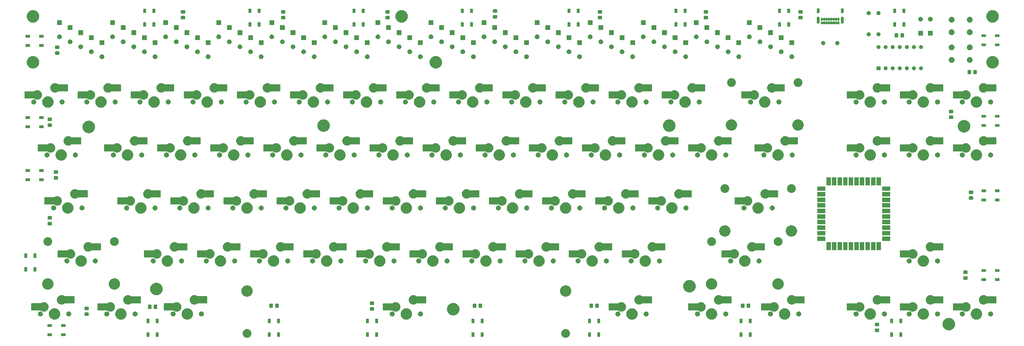
<source format=gbs>
G04 #@! TF.GenerationSoftware,KiCad,Pcbnew,9.0.0*
G04 #@! TF.CreationDate,2025-03-06T14:32:33+00:00*
G04 #@! TF.ProjectId,discipline-pcb,64697363-6970-46c6-996e-652d7063622e,rev?*
G04 #@! TF.SameCoordinates,Original*
G04 #@! TF.FileFunction,Soldermask,Bot*
G04 #@! TF.FilePolarity,Negative*
%FSLAX46Y46*%
G04 Gerber Fmt 4.6, Leading zero omitted, Abs format (unit mm)*
G04 Created by KiCad (PCBNEW 9.0.0) date 2025-03-06 14:32:33*
%MOMM*%
%LPD*%
G01*
G04 APERTURE LIST*
G04 APERTURE END LIST*
G36*
X134891218Y-176388605D02*
G01*
X134902573Y-176388605D01*
X134958483Y-176397460D01*
X135086216Y-176414276D01*
X135117385Y-176422627D01*
X135146676Y-176427267D01*
X135203006Y-176445570D01*
X135285182Y-176467589D01*
X135337612Y-176489306D01*
X135381726Y-176503640D01*
X135423053Y-176524697D01*
X135475489Y-176546417D01*
X135549177Y-176588960D01*
X135601935Y-176615842D01*
X135625916Y-176633265D01*
X135653871Y-176649405D01*
X135756113Y-176727858D01*
X135801881Y-176761111D01*
X135809905Y-176769135D01*
X135817289Y-176774801D01*
X135962948Y-176920460D01*
X135968613Y-176927843D01*
X135976639Y-176935869D01*
X136009895Y-176981642D01*
X136088344Y-177083878D01*
X136104482Y-177111830D01*
X136121908Y-177135815D01*
X136148792Y-177188578D01*
X136191332Y-177262260D01*
X136213049Y-177314689D01*
X136234110Y-177356024D01*
X136248445Y-177400143D01*
X136270160Y-177452567D01*
X136292175Y-177534730D01*
X136310483Y-177591074D01*
X136315123Y-177620371D01*
X136323473Y-177651533D01*
X136340287Y-177779254D01*
X136349145Y-177835177D01*
X136349145Y-177846532D01*
X136350360Y-177855761D01*
X136350360Y-178061738D01*
X136349145Y-178070966D01*
X136349145Y-178082323D01*
X136340287Y-178138250D01*
X136323473Y-178265966D01*
X136315123Y-178297126D01*
X136310483Y-178326426D01*
X136292174Y-178382774D01*
X136270160Y-178464932D01*
X136248446Y-178517351D01*
X136234110Y-178561476D01*
X136213047Y-178602814D01*
X136191332Y-178655239D01*
X136148796Y-178728913D01*
X136121908Y-178781685D01*
X136104479Y-178805673D01*
X136088344Y-178833621D01*
X136009908Y-178935838D01*
X135976639Y-178981631D01*
X135968610Y-178989659D01*
X135962948Y-178997039D01*
X135817289Y-179142698D01*
X135809909Y-179148360D01*
X135801881Y-179156389D01*
X135756088Y-179189658D01*
X135653871Y-179268094D01*
X135625923Y-179284229D01*
X135601935Y-179301658D01*
X135549163Y-179328546D01*
X135475489Y-179371082D01*
X135423064Y-179392797D01*
X135381726Y-179413860D01*
X135337601Y-179428196D01*
X135285182Y-179449910D01*
X135203024Y-179471924D01*
X135146676Y-179490233D01*
X135117376Y-179494873D01*
X135086216Y-179503223D01*
X134958497Y-179520037D01*
X134902573Y-179528895D01*
X134891218Y-179528895D01*
X134881989Y-179530110D01*
X134676011Y-179530110D01*
X134666782Y-179528895D01*
X134655427Y-179528895D01*
X134599504Y-179520037D01*
X134471783Y-179503223D01*
X134440621Y-179494873D01*
X134411324Y-179490233D01*
X134354980Y-179471925D01*
X134272817Y-179449910D01*
X134220393Y-179428195D01*
X134176274Y-179413860D01*
X134134939Y-179392799D01*
X134082510Y-179371082D01*
X134008828Y-179328542D01*
X133956065Y-179301658D01*
X133932080Y-179284232D01*
X133904128Y-179268094D01*
X133801892Y-179189645D01*
X133756119Y-179156389D01*
X133748093Y-179148363D01*
X133740710Y-179142698D01*
X133595051Y-178997039D01*
X133589385Y-178989655D01*
X133581361Y-178981631D01*
X133548108Y-178935863D01*
X133469655Y-178833621D01*
X133453515Y-178805666D01*
X133436092Y-178781685D01*
X133409210Y-178728927D01*
X133366667Y-178655239D01*
X133344947Y-178602803D01*
X133323890Y-178561476D01*
X133309556Y-178517362D01*
X133287839Y-178464932D01*
X133265820Y-178382756D01*
X133247517Y-178326426D01*
X133242877Y-178297135D01*
X133234526Y-178265966D01*
X133217710Y-178138236D01*
X133208855Y-178082323D01*
X133208855Y-178070967D01*
X133207640Y-178061738D01*
X133207640Y-177855761D01*
X133208855Y-177846531D01*
X133208855Y-177835177D01*
X133217709Y-177779268D01*
X133234526Y-177651533D01*
X133242878Y-177620362D01*
X133247517Y-177591074D01*
X133265818Y-177534748D01*
X133287839Y-177452567D01*
X133309558Y-177400132D01*
X133323890Y-177356024D01*
X133344945Y-177314700D01*
X133366667Y-177262260D01*
X133409215Y-177188563D01*
X133436092Y-177135815D01*
X133453513Y-177111836D01*
X133469655Y-177083878D01*
X133548122Y-176981617D01*
X133581361Y-176935869D01*
X133589381Y-176927848D01*
X133595051Y-176920460D01*
X133740710Y-176774801D01*
X133748098Y-176769131D01*
X133756119Y-176761111D01*
X133801867Y-176727872D01*
X133904128Y-176649405D01*
X133932086Y-176633263D01*
X133956065Y-176615842D01*
X134008813Y-176588965D01*
X134082510Y-176546417D01*
X134134950Y-176524695D01*
X134176274Y-176503640D01*
X134220382Y-176489308D01*
X134272817Y-176467589D01*
X134354998Y-176445568D01*
X134411324Y-176427267D01*
X134440612Y-176422628D01*
X134471783Y-176414276D01*
X134599518Y-176397459D01*
X134655427Y-176388605D01*
X134666782Y-176388605D01*
X134676011Y-176387390D01*
X134881989Y-176387390D01*
X134891218Y-176388605D01*
G37*
G36*
X249191218Y-176388605D02*
G01*
X249202573Y-176388605D01*
X249258483Y-176397460D01*
X249386216Y-176414276D01*
X249417385Y-176422627D01*
X249446676Y-176427267D01*
X249503006Y-176445570D01*
X249585182Y-176467589D01*
X249637612Y-176489306D01*
X249681726Y-176503640D01*
X249723053Y-176524697D01*
X249775489Y-176546417D01*
X249849177Y-176588960D01*
X249901935Y-176615842D01*
X249925916Y-176633265D01*
X249953871Y-176649405D01*
X250056113Y-176727858D01*
X250101881Y-176761111D01*
X250109905Y-176769135D01*
X250117289Y-176774801D01*
X250262948Y-176920460D01*
X250268613Y-176927843D01*
X250276639Y-176935869D01*
X250309895Y-176981642D01*
X250388344Y-177083878D01*
X250404482Y-177111830D01*
X250421908Y-177135815D01*
X250448792Y-177188578D01*
X250491332Y-177262260D01*
X250513049Y-177314689D01*
X250534110Y-177356024D01*
X250548445Y-177400143D01*
X250570160Y-177452567D01*
X250592175Y-177534730D01*
X250610483Y-177591074D01*
X250615123Y-177620371D01*
X250623473Y-177651533D01*
X250640287Y-177779254D01*
X250649145Y-177835177D01*
X250649145Y-177846532D01*
X250650360Y-177855761D01*
X250650360Y-178061738D01*
X250649145Y-178070966D01*
X250649145Y-178082323D01*
X250640287Y-178138250D01*
X250623473Y-178265966D01*
X250615123Y-178297126D01*
X250610483Y-178326426D01*
X250592174Y-178382774D01*
X250570160Y-178464932D01*
X250548446Y-178517351D01*
X250534110Y-178561476D01*
X250513047Y-178602814D01*
X250491332Y-178655239D01*
X250448796Y-178728913D01*
X250421908Y-178781685D01*
X250404479Y-178805673D01*
X250388344Y-178833621D01*
X250309908Y-178935838D01*
X250276639Y-178981631D01*
X250268610Y-178989659D01*
X250262948Y-178997039D01*
X250117289Y-179142698D01*
X250109909Y-179148360D01*
X250101881Y-179156389D01*
X250056088Y-179189658D01*
X249953871Y-179268094D01*
X249925923Y-179284229D01*
X249901935Y-179301658D01*
X249849163Y-179328546D01*
X249775489Y-179371082D01*
X249723064Y-179392797D01*
X249681726Y-179413860D01*
X249637601Y-179428196D01*
X249585182Y-179449910D01*
X249503024Y-179471924D01*
X249446676Y-179490233D01*
X249417376Y-179494873D01*
X249386216Y-179503223D01*
X249258497Y-179520037D01*
X249202573Y-179528895D01*
X249191218Y-179528895D01*
X249181989Y-179530110D01*
X248976011Y-179530110D01*
X248966782Y-179528895D01*
X248955427Y-179528895D01*
X248899504Y-179520037D01*
X248771783Y-179503223D01*
X248740621Y-179494873D01*
X248711324Y-179490233D01*
X248654980Y-179471925D01*
X248572817Y-179449910D01*
X248520393Y-179428195D01*
X248476274Y-179413860D01*
X248434939Y-179392799D01*
X248382510Y-179371082D01*
X248308828Y-179328542D01*
X248256065Y-179301658D01*
X248232080Y-179284232D01*
X248204128Y-179268094D01*
X248101892Y-179189645D01*
X248056119Y-179156389D01*
X248048093Y-179148363D01*
X248040710Y-179142698D01*
X247895051Y-178997039D01*
X247889385Y-178989655D01*
X247881361Y-178981631D01*
X247848108Y-178935863D01*
X247769655Y-178833621D01*
X247753515Y-178805666D01*
X247736092Y-178781685D01*
X247709210Y-178728927D01*
X247666667Y-178655239D01*
X247644947Y-178602803D01*
X247623890Y-178561476D01*
X247609556Y-178517362D01*
X247587839Y-178464932D01*
X247565820Y-178382756D01*
X247547517Y-178326426D01*
X247542877Y-178297135D01*
X247534526Y-178265966D01*
X247517710Y-178138236D01*
X247508855Y-178082323D01*
X247508855Y-178070967D01*
X247507640Y-178061738D01*
X247507640Y-177855761D01*
X247508855Y-177846531D01*
X247508855Y-177835177D01*
X247517709Y-177779268D01*
X247534526Y-177651533D01*
X247542878Y-177620362D01*
X247547517Y-177591074D01*
X247565818Y-177534748D01*
X247587839Y-177452567D01*
X247609558Y-177400132D01*
X247623890Y-177356024D01*
X247644945Y-177314700D01*
X247666667Y-177262260D01*
X247709215Y-177188563D01*
X247736092Y-177135815D01*
X247753513Y-177111836D01*
X247769655Y-177083878D01*
X247848122Y-176981617D01*
X247881361Y-176935869D01*
X247889381Y-176927848D01*
X247895051Y-176920460D01*
X248040710Y-176774801D01*
X248048098Y-176769131D01*
X248056119Y-176761111D01*
X248101867Y-176727872D01*
X248204128Y-176649405D01*
X248232086Y-176633263D01*
X248256065Y-176615842D01*
X248308813Y-176588965D01*
X248382510Y-176546417D01*
X248434950Y-176524695D01*
X248476274Y-176503640D01*
X248520382Y-176489308D01*
X248572817Y-176467589D01*
X248654998Y-176445568D01*
X248711324Y-176427267D01*
X248740612Y-176422628D01*
X248771783Y-176414276D01*
X248899518Y-176397459D01*
X248955427Y-176388605D01*
X248966782Y-176388605D01*
X248976011Y-176387390D01*
X249181989Y-176387390D01*
X249191218Y-176388605D01*
G37*
G36*
X99663958Y-177609733D02*
G01*
X99709702Y-177640298D01*
X99740267Y-177686042D01*
X99751000Y-177740000D01*
X99751000Y-179060000D01*
X99740267Y-179113958D01*
X99709702Y-179159702D01*
X99663958Y-179190267D01*
X99610000Y-179201000D01*
X98890000Y-179201000D01*
X98836042Y-179190267D01*
X98790298Y-179159702D01*
X98759733Y-179113958D01*
X98749000Y-179060000D01*
X98749000Y-177740000D01*
X98759733Y-177686042D01*
X98790298Y-177640298D01*
X98836042Y-177609733D01*
X98890000Y-177599000D01*
X99610000Y-177599000D01*
X99663958Y-177609733D01*
G37*
G36*
X102963958Y-177609733D02*
G01*
X103009702Y-177640298D01*
X103040267Y-177686042D01*
X103051000Y-177740000D01*
X103051000Y-179060000D01*
X103040267Y-179113958D01*
X103009702Y-179159702D01*
X102963958Y-179190267D01*
X102910000Y-179201000D01*
X102190000Y-179201000D01*
X102136042Y-179190267D01*
X102090298Y-179159702D01*
X102059733Y-179113958D01*
X102049000Y-179060000D01*
X102049000Y-177740000D01*
X102059733Y-177686042D01*
X102090298Y-177640298D01*
X102136042Y-177609733D01*
X102190000Y-177599000D01*
X102910000Y-177599000D01*
X102963958Y-177609733D01*
G37*
G36*
X143201458Y-177609733D02*
G01*
X143247202Y-177640298D01*
X143277767Y-177686042D01*
X143288500Y-177740000D01*
X143288500Y-179060000D01*
X143277767Y-179113958D01*
X143247202Y-179159702D01*
X143201458Y-179190267D01*
X143147500Y-179201000D01*
X142427500Y-179201000D01*
X142373542Y-179190267D01*
X142327798Y-179159702D01*
X142297233Y-179113958D01*
X142286500Y-179060000D01*
X142286500Y-177740000D01*
X142297233Y-177686042D01*
X142327798Y-177640298D01*
X142373542Y-177609733D01*
X142427500Y-177599000D01*
X143147500Y-177599000D01*
X143201458Y-177609733D01*
G37*
G36*
X146501458Y-177609733D02*
G01*
X146547202Y-177640298D01*
X146577767Y-177686042D01*
X146588500Y-177740000D01*
X146588500Y-179060000D01*
X146577767Y-179113958D01*
X146547202Y-179159702D01*
X146501458Y-179190267D01*
X146447500Y-179201000D01*
X145727500Y-179201000D01*
X145673542Y-179190267D01*
X145627798Y-179159702D01*
X145597233Y-179113958D01*
X145586500Y-179060000D01*
X145586500Y-177740000D01*
X145597233Y-177686042D01*
X145627798Y-177640298D01*
X145673542Y-177609733D01*
X145727500Y-177599000D01*
X146447500Y-177599000D01*
X146501458Y-177609733D01*
G37*
G36*
X178413958Y-177609733D02*
G01*
X178459702Y-177640298D01*
X178490267Y-177686042D01*
X178501000Y-177740000D01*
X178501000Y-179060000D01*
X178490267Y-179113958D01*
X178459702Y-179159702D01*
X178413958Y-179190267D01*
X178360000Y-179201000D01*
X177640000Y-179201000D01*
X177586042Y-179190267D01*
X177540298Y-179159702D01*
X177509733Y-179113958D01*
X177499000Y-179060000D01*
X177499000Y-177740000D01*
X177509733Y-177686042D01*
X177540298Y-177640298D01*
X177586042Y-177609733D01*
X177640000Y-177599000D01*
X178360000Y-177599000D01*
X178413958Y-177609733D01*
G37*
G36*
X181713958Y-177609733D02*
G01*
X181759702Y-177640298D01*
X181790267Y-177686042D01*
X181801000Y-177740000D01*
X181801000Y-179060000D01*
X181790267Y-179113958D01*
X181759702Y-179159702D01*
X181713958Y-179190267D01*
X181660000Y-179201000D01*
X180940000Y-179201000D01*
X180886042Y-179190267D01*
X180840298Y-179159702D01*
X180809733Y-179113958D01*
X180799000Y-179060000D01*
X180799000Y-177740000D01*
X180809733Y-177686042D01*
X180840298Y-177640298D01*
X180886042Y-177609733D01*
X180940000Y-177599000D01*
X181660000Y-177599000D01*
X181713958Y-177609733D01*
G37*
G36*
X216213958Y-177609733D02*
G01*
X216259702Y-177640298D01*
X216290267Y-177686042D01*
X216301000Y-177740000D01*
X216301000Y-179060000D01*
X216290267Y-179113958D01*
X216259702Y-179159702D01*
X216213958Y-179190267D01*
X216160000Y-179201000D01*
X215440000Y-179201000D01*
X215386042Y-179190267D01*
X215340298Y-179159702D01*
X215309733Y-179113958D01*
X215299000Y-179060000D01*
X215299000Y-177740000D01*
X215309733Y-177686042D01*
X215340298Y-177640298D01*
X215386042Y-177609733D01*
X215440000Y-177599000D01*
X216160000Y-177599000D01*
X216213958Y-177609733D01*
G37*
G36*
X219513958Y-177609733D02*
G01*
X219559702Y-177640298D01*
X219590267Y-177686042D01*
X219601000Y-177740000D01*
X219601000Y-179060000D01*
X219590267Y-179113958D01*
X219559702Y-179159702D01*
X219513958Y-179190267D01*
X219460000Y-179201000D01*
X218740000Y-179201000D01*
X218686042Y-179190267D01*
X218640298Y-179159702D01*
X218609733Y-179113958D01*
X218599000Y-179060000D01*
X218599000Y-177740000D01*
X218609733Y-177686042D01*
X218640298Y-177640298D01*
X218686042Y-177609733D01*
X218740000Y-177599000D01*
X219460000Y-177599000D01*
X219513958Y-177609733D01*
G37*
G36*
X258076458Y-177609733D02*
G01*
X258122202Y-177640298D01*
X258152767Y-177686042D01*
X258163500Y-177740000D01*
X258163500Y-179060000D01*
X258152767Y-179113958D01*
X258122202Y-179159702D01*
X258076458Y-179190267D01*
X258022500Y-179201000D01*
X257302500Y-179201000D01*
X257248542Y-179190267D01*
X257202798Y-179159702D01*
X257172233Y-179113958D01*
X257161500Y-179060000D01*
X257161500Y-177740000D01*
X257172233Y-177686042D01*
X257202798Y-177640298D01*
X257248542Y-177609733D01*
X257302500Y-177599000D01*
X258022500Y-177599000D01*
X258076458Y-177609733D01*
G37*
G36*
X261376458Y-177609733D02*
G01*
X261422202Y-177640298D01*
X261452767Y-177686042D01*
X261463500Y-177740000D01*
X261463500Y-179060000D01*
X261452767Y-179113958D01*
X261422202Y-179159702D01*
X261376458Y-179190267D01*
X261322500Y-179201000D01*
X260602500Y-179201000D01*
X260548542Y-179190267D01*
X260502798Y-179159702D01*
X260472233Y-179113958D01*
X260461500Y-179060000D01*
X260461500Y-177740000D01*
X260472233Y-177686042D01*
X260502798Y-177640298D01*
X260548542Y-177609733D01*
X260602500Y-177599000D01*
X261322500Y-177599000D01*
X261376458Y-177609733D01*
G37*
G36*
X312401458Y-177609733D02*
G01*
X312447202Y-177640298D01*
X312477767Y-177686042D01*
X312488500Y-177740000D01*
X312488500Y-179060000D01*
X312477767Y-179113958D01*
X312447202Y-179159702D01*
X312401458Y-179190267D01*
X312347500Y-179201000D01*
X311627500Y-179201000D01*
X311573542Y-179190267D01*
X311527798Y-179159702D01*
X311497233Y-179113958D01*
X311486500Y-179060000D01*
X311486500Y-177740000D01*
X311497233Y-177686042D01*
X311527798Y-177640298D01*
X311573542Y-177609733D01*
X311627500Y-177599000D01*
X312347500Y-177599000D01*
X312401458Y-177609733D01*
G37*
G36*
X315701458Y-177609733D02*
G01*
X315747202Y-177640298D01*
X315777767Y-177686042D01*
X315788500Y-177740000D01*
X315788500Y-179060000D01*
X315777767Y-179113958D01*
X315747202Y-179159702D01*
X315701458Y-179190267D01*
X315647500Y-179201000D01*
X314927500Y-179201000D01*
X314873542Y-179190267D01*
X314827798Y-179159702D01*
X314797233Y-179113958D01*
X314786500Y-179060000D01*
X314786500Y-177740000D01*
X314797233Y-177686042D01*
X314827798Y-177640298D01*
X314873542Y-177609733D01*
X314927500Y-177599000D01*
X315647500Y-177599000D01*
X315701458Y-177609733D01*
G37*
G36*
X366413958Y-177609733D02*
G01*
X366459702Y-177640298D01*
X366490267Y-177686042D01*
X366501000Y-177740000D01*
X366501000Y-179060000D01*
X366490267Y-179113958D01*
X366459702Y-179159702D01*
X366413958Y-179190267D01*
X366360000Y-179201000D01*
X365640000Y-179201000D01*
X365586042Y-179190267D01*
X365540298Y-179159702D01*
X365509733Y-179113958D01*
X365499000Y-179060000D01*
X365499000Y-177740000D01*
X365509733Y-177686042D01*
X365540298Y-177640298D01*
X365586042Y-177609733D01*
X365640000Y-177599000D01*
X366360000Y-177599000D01*
X366413958Y-177609733D01*
G37*
G36*
X369713958Y-177609733D02*
G01*
X369759702Y-177640298D01*
X369790267Y-177686042D01*
X369801000Y-177740000D01*
X369801000Y-179060000D01*
X369790267Y-179113958D01*
X369759702Y-179159702D01*
X369713958Y-179190267D01*
X369660000Y-179201000D01*
X368940000Y-179201000D01*
X368886042Y-179190267D01*
X368840298Y-179159702D01*
X368809733Y-179113958D01*
X368799000Y-179060000D01*
X368799000Y-177740000D01*
X368809733Y-177686042D01*
X368840298Y-177640298D01*
X368886042Y-177609733D01*
X368940000Y-177599000D01*
X369660000Y-177599000D01*
X369713958Y-177609733D01*
G37*
G36*
X64663958Y-177959733D02*
G01*
X64709702Y-177990298D01*
X64740267Y-178036042D01*
X64751000Y-178090000D01*
X64751000Y-178810000D01*
X64740267Y-178863958D01*
X64709702Y-178909702D01*
X64663958Y-178940267D01*
X64610000Y-178951000D01*
X63290000Y-178951000D01*
X63236042Y-178940267D01*
X63190298Y-178909702D01*
X63159733Y-178863958D01*
X63149000Y-178810000D01*
X63149000Y-178090000D01*
X63159733Y-178036042D01*
X63190298Y-177990298D01*
X63236042Y-177959733D01*
X63290000Y-177949000D01*
X64610000Y-177949000D01*
X64663958Y-177959733D01*
G37*
G36*
X69563958Y-177959733D02*
G01*
X69609702Y-177990298D01*
X69640267Y-178036042D01*
X69651000Y-178090000D01*
X69651000Y-178810000D01*
X69640267Y-178863958D01*
X69609702Y-178909702D01*
X69563958Y-178940267D01*
X69510000Y-178951000D01*
X68190000Y-178951000D01*
X68136042Y-178940267D01*
X68090298Y-178909702D01*
X68059733Y-178863958D01*
X68049000Y-178810000D01*
X68049000Y-178090000D01*
X68059733Y-178036042D01*
X68090298Y-177990298D01*
X68136042Y-177959733D01*
X68190000Y-177949000D01*
X69510000Y-177949000D01*
X69563958Y-177959733D01*
G37*
G36*
X361343914Y-176206995D02*
G01*
X361359726Y-176213976D01*
X361367531Y-176215213D01*
X361400039Y-176231776D01*
X361445106Y-176251676D01*
X361523324Y-176329894D01*
X361543226Y-176374967D01*
X361559786Y-176407468D01*
X361561021Y-176415270D01*
X361568005Y-176431086D01*
X361576000Y-176500000D01*
X361576000Y-177175000D01*
X361568005Y-177243914D01*
X361561021Y-177259729D01*
X361559786Y-177267531D01*
X361543229Y-177300024D01*
X361523324Y-177345106D01*
X361445106Y-177423324D01*
X361400024Y-177443229D01*
X361367531Y-177459786D01*
X361359729Y-177461021D01*
X361343914Y-177468005D01*
X361275000Y-177476000D01*
X360325000Y-177476000D01*
X360256086Y-177468005D01*
X360240270Y-177461021D01*
X360232468Y-177459786D01*
X360199967Y-177443226D01*
X360154894Y-177423324D01*
X360076676Y-177345106D01*
X360056776Y-177300039D01*
X360040213Y-177267531D01*
X360038976Y-177259726D01*
X360031995Y-177243914D01*
X360024000Y-177175000D01*
X360024000Y-176500000D01*
X360031995Y-176431086D01*
X360038976Y-176415274D01*
X360040213Y-176407468D01*
X360056780Y-176374953D01*
X360076676Y-176329894D01*
X360154894Y-176251676D01*
X360199953Y-176231780D01*
X360232468Y-176215213D01*
X360240274Y-176213976D01*
X360256086Y-176206995D01*
X360325000Y-176199000D01*
X361275000Y-176199000D01*
X361343914Y-176206995D01*
G37*
G36*
X386995398Y-172417252D02*
G01*
X387279810Y-172493460D01*
X387551842Y-172606139D01*
X387806839Y-172753362D01*
X388040437Y-172932609D01*
X388248641Y-173140813D01*
X388427888Y-173374411D01*
X388575111Y-173629408D01*
X388687790Y-173901440D01*
X388763998Y-174185852D01*
X388802430Y-174477778D01*
X388802430Y-174772222D01*
X388763998Y-175064148D01*
X388687790Y-175348560D01*
X388575111Y-175620592D01*
X388427888Y-175875589D01*
X388248641Y-176109187D01*
X388040437Y-176317391D01*
X387806839Y-176496638D01*
X387551842Y-176643861D01*
X387279810Y-176756540D01*
X386995398Y-176832748D01*
X386703472Y-176871180D01*
X386409028Y-176871180D01*
X386117102Y-176832748D01*
X385832690Y-176756540D01*
X385560658Y-176643861D01*
X385305661Y-176496638D01*
X385072063Y-176317391D01*
X384863859Y-176109187D01*
X384684612Y-175875589D01*
X384537389Y-175620592D01*
X384424710Y-175348560D01*
X384348502Y-175064148D01*
X384310070Y-174772222D01*
X384310070Y-174477778D01*
X384348502Y-174185852D01*
X384424710Y-173901440D01*
X384537389Y-173629408D01*
X384684612Y-173374411D01*
X384863859Y-173140813D01*
X385072063Y-172932609D01*
X385305661Y-172753362D01*
X385560658Y-172606139D01*
X385832690Y-172493460D01*
X386117102Y-172417252D01*
X386409028Y-172378820D01*
X386703472Y-172378820D01*
X386995398Y-172417252D01*
G37*
G36*
X64663958Y-174659733D02*
G01*
X64709702Y-174690298D01*
X64740267Y-174736042D01*
X64751000Y-174790000D01*
X64751000Y-175510000D01*
X64740267Y-175563958D01*
X64709702Y-175609702D01*
X64663958Y-175640267D01*
X64610000Y-175651000D01*
X63290000Y-175651000D01*
X63236042Y-175640267D01*
X63190298Y-175609702D01*
X63159733Y-175563958D01*
X63149000Y-175510000D01*
X63149000Y-174790000D01*
X63159733Y-174736042D01*
X63190298Y-174690298D01*
X63236042Y-174659733D01*
X63290000Y-174649000D01*
X64610000Y-174649000D01*
X64663958Y-174659733D01*
G37*
G36*
X69563958Y-174659733D02*
G01*
X69609702Y-174690298D01*
X69640267Y-174736042D01*
X69651000Y-174790000D01*
X69651000Y-175510000D01*
X69640267Y-175563958D01*
X69609702Y-175609702D01*
X69563958Y-175640267D01*
X69510000Y-175651000D01*
X68190000Y-175651000D01*
X68136042Y-175640267D01*
X68090298Y-175609702D01*
X68059733Y-175563958D01*
X68049000Y-175510000D01*
X68049000Y-174790000D01*
X68059733Y-174736042D01*
X68090298Y-174690298D01*
X68136042Y-174659733D01*
X68190000Y-174649000D01*
X69510000Y-174649000D01*
X69563958Y-174659733D01*
G37*
G36*
X361343914Y-174131995D02*
G01*
X361359726Y-174138976D01*
X361367531Y-174140213D01*
X361400039Y-174156776D01*
X361445106Y-174176676D01*
X361523324Y-174254894D01*
X361543226Y-174299967D01*
X361559786Y-174332468D01*
X361561021Y-174340270D01*
X361568005Y-174356086D01*
X361576000Y-174425000D01*
X361576000Y-175100000D01*
X361568005Y-175168914D01*
X361561021Y-175184729D01*
X361559786Y-175192531D01*
X361543229Y-175225024D01*
X361523324Y-175270106D01*
X361445106Y-175348324D01*
X361400024Y-175368229D01*
X361367531Y-175384786D01*
X361359729Y-175386021D01*
X361343914Y-175393005D01*
X361275000Y-175401000D01*
X360325000Y-175401000D01*
X360256086Y-175393005D01*
X360240270Y-175386021D01*
X360232468Y-175384786D01*
X360199967Y-175368226D01*
X360154894Y-175348324D01*
X360076676Y-175270106D01*
X360056776Y-175225039D01*
X360040213Y-175192531D01*
X360038976Y-175184726D01*
X360031995Y-175168914D01*
X360024000Y-175100000D01*
X360024000Y-174425000D01*
X360031995Y-174356086D01*
X360038976Y-174340274D01*
X360040213Y-174332468D01*
X360056780Y-174299953D01*
X360076676Y-174254894D01*
X360154894Y-174176676D01*
X360199953Y-174156780D01*
X360232468Y-174140213D01*
X360240274Y-174138976D01*
X360256086Y-174131995D01*
X360325000Y-174124000D01*
X361275000Y-174124000D01*
X361343914Y-174131995D01*
G37*
G36*
X99663958Y-172709733D02*
G01*
X99709702Y-172740298D01*
X99740267Y-172786042D01*
X99751000Y-172840000D01*
X99751000Y-174160000D01*
X99740267Y-174213958D01*
X99709702Y-174259702D01*
X99663958Y-174290267D01*
X99610000Y-174301000D01*
X98890000Y-174301000D01*
X98836042Y-174290267D01*
X98790298Y-174259702D01*
X98759733Y-174213958D01*
X98749000Y-174160000D01*
X98749000Y-172840000D01*
X98759733Y-172786042D01*
X98790298Y-172740298D01*
X98836042Y-172709733D01*
X98890000Y-172699000D01*
X99610000Y-172699000D01*
X99663958Y-172709733D01*
G37*
G36*
X102963958Y-172709733D02*
G01*
X103009702Y-172740298D01*
X103040267Y-172786042D01*
X103051000Y-172840000D01*
X103051000Y-174160000D01*
X103040267Y-174213958D01*
X103009702Y-174259702D01*
X102963958Y-174290267D01*
X102910000Y-174301000D01*
X102190000Y-174301000D01*
X102136042Y-174290267D01*
X102090298Y-174259702D01*
X102059733Y-174213958D01*
X102049000Y-174160000D01*
X102049000Y-172840000D01*
X102059733Y-172786042D01*
X102090298Y-172740298D01*
X102136042Y-172709733D01*
X102190000Y-172699000D01*
X102910000Y-172699000D01*
X102963958Y-172709733D01*
G37*
G36*
X143201458Y-172709733D02*
G01*
X143247202Y-172740298D01*
X143277767Y-172786042D01*
X143288500Y-172840000D01*
X143288500Y-174160000D01*
X143277767Y-174213958D01*
X143247202Y-174259702D01*
X143201458Y-174290267D01*
X143147500Y-174301000D01*
X142427500Y-174301000D01*
X142373542Y-174290267D01*
X142327798Y-174259702D01*
X142297233Y-174213958D01*
X142286500Y-174160000D01*
X142286500Y-172840000D01*
X142297233Y-172786042D01*
X142327798Y-172740298D01*
X142373542Y-172709733D01*
X142427500Y-172699000D01*
X143147500Y-172699000D01*
X143201458Y-172709733D01*
G37*
G36*
X146501458Y-172709733D02*
G01*
X146547202Y-172740298D01*
X146577767Y-172786042D01*
X146588500Y-172840000D01*
X146588500Y-174160000D01*
X146577767Y-174213958D01*
X146547202Y-174259702D01*
X146501458Y-174290267D01*
X146447500Y-174301000D01*
X145727500Y-174301000D01*
X145673542Y-174290267D01*
X145627798Y-174259702D01*
X145597233Y-174213958D01*
X145586500Y-174160000D01*
X145586500Y-172840000D01*
X145597233Y-172786042D01*
X145627798Y-172740298D01*
X145673542Y-172709733D01*
X145727500Y-172699000D01*
X146447500Y-172699000D01*
X146501458Y-172709733D01*
G37*
G36*
X178413958Y-172709733D02*
G01*
X178459702Y-172740298D01*
X178490267Y-172786042D01*
X178501000Y-172840000D01*
X178501000Y-174160000D01*
X178490267Y-174213958D01*
X178459702Y-174259702D01*
X178413958Y-174290267D01*
X178360000Y-174301000D01*
X177640000Y-174301000D01*
X177586042Y-174290267D01*
X177540298Y-174259702D01*
X177509733Y-174213958D01*
X177499000Y-174160000D01*
X177499000Y-172840000D01*
X177509733Y-172786042D01*
X177540298Y-172740298D01*
X177586042Y-172709733D01*
X177640000Y-172699000D01*
X178360000Y-172699000D01*
X178413958Y-172709733D01*
G37*
G36*
X181713958Y-172709733D02*
G01*
X181759702Y-172740298D01*
X181790267Y-172786042D01*
X181801000Y-172840000D01*
X181801000Y-174160000D01*
X181790267Y-174213958D01*
X181759702Y-174259702D01*
X181713958Y-174290267D01*
X181660000Y-174301000D01*
X180940000Y-174301000D01*
X180886042Y-174290267D01*
X180840298Y-174259702D01*
X180809733Y-174213958D01*
X180799000Y-174160000D01*
X180799000Y-172840000D01*
X180809733Y-172786042D01*
X180840298Y-172740298D01*
X180886042Y-172709733D01*
X180940000Y-172699000D01*
X181660000Y-172699000D01*
X181713958Y-172709733D01*
G37*
G36*
X216213958Y-172709733D02*
G01*
X216259702Y-172740298D01*
X216290267Y-172786042D01*
X216301000Y-172840000D01*
X216301000Y-174160000D01*
X216290267Y-174213958D01*
X216259702Y-174259702D01*
X216213958Y-174290267D01*
X216160000Y-174301000D01*
X215440000Y-174301000D01*
X215386042Y-174290267D01*
X215340298Y-174259702D01*
X215309733Y-174213958D01*
X215299000Y-174160000D01*
X215299000Y-172840000D01*
X215309733Y-172786042D01*
X215340298Y-172740298D01*
X215386042Y-172709733D01*
X215440000Y-172699000D01*
X216160000Y-172699000D01*
X216213958Y-172709733D01*
G37*
G36*
X219513958Y-172709733D02*
G01*
X219559702Y-172740298D01*
X219590267Y-172786042D01*
X219601000Y-172840000D01*
X219601000Y-174160000D01*
X219590267Y-174213958D01*
X219559702Y-174259702D01*
X219513958Y-174290267D01*
X219460000Y-174301000D01*
X218740000Y-174301000D01*
X218686042Y-174290267D01*
X218640298Y-174259702D01*
X218609733Y-174213958D01*
X218599000Y-174160000D01*
X218599000Y-172840000D01*
X218609733Y-172786042D01*
X218640298Y-172740298D01*
X218686042Y-172709733D01*
X218740000Y-172699000D01*
X219460000Y-172699000D01*
X219513958Y-172709733D01*
G37*
G36*
X258076458Y-172709733D02*
G01*
X258122202Y-172740298D01*
X258152767Y-172786042D01*
X258163500Y-172840000D01*
X258163500Y-174160000D01*
X258152767Y-174213958D01*
X258122202Y-174259702D01*
X258076458Y-174290267D01*
X258022500Y-174301000D01*
X257302500Y-174301000D01*
X257248542Y-174290267D01*
X257202798Y-174259702D01*
X257172233Y-174213958D01*
X257161500Y-174160000D01*
X257161500Y-172840000D01*
X257172233Y-172786042D01*
X257202798Y-172740298D01*
X257248542Y-172709733D01*
X257302500Y-172699000D01*
X258022500Y-172699000D01*
X258076458Y-172709733D01*
G37*
G36*
X261376458Y-172709733D02*
G01*
X261422202Y-172740298D01*
X261452767Y-172786042D01*
X261463500Y-172840000D01*
X261463500Y-174160000D01*
X261452767Y-174213958D01*
X261422202Y-174259702D01*
X261376458Y-174290267D01*
X261322500Y-174301000D01*
X260602500Y-174301000D01*
X260548542Y-174290267D01*
X260502798Y-174259702D01*
X260472233Y-174213958D01*
X260461500Y-174160000D01*
X260461500Y-172840000D01*
X260472233Y-172786042D01*
X260502798Y-172740298D01*
X260548542Y-172709733D01*
X260602500Y-172699000D01*
X261322500Y-172699000D01*
X261376458Y-172709733D01*
G37*
G36*
X312401458Y-172709733D02*
G01*
X312447202Y-172740298D01*
X312477767Y-172786042D01*
X312488500Y-172840000D01*
X312488500Y-174160000D01*
X312477767Y-174213958D01*
X312447202Y-174259702D01*
X312401458Y-174290267D01*
X312347500Y-174301000D01*
X311627500Y-174301000D01*
X311573542Y-174290267D01*
X311527798Y-174259702D01*
X311497233Y-174213958D01*
X311486500Y-174160000D01*
X311486500Y-172840000D01*
X311497233Y-172786042D01*
X311527798Y-172740298D01*
X311573542Y-172709733D01*
X311627500Y-172699000D01*
X312347500Y-172699000D01*
X312401458Y-172709733D01*
G37*
G36*
X315701458Y-172709733D02*
G01*
X315747202Y-172740298D01*
X315777767Y-172786042D01*
X315788500Y-172840000D01*
X315788500Y-174160000D01*
X315777767Y-174213958D01*
X315747202Y-174259702D01*
X315701458Y-174290267D01*
X315647500Y-174301000D01*
X314927500Y-174301000D01*
X314873542Y-174290267D01*
X314827798Y-174259702D01*
X314797233Y-174213958D01*
X314786500Y-174160000D01*
X314786500Y-172840000D01*
X314797233Y-172786042D01*
X314827798Y-172740298D01*
X314873542Y-172709733D01*
X314927500Y-172699000D01*
X315647500Y-172699000D01*
X315701458Y-172709733D01*
G37*
G36*
X366413958Y-172709733D02*
G01*
X366459702Y-172740298D01*
X366490267Y-172786042D01*
X366501000Y-172840000D01*
X366501000Y-174160000D01*
X366490267Y-174213958D01*
X366459702Y-174259702D01*
X366413958Y-174290267D01*
X366360000Y-174301000D01*
X365640000Y-174301000D01*
X365586042Y-174290267D01*
X365540298Y-174259702D01*
X365509733Y-174213958D01*
X365499000Y-174160000D01*
X365499000Y-172840000D01*
X365509733Y-172786042D01*
X365540298Y-172740298D01*
X365586042Y-172709733D01*
X365640000Y-172699000D01*
X366360000Y-172699000D01*
X366413958Y-172709733D01*
G37*
G36*
X369713958Y-172709733D02*
G01*
X369759702Y-172740298D01*
X369790267Y-172786042D01*
X369801000Y-172840000D01*
X369801000Y-174160000D01*
X369790267Y-174213958D01*
X369759702Y-174259702D01*
X369713958Y-174290267D01*
X369660000Y-174301000D01*
X368940000Y-174301000D01*
X368886042Y-174290267D01*
X368840298Y-174259702D01*
X368809733Y-174213958D01*
X368799000Y-174160000D01*
X368799000Y-172840000D01*
X368809733Y-172786042D01*
X368840298Y-172740298D01*
X368886042Y-172709733D01*
X368940000Y-172699000D01*
X369660000Y-172699000D01*
X369713958Y-172709733D01*
G37*
G36*
X89933990Y-168968142D02*
G01*
X90192362Y-169037373D01*
X90439486Y-169139735D01*
X90671136Y-169273478D01*
X90883346Y-169436313D01*
X91072487Y-169625454D01*
X91235322Y-169837664D01*
X91369065Y-170069314D01*
X91471427Y-170316438D01*
X91540658Y-170574810D01*
X91575572Y-170840007D01*
X91575572Y-171107493D01*
X91540658Y-171372690D01*
X91471427Y-171631062D01*
X91369065Y-171878186D01*
X91235322Y-172109836D01*
X91072487Y-172322046D01*
X90883346Y-172511187D01*
X90671136Y-172674022D01*
X90439486Y-172807765D01*
X90192362Y-172910127D01*
X89933990Y-172979358D01*
X89668793Y-173014272D01*
X89401307Y-173014272D01*
X89136110Y-172979358D01*
X88877738Y-172910127D01*
X88630614Y-172807765D01*
X88398964Y-172674022D01*
X88186754Y-172511187D01*
X87997613Y-172322046D01*
X87834778Y-172109836D01*
X87701035Y-171878186D01*
X87598673Y-171631062D01*
X87529442Y-171372690D01*
X87494528Y-171107493D01*
X87494528Y-170840007D01*
X87529442Y-170574810D01*
X87598673Y-170316438D01*
X87701035Y-170069314D01*
X87834778Y-169837664D01*
X87997613Y-169625454D01*
X88186754Y-169436313D01*
X88398964Y-169273478D01*
X88630614Y-169139735D01*
X88877738Y-169037373D01*
X89136110Y-168968142D01*
X89401307Y-168933228D01*
X89668793Y-168933228D01*
X89933990Y-168968142D01*
G37*
G36*
X192327940Y-168968142D02*
G01*
X192586312Y-169037373D01*
X192833436Y-169139735D01*
X193065086Y-169273478D01*
X193277296Y-169436313D01*
X193466437Y-169625454D01*
X193629272Y-169837664D01*
X193763015Y-170069314D01*
X193865377Y-170316438D01*
X193934608Y-170574810D01*
X193969522Y-170840007D01*
X193969522Y-171107493D01*
X193934608Y-171372690D01*
X193865377Y-171631062D01*
X193763015Y-171878186D01*
X193629272Y-172109836D01*
X193466437Y-172322046D01*
X193277296Y-172511187D01*
X193065086Y-172674022D01*
X192833436Y-172807765D01*
X192586312Y-172910127D01*
X192327940Y-172979358D01*
X192062743Y-173014272D01*
X191795257Y-173014272D01*
X191530060Y-172979358D01*
X191271688Y-172910127D01*
X191024564Y-172807765D01*
X190792914Y-172674022D01*
X190580704Y-172511187D01*
X190391563Y-172322046D01*
X190228728Y-172109836D01*
X190094985Y-171878186D01*
X189992623Y-171631062D01*
X189923392Y-171372690D01*
X189888478Y-171107493D01*
X189888478Y-170840007D01*
X189923392Y-170574810D01*
X189992623Y-170316438D01*
X190094985Y-170069314D01*
X190228728Y-169837664D01*
X190391563Y-169625454D01*
X190580704Y-169436313D01*
X190792914Y-169273478D01*
X191024564Y-169139735D01*
X191271688Y-169037373D01*
X191530060Y-168968142D01*
X191795257Y-168933228D01*
X192062743Y-168933228D01*
X192327940Y-168968142D01*
G37*
G36*
X273291626Y-168968142D02*
G01*
X273549998Y-169037373D01*
X273797122Y-169139735D01*
X274028772Y-169273478D01*
X274240982Y-169436313D01*
X274430123Y-169625454D01*
X274592958Y-169837664D01*
X274726701Y-170069314D01*
X274829063Y-170316438D01*
X274898294Y-170574810D01*
X274933208Y-170840007D01*
X274933208Y-171107493D01*
X274898294Y-171372690D01*
X274829063Y-171631062D01*
X274726701Y-171878186D01*
X274592958Y-172109836D01*
X274430123Y-172322046D01*
X274240982Y-172511187D01*
X274028772Y-172674022D01*
X273797122Y-172807765D01*
X273549998Y-172910127D01*
X273291626Y-172979358D01*
X273026429Y-173014272D01*
X272758943Y-173014272D01*
X272493746Y-172979358D01*
X272235374Y-172910127D01*
X271988250Y-172807765D01*
X271756600Y-172674022D01*
X271544390Y-172511187D01*
X271355249Y-172322046D01*
X271192414Y-172109836D01*
X271058671Y-171878186D01*
X270956309Y-171631062D01*
X270887078Y-171372690D01*
X270852164Y-171107493D01*
X270852164Y-170840007D01*
X270887078Y-170574810D01*
X270956309Y-170316438D01*
X271058671Y-170069314D01*
X271192414Y-169837664D01*
X271355249Y-169625454D01*
X271544390Y-169436313D01*
X271756600Y-169273478D01*
X271988250Y-169139735D01*
X272235374Y-169037373D01*
X272493746Y-168968142D01*
X272758943Y-168933228D01*
X273026429Y-168933228D01*
X273291626Y-168968142D01*
G37*
G36*
X301847818Y-168968142D02*
G01*
X302106190Y-169037373D01*
X302353314Y-169139735D01*
X302584964Y-169273478D01*
X302797174Y-169436313D01*
X302986315Y-169625454D01*
X303149150Y-169837664D01*
X303282893Y-170069314D01*
X303385255Y-170316438D01*
X303454486Y-170574810D01*
X303489400Y-170840007D01*
X303489400Y-171107493D01*
X303454486Y-171372690D01*
X303385255Y-171631062D01*
X303282893Y-171878186D01*
X303149150Y-172109836D01*
X302986315Y-172322046D01*
X302797174Y-172511187D01*
X302584964Y-172674022D01*
X302353314Y-172807765D01*
X302106190Y-172910127D01*
X301847818Y-172979358D01*
X301582621Y-173014272D01*
X301315135Y-173014272D01*
X301049938Y-172979358D01*
X300791566Y-172910127D01*
X300544442Y-172807765D01*
X300312792Y-172674022D01*
X300100582Y-172511187D01*
X299911441Y-172322046D01*
X299748606Y-172109836D01*
X299614863Y-171878186D01*
X299512501Y-171631062D01*
X299443270Y-171372690D01*
X299408356Y-171107493D01*
X299408356Y-170840007D01*
X299443270Y-170574810D01*
X299512501Y-170316438D01*
X299614863Y-170069314D01*
X299748606Y-169837664D01*
X299911441Y-169625454D01*
X300100582Y-169436313D01*
X300312792Y-169273478D01*
X300544442Y-169139735D01*
X300791566Y-169037373D01*
X301049938Y-168968142D01*
X301315135Y-168933228D01*
X301582621Y-168933228D01*
X301847818Y-168968142D01*
G37*
G36*
X328041568Y-168968142D02*
G01*
X328299940Y-169037373D01*
X328547064Y-169139735D01*
X328778714Y-169273478D01*
X328990924Y-169436313D01*
X329180065Y-169625454D01*
X329342900Y-169837664D01*
X329476643Y-170069314D01*
X329579005Y-170316438D01*
X329648236Y-170574810D01*
X329683150Y-170840007D01*
X329683150Y-171107493D01*
X329648236Y-171372690D01*
X329579005Y-171631062D01*
X329476643Y-171878186D01*
X329342900Y-172109836D01*
X329180065Y-172322046D01*
X328990924Y-172511187D01*
X328778714Y-172674022D01*
X328547064Y-172807765D01*
X328299940Y-172910127D01*
X328041568Y-172979358D01*
X327776371Y-173014272D01*
X327508885Y-173014272D01*
X327243688Y-172979358D01*
X326985316Y-172910127D01*
X326738192Y-172807765D01*
X326506542Y-172674022D01*
X326294332Y-172511187D01*
X326105191Y-172322046D01*
X325942356Y-172109836D01*
X325808613Y-171878186D01*
X325706251Y-171631062D01*
X325637020Y-171372690D01*
X325602106Y-171107493D01*
X325602106Y-170840007D01*
X325637020Y-170574810D01*
X325706251Y-170316438D01*
X325808613Y-170069314D01*
X325942356Y-169837664D01*
X326105191Y-169625454D01*
X326294332Y-169436313D01*
X326506542Y-169273478D01*
X326738192Y-169139735D01*
X326985316Y-169037373D01*
X327243688Y-168968142D01*
X327508885Y-168933228D01*
X327776371Y-168933228D01*
X328041568Y-168968142D01*
G37*
G36*
X358766568Y-168968142D02*
G01*
X359024940Y-169037373D01*
X359272064Y-169139735D01*
X359503714Y-169273478D01*
X359715924Y-169436313D01*
X359905065Y-169625454D01*
X360067900Y-169837664D01*
X360201643Y-170069314D01*
X360304005Y-170316438D01*
X360373236Y-170574810D01*
X360408150Y-170840007D01*
X360408150Y-171107493D01*
X360373236Y-171372690D01*
X360304005Y-171631062D01*
X360201643Y-171878186D01*
X360067900Y-172109836D01*
X359905065Y-172322046D01*
X359715924Y-172511187D01*
X359503714Y-172674022D01*
X359272064Y-172807765D01*
X359024940Y-172910127D01*
X358766568Y-172979358D01*
X358501371Y-173014272D01*
X358233885Y-173014272D01*
X357968688Y-172979358D01*
X357710316Y-172910127D01*
X357463192Y-172807765D01*
X357231542Y-172674022D01*
X357019332Y-172511187D01*
X356830191Y-172322046D01*
X356667356Y-172109836D01*
X356533613Y-171878186D01*
X356431251Y-171631062D01*
X356362020Y-171372690D01*
X356327106Y-171107493D01*
X356327106Y-170840007D01*
X356362020Y-170574810D01*
X356431251Y-170316438D01*
X356533613Y-170069314D01*
X356667356Y-169837664D01*
X356830191Y-169625454D01*
X357019332Y-169436313D01*
X357231542Y-169273478D01*
X357463192Y-169139735D01*
X357710316Y-169037373D01*
X357968688Y-168968142D01*
X358233885Y-168933228D01*
X358501371Y-168933228D01*
X358766568Y-168968142D01*
G37*
G36*
X377816568Y-168968142D02*
G01*
X378074940Y-169037373D01*
X378322064Y-169139735D01*
X378553714Y-169273478D01*
X378765924Y-169436313D01*
X378955065Y-169625454D01*
X379117900Y-169837664D01*
X379251643Y-170069314D01*
X379354005Y-170316438D01*
X379423236Y-170574810D01*
X379458150Y-170840007D01*
X379458150Y-171107493D01*
X379423236Y-171372690D01*
X379354005Y-171631062D01*
X379251643Y-171878186D01*
X379117900Y-172109836D01*
X378955065Y-172322046D01*
X378765924Y-172511187D01*
X378553714Y-172674022D01*
X378322064Y-172807765D01*
X378074940Y-172910127D01*
X377816568Y-172979358D01*
X377551371Y-173014272D01*
X377283885Y-173014272D01*
X377018688Y-172979358D01*
X376760316Y-172910127D01*
X376513192Y-172807765D01*
X376281542Y-172674022D01*
X376069332Y-172511187D01*
X375880191Y-172322046D01*
X375717356Y-172109836D01*
X375583613Y-171878186D01*
X375481251Y-171631062D01*
X375412020Y-171372690D01*
X375377106Y-171107493D01*
X375377106Y-170840007D01*
X375412020Y-170574810D01*
X375481251Y-170316438D01*
X375583613Y-170069314D01*
X375717356Y-169837664D01*
X375880191Y-169625454D01*
X376069332Y-169436313D01*
X376281542Y-169273478D01*
X376513192Y-169139735D01*
X376760316Y-169037373D01*
X377018688Y-168968142D01*
X377283885Y-168933228D01*
X377551371Y-168933228D01*
X377816568Y-168968142D01*
G37*
G36*
X396866568Y-168968142D02*
G01*
X397124940Y-169037373D01*
X397372064Y-169139735D01*
X397603714Y-169273478D01*
X397815924Y-169436313D01*
X398005065Y-169625454D01*
X398167900Y-169837664D01*
X398301643Y-170069314D01*
X398404005Y-170316438D01*
X398473236Y-170574810D01*
X398508150Y-170840007D01*
X398508150Y-171107493D01*
X398473236Y-171372690D01*
X398404005Y-171631062D01*
X398301643Y-171878186D01*
X398167900Y-172109836D01*
X398005065Y-172322046D01*
X397815924Y-172511187D01*
X397603714Y-172674022D01*
X397372064Y-172807765D01*
X397124940Y-172910127D01*
X396866568Y-172979358D01*
X396601371Y-173014272D01*
X396333885Y-173014272D01*
X396068688Y-172979358D01*
X395810316Y-172910127D01*
X395563192Y-172807765D01*
X395331542Y-172674022D01*
X395119332Y-172511187D01*
X394930191Y-172322046D01*
X394767356Y-172109836D01*
X394633613Y-171878186D01*
X394531251Y-171631062D01*
X394462020Y-171372690D01*
X394427106Y-171107493D01*
X394427106Y-170840007D01*
X394462020Y-170574810D01*
X394531251Y-170316438D01*
X394633613Y-170069314D01*
X394767356Y-169837664D01*
X394930191Y-169625454D01*
X395119332Y-169436313D01*
X395331542Y-169273478D01*
X395563192Y-169139735D01*
X395810316Y-169037373D01*
X396068688Y-168968142D01*
X396333885Y-168933228D01*
X396601371Y-168933228D01*
X396866568Y-168968142D01*
G37*
G36*
X66121390Y-168958012D02*
G01*
X66379762Y-169027243D01*
X66626886Y-169129605D01*
X66858536Y-169263348D01*
X67070746Y-169426183D01*
X67259887Y-169615324D01*
X67422722Y-169827534D01*
X67556465Y-170059184D01*
X67658827Y-170306308D01*
X67728058Y-170564680D01*
X67762972Y-170829877D01*
X67762972Y-171097363D01*
X67728058Y-171362560D01*
X67658827Y-171620932D01*
X67556465Y-171868056D01*
X67422722Y-172099706D01*
X67259887Y-172311916D01*
X67070746Y-172501057D01*
X66858536Y-172663892D01*
X66626886Y-172797635D01*
X66379762Y-172899997D01*
X66121390Y-172969228D01*
X65856193Y-173004142D01*
X65588707Y-173004142D01*
X65323510Y-172969228D01*
X65065138Y-172899997D01*
X64818014Y-172797635D01*
X64586364Y-172663892D01*
X64374154Y-172501057D01*
X64185013Y-172311916D01*
X64022178Y-172099706D01*
X63888435Y-171868056D01*
X63786073Y-171620932D01*
X63716842Y-171362560D01*
X63681928Y-171097363D01*
X63681928Y-170829877D01*
X63716842Y-170564680D01*
X63786073Y-170306308D01*
X63888435Y-170059184D01*
X64022178Y-169827534D01*
X64185013Y-169615324D01*
X64374154Y-169426183D01*
X64586364Y-169263348D01*
X64818014Y-169129605D01*
X65065138Y-169027243D01*
X65323510Y-168958012D01*
X65588707Y-168923098D01*
X65856193Y-168923098D01*
X66121390Y-168958012D01*
G37*
G36*
X113746390Y-168958012D02*
G01*
X114004762Y-169027243D01*
X114251886Y-169129605D01*
X114483536Y-169263348D01*
X114695746Y-169426183D01*
X114884887Y-169615324D01*
X115047722Y-169827534D01*
X115181465Y-170059184D01*
X115283827Y-170306308D01*
X115353058Y-170564680D01*
X115387972Y-170829877D01*
X115387972Y-171097363D01*
X115353058Y-171362560D01*
X115283827Y-171620932D01*
X115181465Y-171868056D01*
X115047722Y-172099706D01*
X114884887Y-172311916D01*
X114695746Y-172501057D01*
X114483536Y-172663892D01*
X114251886Y-172797635D01*
X114004762Y-172899997D01*
X113746390Y-172969228D01*
X113481193Y-173004142D01*
X113213707Y-173004142D01*
X112948510Y-172969228D01*
X112690138Y-172899997D01*
X112443014Y-172797635D01*
X112211364Y-172663892D01*
X111999154Y-172501057D01*
X111810013Y-172311916D01*
X111647178Y-172099706D01*
X111513435Y-171868056D01*
X111411073Y-171620932D01*
X111341842Y-171362560D01*
X111306928Y-171097363D01*
X111306928Y-170829877D01*
X111341842Y-170564680D01*
X111411073Y-170306308D01*
X111513435Y-170059184D01*
X111647178Y-169827534D01*
X111810013Y-169615324D01*
X111999154Y-169426183D01*
X112211364Y-169263348D01*
X112443014Y-169129605D01*
X112690138Y-169027243D01*
X112948510Y-168958012D01*
X113213707Y-168923098D01*
X113481193Y-168923098D01*
X113746390Y-168958012D01*
G37*
G36*
X84716858Y-170110686D02*
G01*
X84880203Y-170178345D01*
X85027209Y-170276572D01*
X85152228Y-170401591D01*
X85250455Y-170548597D01*
X85318114Y-170711942D01*
X85352607Y-170885348D01*
X85352607Y-171062152D01*
X85318114Y-171235558D01*
X85250455Y-171398903D01*
X85152228Y-171545909D01*
X85027209Y-171670928D01*
X84880203Y-171769155D01*
X84716858Y-171836814D01*
X84543452Y-171871307D01*
X84366648Y-171871307D01*
X84193242Y-171836814D01*
X84029897Y-171769155D01*
X83882891Y-171670928D01*
X83757872Y-171545909D01*
X83659645Y-171398903D01*
X83591986Y-171235558D01*
X83557493Y-171062152D01*
X83557493Y-170885348D01*
X83591986Y-170711942D01*
X83659645Y-170548597D01*
X83757872Y-170401591D01*
X83882891Y-170276572D01*
X84029897Y-170178345D01*
X84193242Y-170110686D01*
X84366648Y-170076193D01*
X84543452Y-170076193D01*
X84716858Y-170110686D01*
G37*
G36*
X94876858Y-170110686D02*
G01*
X95040203Y-170178345D01*
X95187209Y-170276572D01*
X95312228Y-170401591D01*
X95410455Y-170548597D01*
X95478114Y-170711942D01*
X95512607Y-170885348D01*
X95512607Y-171062152D01*
X95478114Y-171235558D01*
X95410455Y-171398903D01*
X95312228Y-171545909D01*
X95187209Y-171670928D01*
X95040203Y-171769155D01*
X94876858Y-171836814D01*
X94703452Y-171871307D01*
X94526648Y-171871307D01*
X94353242Y-171836814D01*
X94189897Y-171769155D01*
X94042891Y-171670928D01*
X93917872Y-171545909D01*
X93819645Y-171398903D01*
X93751986Y-171235558D01*
X93717493Y-171062152D01*
X93717493Y-170885348D01*
X93751986Y-170711942D01*
X93819645Y-170548597D01*
X93917872Y-170401591D01*
X94042891Y-170276572D01*
X94189897Y-170178345D01*
X94353242Y-170110686D01*
X94526648Y-170076193D01*
X94703452Y-170076193D01*
X94876858Y-170110686D01*
G37*
G36*
X187110808Y-170110686D02*
G01*
X187274153Y-170178345D01*
X187421159Y-170276572D01*
X187546178Y-170401591D01*
X187644405Y-170548597D01*
X187712064Y-170711942D01*
X187746557Y-170885348D01*
X187746557Y-171062152D01*
X187712064Y-171235558D01*
X187644405Y-171398903D01*
X187546178Y-171545909D01*
X187421159Y-171670928D01*
X187274153Y-171769155D01*
X187110808Y-171836814D01*
X186937402Y-171871307D01*
X186760598Y-171871307D01*
X186587192Y-171836814D01*
X186423847Y-171769155D01*
X186276841Y-171670928D01*
X186151822Y-171545909D01*
X186053595Y-171398903D01*
X185985936Y-171235558D01*
X185951443Y-171062152D01*
X185951443Y-170885348D01*
X185985936Y-170711942D01*
X186053595Y-170548597D01*
X186151822Y-170401591D01*
X186276841Y-170276572D01*
X186423847Y-170178345D01*
X186587192Y-170110686D01*
X186760598Y-170076193D01*
X186937402Y-170076193D01*
X187110808Y-170110686D01*
G37*
G36*
X197270808Y-170110686D02*
G01*
X197434153Y-170178345D01*
X197581159Y-170276572D01*
X197706178Y-170401591D01*
X197804405Y-170548597D01*
X197872064Y-170711942D01*
X197906557Y-170885348D01*
X197906557Y-171062152D01*
X197872064Y-171235558D01*
X197804405Y-171398903D01*
X197706178Y-171545909D01*
X197581159Y-171670928D01*
X197434153Y-171769155D01*
X197270808Y-171836814D01*
X197097402Y-171871307D01*
X196920598Y-171871307D01*
X196747192Y-171836814D01*
X196583847Y-171769155D01*
X196436841Y-171670928D01*
X196311822Y-171545909D01*
X196213595Y-171398903D01*
X196145936Y-171235558D01*
X196111443Y-171062152D01*
X196111443Y-170885348D01*
X196145936Y-170711942D01*
X196213595Y-170548597D01*
X196311822Y-170401591D01*
X196436841Y-170276572D01*
X196583847Y-170178345D01*
X196747192Y-170110686D01*
X196920598Y-170076193D01*
X197097402Y-170076193D01*
X197270808Y-170110686D01*
G37*
G36*
X268074494Y-170110686D02*
G01*
X268237839Y-170178345D01*
X268384845Y-170276572D01*
X268509864Y-170401591D01*
X268608091Y-170548597D01*
X268675750Y-170711942D01*
X268710243Y-170885348D01*
X268710243Y-171062152D01*
X268675750Y-171235558D01*
X268608091Y-171398903D01*
X268509864Y-171545909D01*
X268384845Y-171670928D01*
X268237839Y-171769155D01*
X268074494Y-171836814D01*
X267901088Y-171871307D01*
X267724284Y-171871307D01*
X267550878Y-171836814D01*
X267387533Y-171769155D01*
X267240527Y-171670928D01*
X267115508Y-171545909D01*
X267017281Y-171398903D01*
X266949622Y-171235558D01*
X266915129Y-171062152D01*
X266915129Y-170885348D01*
X266949622Y-170711942D01*
X267017281Y-170548597D01*
X267115508Y-170401591D01*
X267240527Y-170276572D01*
X267387533Y-170178345D01*
X267550878Y-170110686D01*
X267724284Y-170076193D01*
X267901088Y-170076193D01*
X268074494Y-170110686D01*
G37*
G36*
X278234494Y-170110686D02*
G01*
X278397839Y-170178345D01*
X278544845Y-170276572D01*
X278669864Y-170401591D01*
X278768091Y-170548597D01*
X278835750Y-170711942D01*
X278870243Y-170885348D01*
X278870243Y-171062152D01*
X278835750Y-171235558D01*
X278768091Y-171398903D01*
X278669864Y-171545909D01*
X278544845Y-171670928D01*
X278397839Y-171769155D01*
X278234494Y-171836814D01*
X278061088Y-171871307D01*
X277884284Y-171871307D01*
X277710878Y-171836814D01*
X277547533Y-171769155D01*
X277400527Y-171670928D01*
X277275508Y-171545909D01*
X277177281Y-171398903D01*
X277109622Y-171235558D01*
X277075129Y-171062152D01*
X277075129Y-170885348D01*
X277109622Y-170711942D01*
X277177281Y-170548597D01*
X277275508Y-170401591D01*
X277400527Y-170276572D01*
X277547533Y-170178345D01*
X277710878Y-170110686D01*
X277884284Y-170076193D01*
X278061088Y-170076193D01*
X278234494Y-170110686D01*
G37*
G36*
X296630686Y-170110686D02*
G01*
X296794031Y-170178345D01*
X296941037Y-170276572D01*
X297066056Y-170401591D01*
X297164283Y-170548597D01*
X297231942Y-170711942D01*
X297266435Y-170885348D01*
X297266435Y-171062152D01*
X297231942Y-171235558D01*
X297164283Y-171398903D01*
X297066056Y-171545909D01*
X296941037Y-171670928D01*
X296794031Y-171769155D01*
X296630686Y-171836814D01*
X296457280Y-171871307D01*
X296280476Y-171871307D01*
X296107070Y-171836814D01*
X295943725Y-171769155D01*
X295796719Y-171670928D01*
X295671700Y-171545909D01*
X295573473Y-171398903D01*
X295505814Y-171235558D01*
X295471321Y-171062152D01*
X295471321Y-170885348D01*
X295505814Y-170711942D01*
X295573473Y-170548597D01*
X295671700Y-170401591D01*
X295796719Y-170276572D01*
X295943725Y-170178345D01*
X296107070Y-170110686D01*
X296280476Y-170076193D01*
X296457280Y-170076193D01*
X296630686Y-170110686D01*
G37*
G36*
X306790686Y-170110686D02*
G01*
X306954031Y-170178345D01*
X307101037Y-170276572D01*
X307226056Y-170401591D01*
X307324283Y-170548597D01*
X307391942Y-170711942D01*
X307426435Y-170885348D01*
X307426435Y-171062152D01*
X307391942Y-171235558D01*
X307324283Y-171398903D01*
X307226056Y-171545909D01*
X307101037Y-171670928D01*
X306954031Y-171769155D01*
X306790686Y-171836814D01*
X306617280Y-171871307D01*
X306440476Y-171871307D01*
X306267070Y-171836814D01*
X306103725Y-171769155D01*
X305956719Y-171670928D01*
X305831700Y-171545909D01*
X305733473Y-171398903D01*
X305665814Y-171235558D01*
X305631321Y-171062152D01*
X305631321Y-170885348D01*
X305665814Y-170711942D01*
X305733473Y-170548597D01*
X305831700Y-170401591D01*
X305956719Y-170276572D01*
X306103725Y-170178345D01*
X306267070Y-170110686D01*
X306440476Y-170076193D01*
X306617280Y-170076193D01*
X306790686Y-170110686D01*
G37*
G36*
X322824436Y-170110686D02*
G01*
X322987781Y-170178345D01*
X323134787Y-170276572D01*
X323259806Y-170401591D01*
X323358033Y-170548597D01*
X323425692Y-170711942D01*
X323460185Y-170885348D01*
X323460185Y-171062152D01*
X323425692Y-171235558D01*
X323358033Y-171398903D01*
X323259806Y-171545909D01*
X323134787Y-171670928D01*
X322987781Y-171769155D01*
X322824436Y-171836814D01*
X322651030Y-171871307D01*
X322474226Y-171871307D01*
X322300820Y-171836814D01*
X322137475Y-171769155D01*
X321990469Y-171670928D01*
X321865450Y-171545909D01*
X321767223Y-171398903D01*
X321699564Y-171235558D01*
X321665071Y-171062152D01*
X321665071Y-170885348D01*
X321699564Y-170711942D01*
X321767223Y-170548597D01*
X321865450Y-170401591D01*
X321990469Y-170276572D01*
X322137475Y-170178345D01*
X322300820Y-170110686D01*
X322474226Y-170076193D01*
X322651030Y-170076193D01*
X322824436Y-170110686D01*
G37*
G36*
X332984436Y-170110686D02*
G01*
X333147781Y-170178345D01*
X333294787Y-170276572D01*
X333419806Y-170401591D01*
X333518033Y-170548597D01*
X333585692Y-170711942D01*
X333620185Y-170885348D01*
X333620185Y-171062152D01*
X333585692Y-171235558D01*
X333518033Y-171398903D01*
X333419806Y-171545909D01*
X333294787Y-171670928D01*
X333147781Y-171769155D01*
X332984436Y-171836814D01*
X332811030Y-171871307D01*
X332634226Y-171871307D01*
X332460820Y-171836814D01*
X332297475Y-171769155D01*
X332150469Y-171670928D01*
X332025450Y-171545909D01*
X331927223Y-171398903D01*
X331859564Y-171235558D01*
X331825071Y-171062152D01*
X331825071Y-170885348D01*
X331859564Y-170711942D01*
X331927223Y-170548597D01*
X332025450Y-170401591D01*
X332150469Y-170276572D01*
X332297475Y-170178345D01*
X332460820Y-170110686D01*
X332634226Y-170076193D01*
X332811030Y-170076193D01*
X332984436Y-170110686D01*
G37*
G36*
X353549436Y-170110686D02*
G01*
X353712781Y-170178345D01*
X353859787Y-170276572D01*
X353984806Y-170401591D01*
X354083033Y-170548597D01*
X354150692Y-170711942D01*
X354185185Y-170885348D01*
X354185185Y-171062152D01*
X354150692Y-171235558D01*
X354083033Y-171398903D01*
X353984806Y-171545909D01*
X353859787Y-171670928D01*
X353712781Y-171769155D01*
X353549436Y-171836814D01*
X353376030Y-171871307D01*
X353199226Y-171871307D01*
X353025820Y-171836814D01*
X352862475Y-171769155D01*
X352715469Y-171670928D01*
X352590450Y-171545909D01*
X352492223Y-171398903D01*
X352424564Y-171235558D01*
X352390071Y-171062152D01*
X352390071Y-170885348D01*
X352424564Y-170711942D01*
X352492223Y-170548597D01*
X352590450Y-170401591D01*
X352715469Y-170276572D01*
X352862475Y-170178345D01*
X353025820Y-170110686D01*
X353199226Y-170076193D01*
X353376030Y-170076193D01*
X353549436Y-170110686D01*
G37*
G36*
X363709436Y-170110686D02*
G01*
X363872781Y-170178345D01*
X364019787Y-170276572D01*
X364144806Y-170401591D01*
X364243033Y-170548597D01*
X364310692Y-170711942D01*
X364345185Y-170885348D01*
X364345185Y-171062152D01*
X364310692Y-171235558D01*
X364243033Y-171398903D01*
X364144806Y-171545909D01*
X364019787Y-171670928D01*
X363872781Y-171769155D01*
X363709436Y-171836814D01*
X363536030Y-171871307D01*
X363359226Y-171871307D01*
X363185820Y-171836814D01*
X363022475Y-171769155D01*
X362875469Y-171670928D01*
X362750450Y-171545909D01*
X362652223Y-171398903D01*
X362584564Y-171235558D01*
X362550071Y-171062152D01*
X362550071Y-170885348D01*
X362584564Y-170711942D01*
X362652223Y-170548597D01*
X362750450Y-170401591D01*
X362875469Y-170276572D01*
X363022475Y-170178345D01*
X363185820Y-170110686D01*
X363359226Y-170076193D01*
X363536030Y-170076193D01*
X363709436Y-170110686D01*
G37*
G36*
X372599436Y-170110686D02*
G01*
X372762781Y-170178345D01*
X372909787Y-170276572D01*
X373034806Y-170401591D01*
X373133033Y-170548597D01*
X373200692Y-170711942D01*
X373235185Y-170885348D01*
X373235185Y-171062152D01*
X373200692Y-171235558D01*
X373133033Y-171398903D01*
X373034806Y-171545909D01*
X372909787Y-171670928D01*
X372762781Y-171769155D01*
X372599436Y-171836814D01*
X372426030Y-171871307D01*
X372249226Y-171871307D01*
X372075820Y-171836814D01*
X371912475Y-171769155D01*
X371765469Y-171670928D01*
X371640450Y-171545909D01*
X371542223Y-171398903D01*
X371474564Y-171235558D01*
X371440071Y-171062152D01*
X371440071Y-170885348D01*
X371474564Y-170711942D01*
X371542223Y-170548597D01*
X371640450Y-170401591D01*
X371765469Y-170276572D01*
X371912475Y-170178345D01*
X372075820Y-170110686D01*
X372249226Y-170076193D01*
X372426030Y-170076193D01*
X372599436Y-170110686D01*
G37*
G36*
X382759436Y-170110686D02*
G01*
X382922781Y-170178345D01*
X383069787Y-170276572D01*
X383194806Y-170401591D01*
X383293033Y-170548597D01*
X383360692Y-170711942D01*
X383395185Y-170885348D01*
X383395185Y-171062152D01*
X383360692Y-171235558D01*
X383293033Y-171398903D01*
X383194806Y-171545909D01*
X383069787Y-171670928D01*
X382922781Y-171769155D01*
X382759436Y-171836814D01*
X382586030Y-171871307D01*
X382409226Y-171871307D01*
X382235820Y-171836814D01*
X382072475Y-171769155D01*
X381925469Y-171670928D01*
X381800450Y-171545909D01*
X381702223Y-171398903D01*
X381634564Y-171235558D01*
X381600071Y-171062152D01*
X381600071Y-170885348D01*
X381634564Y-170711942D01*
X381702223Y-170548597D01*
X381800450Y-170401591D01*
X381925469Y-170276572D01*
X382072475Y-170178345D01*
X382235820Y-170110686D01*
X382409226Y-170076193D01*
X382586030Y-170076193D01*
X382759436Y-170110686D01*
G37*
G36*
X391649436Y-170110686D02*
G01*
X391812781Y-170178345D01*
X391959787Y-170276572D01*
X392084806Y-170401591D01*
X392183033Y-170548597D01*
X392250692Y-170711942D01*
X392285185Y-170885348D01*
X392285185Y-171062152D01*
X392250692Y-171235558D01*
X392183033Y-171398903D01*
X392084806Y-171545909D01*
X391959787Y-171670928D01*
X391812781Y-171769155D01*
X391649436Y-171836814D01*
X391476030Y-171871307D01*
X391299226Y-171871307D01*
X391125820Y-171836814D01*
X390962475Y-171769155D01*
X390815469Y-171670928D01*
X390690450Y-171545909D01*
X390592223Y-171398903D01*
X390524564Y-171235558D01*
X390490071Y-171062152D01*
X390490071Y-170885348D01*
X390524564Y-170711942D01*
X390592223Y-170548597D01*
X390690450Y-170401591D01*
X390815469Y-170276572D01*
X390962475Y-170178345D01*
X391125820Y-170110686D01*
X391299226Y-170076193D01*
X391476030Y-170076193D01*
X391649436Y-170110686D01*
G37*
G36*
X401809436Y-170110686D02*
G01*
X401972781Y-170178345D01*
X402119787Y-170276572D01*
X402244806Y-170401591D01*
X402343033Y-170548597D01*
X402410692Y-170711942D01*
X402445185Y-170885348D01*
X402445185Y-171062152D01*
X402410692Y-171235558D01*
X402343033Y-171398903D01*
X402244806Y-171545909D01*
X402119787Y-171670928D01*
X401972781Y-171769155D01*
X401809436Y-171836814D01*
X401636030Y-171871307D01*
X401459226Y-171871307D01*
X401285820Y-171836814D01*
X401122475Y-171769155D01*
X400975469Y-171670928D01*
X400850450Y-171545909D01*
X400752223Y-171398903D01*
X400684564Y-171235558D01*
X400650071Y-171062152D01*
X400650071Y-170885348D01*
X400684564Y-170711942D01*
X400752223Y-170548597D01*
X400850450Y-170401591D01*
X400975469Y-170276572D01*
X401122475Y-170178345D01*
X401285820Y-170110686D01*
X401459226Y-170076193D01*
X401636030Y-170076193D01*
X401809436Y-170110686D01*
G37*
G36*
X60904258Y-170100556D02*
G01*
X61067603Y-170168215D01*
X61214609Y-170266442D01*
X61339628Y-170391461D01*
X61437855Y-170538467D01*
X61505514Y-170701812D01*
X61540007Y-170875218D01*
X61540007Y-171052022D01*
X61505514Y-171225428D01*
X61437855Y-171388773D01*
X61339628Y-171535779D01*
X61214609Y-171660798D01*
X61067603Y-171759025D01*
X60904258Y-171826684D01*
X60730852Y-171861177D01*
X60554048Y-171861177D01*
X60380642Y-171826684D01*
X60217297Y-171759025D01*
X60070291Y-171660798D01*
X59945272Y-171535779D01*
X59847045Y-171388773D01*
X59779386Y-171225428D01*
X59744893Y-171052022D01*
X59744893Y-170875218D01*
X59779386Y-170701812D01*
X59847045Y-170538467D01*
X59945272Y-170391461D01*
X60070291Y-170266442D01*
X60217297Y-170168215D01*
X60380642Y-170100556D01*
X60554048Y-170066063D01*
X60730852Y-170066063D01*
X60904258Y-170100556D01*
G37*
G36*
X71064258Y-170100556D02*
G01*
X71227603Y-170168215D01*
X71374609Y-170266442D01*
X71499628Y-170391461D01*
X71597855Y-170538467D01*
X71665514Y-170701812D01*
X71700007Y-170875218D01*
X71700007Y-171052022D01*
X71665514Y-171225428D01*
X71597855Y-171388773D01*
X71499628Y-171535779D01*
X71374609Y-171660798D01*
X71227603Y-171759025D01*
X71064258Y-171826684D01*
X70890852Y-171861177D01*
X70714048Y-171861177D01*
X70540642Y-171826684D01*
X70377297Y-171759025D01*
X70230291Y-171660798D01*
X70105272Y-171535779D01*
X70007045Y-171388773D01*
X69939386Y-171225428D01*
X69904893Y-171052022D01*
X69904893Y-170875218D01*
X69939386Y-170701812D01*
X70007045Y-170538467D01*
X70105272Y-170391461D01*
X70230291Y-170266442D01*
X70377297Y-170168215D01*
X70540642Y-170100556D01*
X70714048Y-170066063D01*
X70890852Y-170066063D01*
X71064258Y-170100556D01*
G37*
G36*
X108529258Y-170100556D02*
G01*
X108692603Y-170168215D01*
X108839609Y-170266442D01*
X108964628Y-170391461D01*
X109062855Y-170538467D01*
X109130514Y-170701812D01*
X109165007Y-170875218D01*
X109165007Y-171052022D01*
X109130514Y-171225428D01*
X109062855Y-171388773D01*
X108964628Y-171535779D01*
X108839609Y-171660798D01*
X108692603Y-171759025D01*
X108529258Y-171826684D01*
X108355852Y-171861177D01*
X108179048Y-171861177D01*
X108005642Y-171826684D01*
X107842297Y-171759025D01*
X107695291Y-171660798D01*
X107570272Y-171535779D01*
X107472045Y-171388773D01*
X107404386Y-171225428D01*
X107369893Y-171052022D01*
X107369893Y-170875218D01*
X107404386Y-170701812D01*
X107472045Y-170538467D01*
X107570272Y-170391461D01*
X107695291Y-170266442D01*
X107842297Y-170168215D01*
X108005642Y-170100556D01*
X108179048Y-170066063D01*
X108355852Y-170066063D01*
X108529258Y-170100556D01*
G37*
G36*
X118689258Y-170100556D02*
G01*
X118852603Y-170168215D01*
X118999609Y-170266442D01*
X119124628Y-170391461D01*
X119222855Y-170538467D01*
X119290514Y-170701812D01*
X119325007Y-170875218D01*
X119325007Y-171052022D01*
X119290514Y-171225428D01*
X119222855Y-171388773D01*
X119124628Y-171535779D01*
X118999609Y-171660798D01*
X118852603Y-171759025D01*
X118689258Y-171826684D01*
X118515852Y-171861177D01*
X118339048Y-171861177D01*
X118165642Y-171826684D01*
X118002297Y-171759025D01*
X117855291Y-171660798D01*
X117730272Y-171535779D01*
X117632045Y-171388773D01*
X117564386Y-171225428D01*
X117529893Y-171052022D01*
X117529893Y-170875218D01*
X117564386Y-170701812D01*
X117632045Y-170538467D01*
X117730272Y-170391461D01*
X117855291Y-170266442D01*
X118002297Y-170168215D01*
X118165642Y-170100556D01*
X118339048Y-170066063D01*
X118515852Y-170066063D01*
X118689258Y-170100556D01*
G37*
G36*
X77743914Y-170406995D02*
G01*
X77759726Y-170413976D01*
X77767531Y-170415213D01*
X77800039Y-170431776D01*
X77845106Y-170451676D01*
X77923324Y-170529894D01*
X77943226Y-170574967D01*
X77959786Y-170607468D01*
X77961021Y-170615270D01*
X77968005Y-170631086D01*
X77976000Y-170700000D01*
X77976000Y-171375000D01*
X77968005Y-171443914D01*
X77961021Y-171459729D01*
X77959786Y-171467531D01*
X77943229Y-171500024D01*
X77923324Y-171545106D01*
X77845106Y-171623324D01*
X77800024Y-171643229D01*
X77767531Y-171659786D01*
X77759729Y-171661021D01*
X77743914Y-171668005D01*
X77675000Y-171676000D01*
X76725000Y-171676000D01*
X76656086Y-171668005D01*
X76640270Y-171661021D01*
X76632468Y-171659786D01*
X76599967Y-171643226D01*
X76554894Y-171623324D01*
X76476676Y-171545106D01*
X76456776Y-171500039D01*
X76440213Y-171467531D01*
X76438976Y-171459726D01*
X76431995Y-171443914D01*
X76424000Y-171375000D01*
X76424000Y-170700000D01*
X76431995Y-170631086D01*
X76438976Y-170615274D01*
X76440213Y-170607468D01*
X76456780Y-170574953D01*
X76476676Y-170529894D01*
X76554894Y-170451676D01*
X76599953Y-170431780D01*
X76632468Y-170415213D01*
X76640274Y-170413976D01*
X76656086Y-170406995D01*
X76725000Y-170399000D01*
X77675000Y-170399000D01*
X77743914Y-170406995D01*
G37*
G36*
X209189148Y-167042252D02*
G01*
X209473560Y-167118460D01*
X209745592Y-167231139D01*
X210000589Y-167378362D01*
X210234187Y-167557609D01*
X210442391Y-167765813D01*
X210621638Y-167999411D01*
X210768861Y-168254408D01*
X210881540Y-168526440D01*
X210957748Y-168810852D01*
X210996180Y-169102778D01*
X210996180Y-169397222D01*
X210957748Y-169689148D01*
X210881540Y-169973560D01*
X210768861Y-170245592D01*
X210621638Y-170500589D01*
X210442391Y-170734187D01*
X210234187Y-170942391D01*
X210000589Y-171121638D01*
X209745592Y-171268861D01*
X209473560Y-171381540D01*
X209189148Y-171457748D01*
X208897222Y-171496180D01*
X208602778Y-171496180D01*
X208310852Y-171457748D01*
X208026440Y-171381540D01*
X207754408Y-171268861D01*
X207499411Y-171121638D01*
X207265813Y-170942391D01*
X207057609Y-170734187D01*
X206878362Y-170500589D01*
X206731139Y-170245592D01*
X206618460Y-169973560D01*
X206542252Y-169689148D01*
X206503820Y-169397222D01*
X206503820Y-169102778D01*
X206542252Y-168810852D01*
X206618460Y-168526440D01*
X206731139Y-168254408D01*
X206878362Y-167999411D01*
X207057609Y-167765813D01*
X207265813Y-167557609D01*
X207499411Y-167378362D01*
X207754408Y-167231139D01*
X208026440Y-167118460D01*
X208310852Y-167042252D01*
X208602778Y-167003820D01*
X208897222Y-167003820D01*
X209189148Y-167042252D01*
G37*
G36*
X86056899Y-166765434D02*
G01*
X86271819Y-166823022D01*
X86477383Y-166908169D01*
X86670075Y-167019420D01*
X86846597Y-167154870D01*
X87003930Y-167312203D01*
X87139380Y-167488725D01*
X87250631Y-167681417D01*
X87335778Y-167886981D01*
X87393366Y-168101901D01*
X87422408Y-168322499D01*
X87422408Y-168545001D01*
X87393366Y-168765599D01*
X87335778Y-168980519D01*
X87250631Y-169186083D01*
X87139380Y-169378775D01*
X87003930Y-169555297D01*
X86846597Y-169712630D01*
X86670075Y-169848080D01*
X86477383Y-169959331D01*
X86271819Y-170044478D01*
X86056899Y-170102066D01*
X85836301Y-170131108D01*
X85613799Y-170131108D01*
X85393201Y-170102066D01*
X85178281Y-170044478D01*
X84972717Y-169959331D01*
X84780025Y-169848080D01*
X84649269Y-169747748D01*
X84610977Y-169734750D01*
X81375050Y-169734750D01*
X81350238Y-169729814D01*
X81305116Y-169723241D01*
X81296833Y-169719192D01*
X81278996Y-169715644D01*
X81250149Y-169696369D01*
X81230205Y-169686619D01*
X81219427Y-169675841D01*
X81197566Y-169661234D01*
X81182958Y-169639372D01*
X81172180Y-169628594D01*
X81162428Y-169608647D01*
X81143156Y-169579804D01*
X81139608Y-169561967D01*
X81135558Y-169553683D01*
X81128981Y-169508543D01*
X81124050Y-169483750D01*
X81124050Y-167383750D01*
X81128981Y-167358957D01*
X81135558Y-167313816D01*
X81139608Y-167305530D01*
X81143156Y-167287696D01*
X81162426Y-167258855D01*
X81172180Y-167238905D01*
X81182960Y-167228124D01*
X81197566Y-167206266D01*
X81219424Y-167191660D01*
X81230205Y-167180880D01*
X81250155Y-167171126D01*
X81278996Y-167151856D01*
X81296830Y-167148308D01*
X81305116Y-167144258D01*
X81350259Y-167137681D01*
X81375050Y-167132750D01*
X84610975Y-167132750D01*
X84649271Y-167119750D01*
X84780025Y-167019420D01*
X84972717Y-166908169D01*
X85178281Y-166823022D01*
X85393201Y-166765434D01*
X85613799Y-166736392D01*
X85836301Y-166736392D01*
X86056899Y-166765434D01*
G37*
G36*
X188450849Y-166765434D02*
G01*
X188665769Y-166823022D01*
X188871333Y-166908169D01*
X189064025Y-167019420D01*
X189240547Y-167154870D01*
X189397880Y-167312203D01*
X189533330Y-167488725D01*
X189644581Y-167681417D01*
X189729728Y-167886981D01*
X189787316Y-168101901D01*
X189816358Y-168322499D01*
X189816358Y-168545001D01*
X189787316Y-168765599D01*
X189729728Y-168980519D01*
X189644581Y-169186083D01*
X189533330Y-169378775D01*
X189397880Y-169555297D01*
X189240547Y-169712630D01*
X189064025Y-169848080D01*
X188871333Y-169959331D01*
X188665769Y-170044478D01*
X188450849Y-170102066D01*
X188230251Y-170131108D01*
X188007749Y-170131108D01*
X187787151Y-170102066D01*
X187572231Y-170044478D01*
X187366667Y-169959331D01*
X187173975Y-169848080D01*
X187043219Y-169747748D01*
X187004927Y-169734750D01*
X183769000Y-169734750D01*
X183744188Y-169729814D01*
X183699066Y-169723241D01*
X183690783Y-169719192D01*
X183672946Y-169715644D01*
X183644099Y-169696369D01*
X183624155Y-169686619D01*
X183613377Y-169675841D01*
X183591516Y-169661234D01*
X183576908Y-169639372D01*
X183566130Y-169628594D01*
X183556378Y-169608647D01*
X183537106Y-169579804D01*
X183533558Y-169561967D01*
X183529508Y-169553683D01*
X183522931Y-169508543D01*
X183518000Y-169483750D01*
X183518000Y-167383750D01*
X183522931Y-167358957D01*
X183529508Y-167313816D01*
X183533558Y-167305530D01*
X183537106Y-167287696D01*
X183556376Y-167258855D01*
X183566130Y-167238905D01*
X183576910Y-167228124D01*
X183591516Y-167206266D01*
X183613374Y-167191660D01*
X183624155Y-167180880D01*
X183644105Y-167171126D01*
X183672946Y-167151856D01*
X183690780Y-167148308D01*
X183699066Y-167144258D01*
X183744209Y-167137681D01*
X183769000Y-167132750D01*
X187004925Y-167132750D01*
X187043221Y-167119750D01*
X187173975Y-167019420D01*
X187366667Y-166908169D01*
X187572231Y-166823022D01*
X187787151Y-166765434D01*
X188007749Y-166736392D01*
X188230251Y-166736392D01*
X188450849Y-166765434D01*
G37*
G36*
X269414535Y-166765434D02*
G01*
X269629455Y-166823022D01*
X269835019Y-166908169D01*
X270027711Y-167019420D01*
X270204233Y-167154870D01*
X270361566Y-167312203D01*
X270497016Y-167488725D01*
X270608267Y-167681417D01*
X270693414Y-167886981D01*
X270751002Y-168101901D01*
X270780044Y-168322499D01*
X270780044Y-168545001D01*
X270751002Y-168765599D01*
X270693414Y-168980519D01*
X270608267Y-169186083D01*
X270497016Y-169378775D01*
X270361566Y-169555297D01*
X270204233Y-169712630D01*
X270027711Y-169848080D01*
X269835019Y-169959331D01*
X269629455Y-170044478D01*
X269414535Y-170102066D01*
X269193937Y-170131108D01*
X268971435Y-170131108D01*
X268750837Y-170102066D01*
X268535917Y-170044478D01*
X268330353Y-169959331D01*
X268137661Y-169848080D01*
X268006905Y-169747748D01*
X267968613Y-169734750D01*
X264732686Y-169734750D01*
X264707874Y-169729814D01*
X264662752Y-169723241D01*
X264654469Y-169719192D01*
X264636632Y-169715644D01*
X264607785Y-169696369D01*
X264587841Y-169686619D01*
X264577063Y-169675841D01*
X264555202Y-169661234D01*
X264540594Y-169639372D01*
X264529816Y-169628594D01*
X264520064Y-169608647D01*
X264500792Y-169579804D01*
X264497244Y-169561967D01*
X264493194Y-169553683D01*
X264486617Y-169508543D01*
X264481686Y-169483750D01*
X264481686Y-167383750D01*
X264486617Y-167358957D01*
X264493194Y-167313816D01*
X264497244Y-167305530D01*
X264500792Y-167287696D01*
X264520062Y-167258855D01*
X264529816Y-167238905D01*
X264540596Y-167228124D01*
X264555202Y-167206266D01*
X264577060Y-167191660D01*
X264587841Y-167180880D01*
X264607791Y-167171126D01*
X264636632Y-167151856D01*
X264654466Y-167148308D01*
X264662752Y-167144258D01*
X264707895Y-167137681D01*
X264732686Y-167132750D01*
X267968611Y-167132750D01*
X268006907Y-167119750D01*
X268137661Y-167019420D01*
X268330353Y-166908169D01*
X268535917Y-166823022D01*
X268750837Y-166765434D01*
X268971435Y-166736392D01*
X269193937Y-166736392D01*
X269414535Y-166765434D01*
G37*
G36*
X297970727Y-166765434D02*
G01*
X298185647Y-166823022D01*
X298391211Y-166908169D01*
X298583903Y-167019420D01*
X298760425Y-167154870D01*
X298917758Y-167312203D01*
X299053208Y-167488725D01*
X299164459Y-167681417D01*
X299249606Y-167886981D01*
X299307194Y-168101901D01*
X299336236Y-168322499D01*
X299336236Y-168545001D01*
X299307194Y-168765599D01*
X299249606Y-168980519D01*
X299164459Y-169186083D01*
X299053208Y-169378775D01*
X298917758Y-169555297D01*
X298760425Y-169712630D01*
X298583903Y-169848080D01*
X298391211Y-169959331D01*
X298185647Y-170044478D01*
X297970727Y-170102066D01*
X297750129Y-170131108D01*
X297527627Y-170131108D01*
X297307029Y-170102066D01*
X297092109Y-170044478D01*
X296886545Y-169959331D01*
X296693853Y-169848080D01*
X296563097Y-169747748D01*
X296524805Y-169734750D01*
X293288878Y-169734750D01*
X293264066Y-169729814D01*
X293218944Y-169723241D01*
X293210661Y-169719192D01*
X293192824Y-169715644D01*
X293163977Y-169696369D01*
X293144033Y-169686619D01*
X293133255Y-169675841D01*
X293111394Y-169661234D01*
X293096786Y-169639372D01*
X293086008Y-169628594D01*
X293076256Y-169608647D01*
X293056984Y-169579804D01*
X293053436Y-169561967D01*
X293049386Y-169553683D01*
X293042809Y-169508543D01*
X293037878Y-169483750D01*
X293037878Y-167383750D01*
X293042809Y-167358957D01*
X293049386Y-167313816D01*
X293053436Y-167305530D01*
X293056984Y-167287696D01*
X293076254Y-167258855D01*
X293086008Y-167238905D01*
X293096788Y-167228124D01*
X293111394Y-167206266D01*
X293133252Y-167191660D01*
X293144033Y-167180880D01*
X293163983Y-167171126D01*
X293192824Y-167151856D01*
X293210658Y-167148308D01*
X293218944Y-167144258D01*
X293264087Y-167137681D01*
X293288878Y-167132750D01*
X296524803Y-167132750D01*
X296563099Y-167119750D01*
X296693853Y-167019420D01*
X296886545Y-166908169D01*
X297092109Y-166823022D01*
X297307029Y-166765434D01*
X297527627Y-166736392D01*
X297750129Y-166736392D01*
X297970727Y-166765434D01*
G37*
G36*
X324164477Y-166765434D02*
G01*
X324379397Y-166823022D01*
X324584961Y-166908169D01*
X324777653Y-167019420D01*
X324954175Y-167154870D01*
X325111508Y-167312203D01*
X325246958Y-167488725D01*
X325358209Y-167681417D01*
X325443356Y-167886981D01*
X325500944Y-168101901D01*
X325529986Y-168322499D01*
X325529986Y-168545001D01*
X325500944Y-168765599D01*
X325443356Y-168980519D01*
X325358209Y-169186083D01*
X325246958Y-169378775D01*
X325111508Y-169555297D01*
X324954175Y-169712630D01*
X324777653Y-169848080D01*
X324584961Y-169959331D01*
X324379397Y-170044478D01*
X324164477Y-170102066D01*
X323943879Y-170131108D01*
X323721377Y-170131108D01*
X323500779Y-170102066D01*
X323285859Y-170044478D01*
X323080295Y-169959331D01*
X322887603Y-169848080D01*
X322756847Y-169747748D01*
X322718555Y-169734750D01*
X319482628Y-169734750D01*
X319457816Y-169729814D01*
X319412694Y-169723241D01*
X319404411Y-169719192D01*
X319386574Y-169715644D01*
X319357727Y-169696369D01*
X319337783Y-169686619D01*
X319327005Y-169675841D01*
X319305144Y-169661234D01*
X319290536Y-169639372D01*
X319279758Y-169628594D01*
X319270006Y-169608647D01*
X319250734Y-169579804D01*
X319247186Y-169561967D01*
X319243136Y-169553683D01*
X319236559Y-169508543D01*
X319231628Y-169483750D01*
X319231628Y-167383750D01*
X319236559Y-167358957D01*
X319243136Y-167313816D01*
X319247186Y-167305530D01*
X319250734Y-167287696D01*
X319270004Y-167258855D01*
X319279758Y-167238905D01*
X319290538Y-167228124D01*
X319305144Y-167206266D01*
X319327002Y-167191660D01*
X319337783Y-167180880D01*
X319357733Y-167171126D01*
X319386574Y-167151856D01*
X319404408Y-167148308D01*
X319412694Y-167144258D01*
X319457837Y-167137681D01*
X319482628Y-167132750D01*
X322718553Y-167132750D01*
X322756849Y-167119750D01*
X322887603Y-167019420D01*
X323080295Y-166908169D01*
X323285859Y-166823022D01*
X323500779Y-166765434D01*
X323721377Y-166736392D01*
X323943879Y-166736392D01*
X324164477Y-166765434D01*
G37*
G36*
X354889477Y-166765434D02*
G01*
X355104397Y-166823022D01*
X355309961Y-166908169D01*
X355502653Y-167019420D01*
X355679175Y-167154870D01*
X355836508Y-167312203D01*
X355971958Y-167488725D01*
X356083209Y-167681417D01*
X356168356Y-167886981D01*
X356225944Y-168101901D01*
X356254986Y-168322499D01*
X356254986Y-168545001D01*
X356225944Y-168765599D01*
X356168356Y-168980519D01*
X356083209Y-169186083D01*
X355971958Y-169378775D01*
X355836508Y-169555297D01*
X355679175Y-169712630D01*
X355502653Y-169848080D01*
X355309961Y-169959331D01*
X355104397Y-170044478D01*
X354889477Y-170102066D01*
X354668879Y-170131108D01*
X354446377Y-170131108D01*
X354225779Y-170102066D01*
X354010859Y-170044478D01*
X353805295Y-169959331D01*
X353612603Y-169848080D01*
X353481847Y-169747748D01*
X353443555Y-169734750D01*
X350207628Y-169734750D01*
X350182816Y-169729814D01*
X350137694Y-169723241D01*
X350129411Y-169719192D01*
X350111574Y-169715644D01*
X350082727Y-169696369D01*
X350062783Y-169686619D01*
X350052005Y-169675841D01*
X350030144Y-169661234D01*
X350015536Y-169639372D01*
X350004758Y-169628594D01*
X349995006Y-169608647D01*
X349975734Y-169579804D01*
X349972186Y-169561967D01*
X349968136Y-169553683D01*
X349961559Y-169508543D01*
X349956628Y-169483750D01*
X349956628Y-167383750D01*
X349961559Y-167358957D01*
X349968136Y-167313816D01*
X349972186Y-167305530D01*
X349975734Y-167287696D01*
X349995004Y-167258855D01*
X350004758Y-167238905D01*
X350015538Y-167228124D01*
X350030144Y-167206266D01*
X350052002Y-167191660D01*
X350062783Y-167180880D01*
X350082733Y-167171126D01*
X350111574Y-167151856D01*
X350129408Y-167148308D01*
X350137694Y-167144258D01*
X350182837Y-167137681D01*
X350207628Y-167132750D01*
X353443553Y-167132750D01*
X353481849Y-167119750D01*
X353612603Y-167019420D01*
X353805295Y-166908169D01*
X354010859Y-166823022D01*
X354225779Y-166765434D01*
X354446377Y-166736392D01*
X354668879Y-166736392D01*
X354889477Y-166765434D01*
G37*
G36*
X373939477Y-166765434D02*
G01*
X374154397Y-166823022D01*
X374359961Y-166908169D01*
X374552653Y-167019420D01*
X374729175Y-167154870D01*
X374886508Y-167312203D01*
X375021958Y-167488725D01*
X375133209Y-167681417D01*
X375218356Y-167886981D01*
X375275944Y-168101901D01*
X375304986Y-168322499D01*
X375304986Y-168545001D01*
X375275944Y-168765599D01*
X375218356Y-168980519D01*
X375133209Y-169186083D01*
X375021958Y-169378775D01*
X374886508Y-169555297D01*
X374729175Y-169712630D01*
X374552653Y-169848080D01*
X374359961Y-169959331D01*
X374154397Y-170044478D01*
X373939477Y-170102066D01*
X373718879Y-170131108D01*
X373496377Y-170131108D01*
X373275779Y-170102066D01*
X373060859Y-170044478D01*
X372855295Y-169959331D01*
X372662603Y-169848080D01*
X372531847Y-169747748D01*
X372493555Y-169734750D01*
X369257628Y-169734750D01*
X369232816Y-169729814D01*
X369187694Y-169723241D01*
X369179411Y-169719192D01*
X369161574Y-169715644D01*
X369132727Y-169696369D01*
X369112783Y-169686619D01*
X369102005Y-169675841D01*
X369080144Y-169661234D01*
X369065536Y-169639372D01*
X369054758Y-169628594D01*
X369045006Y-169608647D01*
X369025734Y-169579804D01*
X369022186Y-169561967D01*
X369018136Y-169553683D01*
X369011559Y-169508543D01*
X369006628Y-169483750D01*
X369006628Y-167383750D01*
X369011559Y-167358957D01*
X369018136Y-167313816D01*
X369022186Y-167305530D01*
X369025734Y-167287696D01*
X369045004Y-167258855D01*
X369054758Y-167238905D01*
X369065538Y-167228124D01*
X369080144Y-167206266D01*
X369102002Y-167191660D01*
X369112783Y-167180880D01*
X369132733Y-167171126D01*
X369161574Y-167151856D01*
X369179408Y-167148308D01*
X369187694Y-167144258D01*
X369232837Y-167137681D01*
X369257628Y-167132750D01*
X372493553Y-167132750D01*
X372531849Y-167119750D01*
X372662603Y-167019420D01*
X372855295Y-166908169D01*
X373060859Y-166823022D01*
X373275779Y-166765434D01*
X373496377Y-166736392D01*
X373718879Y-166736392D01*
X373939477Y-166765434D01*
G37*
G36*
X392989477Y-166765434D02*
G01*
X393204397Y-166823022D01*
X393409961Y-166908169D01*
X393602653Y-167019420D01*
X393779175Y-167154870D01*
X393936508Y-167312203D01*
X394071958Y-167488725D01*
X394183209Y-167681417D01*
X394268356Y-167886981D01*
X394325944Y-168101901D01*
X394354986Y-168322499D01*
X394354986Y-168545001D01*
X394325944Y-168765599D01*
X394268356Y-168980519D01*
X394183209Y-169186083D01*
X394071958Y-169378775D01*
X393936508Y-169555297D01*
X393779175Y-169712630D01*
X393602653Y-169848080D01*
X393409961Y-169959331D01*
X393204397Y-170044478D01*
X392989477Y-170102066D01*
X392768879Y-170131108D01*
X392546377Y-170131108D01*
X392325779Y-170102066D01*
X392110859Y-170044478D01*
X391905295Y-169959331D01*
X391712603Y-169848080D01*
X391581847Y-169747748D01*
X391543555Y-169734750D01*
X388307628Y-169734750D01*
X388282816Y-169729814D01*
X388237694Y-169723241D01*
X388229411Y-169719192D01*
X388211574Y-169715644D01*
X388182727Y-169696369D01*
X388162783Y-169686619D01*
X388152005Y-169675841D01*
X388130144Y-169661234D01*
X388115536Y-169639372D01*
X388104758Y-169628594D01*
X388095006Y-169608647D01*
X388075734Y-169579804D01*
X388072186Y-169561967D01*
X388068136Y-169553683D01*
X388061559Y-169508543D01*
X388056628Y-169483750D01*
X388056628Y-167383750D01*
X388061559Y-167358957D01*
X388068136Y-167313816D01*
X388072186Y-167305530D01*
X388075734Y-167287696D01*
X388095004Y-167258855D01*
X388104758Y-167238905D01*
X388115538Y-167228124D01*
X388130144Y-167206266D01*
X388152002Y-167191660D01*
X388162783Y-167180880D01*
X388182733Y-167171126D01*
X388211574Y-167151856D01*
X388229408Y-167148308D01*
X388237694Y-167144258D01*
X388282837Y-167137681D01*
X388307628Y-167132750D01*
X391543553Y-167132750D01*
X391581849Y-167119750D01*
X391712603Y-167019420D01*
X391905295Y-166908169D01*
X392110859Y-166823022D01*
X392325779Y-166765434D01*
X392546377Y-166736392D01*
X392768879Y-166736392D01*
X392989477Y-166765434D01*
G37*
G36*
X62244299Y-166755304D02*
G01*
X62459219Y-166812892D01*
X62664783Y-166898039D01*
X62857475Y-167009290D01*
X63033997Y-167144740D01*
X63191330Y-167302073D01*
X63326780Y-167478595D01*
X63438031Y-167671287D01*
X63523178Y-167876851D01*
X63580766Y-168091771D01*
X63609808Y-168312369D01*
X63609808Y-168534871D01*
X63580766Y-168755469D01*
X63523178Y-168970389D01*
X63438031Y-169175953D01*
X63326780Y-169368645D01*
X63191330Y-169545167D01*
X63033997Y-169702500D01*
X62857475Y-169837950D01*
X62664783Y-169949201D01*
X62459219Y-170034348D01*
X62244299Y-170091936D01*
X62023701Y-170120978D01*
X61801199Y-170120978D01*
X61580601Y-170091936D01*
X61365681Y-170034348D01*
X61160117Y-169949201D01*
X60967425Y-169837950D01*
X60836669Y-169737618D01*
X60798377Y-169724620D01*
X57562450Y-169724620D01*
X57537638Y-169719684D01*
X57492516Y-169713111D01*
X57484233Y-169709062D01*
X57466396Y-169705514D01*
X57437549Y-169686239D01*
X57417605Y-169676489D01*
X57406827Y-169665711D01*
X57384966Y-169651104D01*
X57370358Y-169629242D01*
X57359580Y-169618464D01*
X57349828Y-169598517D01*
X57330556Y-169569674D01*
X57327008Y-169551837D01*
X57322958Y-169543553D01*
X57316381Y-169498413D01*
X57311450Y-169473620D01*
X57311450Y-167373620D01*
X57316381Y-167348827D01*
X57322958Y-167303686D01*
X57327008Y-167295400D01*
X57330556Y-167277566D01*
X57349826Y-167248725D01*
X57359580Y-167228775D01*
X57370360Y-167217994D01*
X57384966Y-167196136D01*
X57406824Y-167181530D01*
X57417605Y-167170750D01*
X57437555Y-167160996D01*
X57466396Y-167141726D01*
X57484230Y-167138178D01*
X57492516Y-167134128D01*
X57537659Y-167127551D01*
X57562450Y-167122620D01*
X60798375Y-167122620D01*
X60836671Y-167109620D01*
X60967425Y-167009290D01*
X61160117Y-166898039D01*
X61365681Y-166812892D01*
X61580601Y-166755304D01*
X61801199Y-166726262D01*
X62023701Y-166726262D01*
X62244299Y-166755304D01*
G37*
G36*
X109869299Y-166755304D02*
G01*
X110084219Y-166812892D01*
X110289783Y-166898039D01*
X110482475Y-167009290D01*
X110658997Y-167144740D01*
X110816330Y-167302073D01*
X110951780Y-167478595D01*
X111063031Y-167671287D01*
X111148178Y-167876851D01*
X111205766Y-168091771D01*
X111234808Y-168312369D01*
X111234808Y-168534871D01*
X111205766Y-168755469D01*
X111148178Y-168970389D01*
X111063031Y-169175953D01*
X110951780Y-169368645D01*
X110816330Y-169545167D01*
X110658997Y-169702500D01*
X110482475Y-169837950D01*
X110289783Y-169949201D01*
X110084219Y-170034348D01*
X109869299Y-170091936D01*
X109648701Y-170120978D01*
X109426199Y-170120978D01*
X109205601Y-170091936D01*
X108990681Y-170034348D01*
X108785117Y-169949201D01*
X108592425Y-169837950D01*
X108461669Y-169737618D01*
X108423377Y-169724620D01*
X105187450Y-169724620D01*
X105162638Y-169719684D01*
X105117516Y-169713111D01*
X105109233Y-169709062D01*
X105091396Y-169705514D01*
X105062549Y-169686239D01*
X105042605Y-169676489D01*
X105031827Y-169665711D01*
X105009966Y-169651104D01*
X104995358Y-169629242D01*
X104984580Y-169618464D01*
X104974828Y-169598517D01*
X104955556Y-169569674D01*
X104952008Y-169551837D01*
X104947958Y-169543553D01*
X104941381Y-169498413D01*
X104936450Y-169473620D01*
X104936450Y-167373620D01*
X104941381Y-167348827D01*
X104947958Y-167303686D01*
X104952008Y-167295400D01*
X104955556Y-167277566D01*
X104974826Y-167248725D01*
X104984580Y-167228775D01*
X104995360Y-167217994D01*
X105009966Y-167196136D01*
X105031824Y-167181530D01*
X105042605Y-167170750D01*
X105062555Y-167160996D01*
X105091396Y-167141726D01*
X105109230Y-167138178D01*
X105117516Y-167134128D01*
X105162659Y-167127551D01*
X105187450Y-167122620D01*
X108423375Y-167122620D01*
X108461671Y-167109620D01*
X108592425Y-167009290D01*
X108785117Y-166898039D01*
X108990681Y-166812892D01*
X109205601Y-166755304D01*
X109426199Y-166726262D01*
X109648701Y-166726262D01*
X109869299Y-166755304D01*
G37*
G36*
X180143914Y-168544495D02*
G01*
X180159726Y-168551476D01*
X180167531Y-168552713D01*
X180200039Y-168569276D01*
X180245106Y-168589176D01*
X180323324Y-168667394D01*
X180343226Y-168712467D01*
X180359786Y-168744968D01*
X180361021Y-168752770D01*
X180368005Y-168768586D01*
X180376000Y-168837500D01*
X180376000Y-169512500D01*
X180368005Y-169581414D01*
X180361021Y-169597229D01*
X180359786Y-169605031D01*
X180343229Y-169637524D01*
X180323324Y-169682606D01*
X180245106Y-169760824D01*
X180200024Y-169780729D01*
X180167531Y-169797286D01*
X180159729Y-169798521D01*
X180143914Y-169805505D01*
X180075000Y-169813500D01*
X179125000Y-169813500D01*
X179056086Y-169805505D01*
X179040270Y-169798521D01*
X179032468Y-169797286D01*
X178999967Y-169780726D01*
X178954894Y-169760824D01*
X178876676Y-169682606D01*
X178856776Y-169637539D01*
X178840213Y-169605031D01*
X178838976Y-169597226D01*
X178831995Y-169581414D01*
X178824000Y-169512500D01*
X178824000Y-168837500D01*
X178831995Y-168768586D01*
X178838976Y-168752774D01*
X178840213Y-168744968D01*
X178856780Y-168712453D01*
X178876676Y-168667394D01*
X178954894Y-168589176D01*
X178999953Y-168569280D01*
X179032468Y-168552713D01*
X179040274Y-168551476D01*
X179056086Y-168544495D01*
X179125000Y-168536500D01*
X180075000Y-168536500D01*
X180143914Y-168544495D01*
G37*
G36*
X77743914Y-168331995D02*
G01*
X77759726Y-168338976D01*
X77767531Y-168340213D01*
X77800039Y-168356776D01*
X77845106Y-168376676D01*
X77923324Y-168454894D01*
X77943226Y-168499967D01*
X77959786Y-168532468D01*
X77961021Y-168540270D01*
X77968005Y-168556086D01*
X77976000Y-168625000D01*
X77976000Y-169300000D01*
X77968005Y-169368914D01*
X77961021Y-169384729D01*
X77959786Y-169392531D01*
X77943229Y-169425024D01*
X77923324Y-169470106D01*
X77845106Y-169548324D01*
X77800024Y-169568229D01*
X77767531Y-169584786D01*
X77759729Y-169586021D01*
X77743914Y-169593005D01*
X77675000Y-169601000D01*
X76725000Y-169601000D01*
X76656086Y-169593005D01*
X76640270Y-169586021D01*
X76632468Y-169584786D01*
X76599967Y-169568226D01*
X76554894Y-169548324D01*
X76476676Y-169470106D01*
X76456776Y-169425039D01*
X76440213Y-169392531D01*
X76438976Y-169384726D01*
X76431995Y-169368914D01*
X76424000Y-169300000D01*
X76424000Y-168625000D01*
X76431995Y-168556086D01*
X76438976Y-168540274D01*
X76440213Y-168532468D01*
X76456780Y-168499953D01*
X76476676Y-168454894D01*
X76554894Y-168376676D01*
X76599953Y-168356780D01*
X76632468Y-168340213D01*
X76640274Y-168338976D01*
X76656086Y-168331995D01*
X76725000Y-168324000D01*
X77675000Y-168324000D01*
X77743914Y-168331995D01*
G37*
G36*
X100268914Y-167631995D02*
G01*
X100284726Y-167638976D01*
X100292531Y-167640213D01*
X100325039Y-167656776D01*
X100370106Y-167676676D01*
X100448324Y-167754894D01*
X100468226Y-167799967D01*
X100484786Y-167832468D01*
X100486021Y-167840270D01*
X100493005Y-167856086D01*
X100501000Y-167925000D01*
X100501000Y-168875000D01*
X100493005Y-168943914D01*
X100486021Y-168959729D01*
X100484786Y-168967531D01*
X100468229Y-169000024D01*
X100448324Y-169045106D01*
X100370106Y-169123324D01*
X100325024Y-169143229D01*
X100292531Y-169159786D01*
X100284729Y-169161021D01*
X100268914Y-169168005D01*
X100200000Y-169176000D01*
X99525000Y-169176000D01*
X99456086Y-169168005D01*
X99440270Y-169161021D01*
X99432468Y-169159786D01*
X99399967Y-169143226D01*
X99354894Y-169123324D01*
X99276676Y-169045106D01*
X99256776Y-169000039D01*
X99240213Y-168967531D01*
X99238976Y-168959726D01*
X99231995Y-168943914D01*
X99224000Y-168875000D01*
X99224000Y-167925000D01*
X99231995Y-167856086D01*
X99238976Y-167840274D01*
X99240213Y-167832468D01*
X99256780Y-167799953D01*
X99276676Y-167754894D01*
X99354894Y-167676676D01*
X99399953Y-167656780D01*
X99432468Y-167640213D01*
X99440274Y-167638976D01*
X99456086Y-167631995D01*
X99525000Y-167624000D01*
X100200000Y-167624000D01*
X100268914Y-167631995D01*
G37*
G36*
X102343914Y-167631995D02*
G01*
X102359726Y-167638976D01*
X102367531Y-167640213D01*
X102400039Y-167656776D01*
X102445106Y-167676676D01*
X102523324Y-167754894D01*
X102543226Y-167799967D01*
X102559786Y-167832468D01*
X102561021Y-167840270D01*
X102568005Y-167856086D01*
X102576000Y-167925000D01*
X102576000Y-168875000D01*
X102568005Y-168943914D01*
X102561021Y-168959729D01*
X102559786Y-168967531D01*
X102543229Y-169000024D01*
X102523324Y-169045106D01*
X102445106Y-169123324D01*
X102400024Y-169143229D01*
X102367531Y-169159786D01*
X102359729Y-169161021D01*
X102343914Y-169168005D01*
X102275000Y-169176000D01*
X101600000Y-169176000D01*
X101531086Y-169168005D01*
X101515270Y-169161021D01*
X101507468Y-169159786D01*
X101474967Y-169143226D01*
X101429894Y-169123324D01*
X101351676Y-169045106D01*
X101331776Y-169000039D01*
X101315213Y-168967531D01*
X101313976Y-168959726D01*
X101306995Y-168943914D01*
X101299000Y-168875000D01*
X101299000Y-167925000D01*
X101306995Y-167856086D01*
X101313976Y-167840274D01*
X101315213Y-167832468D01*
X101331780Y-167799953D01*
X101351676Y-167754894D01*
X101429894Y-167676676D01*
X101474953Y-167656780D01*
X101507468Y-167640213D01*
X101515274Y-167638976D01*
X101531086Y-167631995D01*
X101600000Y-167624000D01*
X102275000Y-167624000D01*
X102343914Y-167631995D01*
G37*
G36*
X143806414Y-167231995D02*
G01*
X143822226Y-167238976D01*
X143830031Y-167240213D01*
X143862539Y-167256776D01*
X143907606Y-167276676D01*
X143985824Y-167354894D01*
X144005726Y-167399967D01*
X144022286Y-167432468D01*
X144023521Y-167440270D01*
X144030505Y-167456086D01*
X144038500Y-167525000D01*
X144038500Y-168475000D01*
X144030505Y-168543914D01*
X144023521Y-168559729D01*
X144022286Y-168567531D01*
X144005729Y-168600024D01*
X143985824Y-168645106D01*
X143907606Y-168723324D01*
X143862524Y-168743229D01*
X143830031Y-168759786D01*
X143822229Y-168761021D01*
X143806414Y-168768005D01*
X143737500Y-168776000D01*
X143062500Y-168776000D01*
X142993586Y-168768005D01*
X142977770Y-168761021D01*
X142969968Y-168759786D01*
X142937467Y-168743226D01*
X142892394Y-168723324D01*
X142814176Y-168645106D01*
X142794276Y-168600039D01*
X142777713Y-168567531D01*
X142776476Y-168559726D01*
X142769495Y-168543914D01*
X142761500Y-168475000D01*
X142761500Y-167525000D01*
X142769495Y-167456086D01*
X142776476Y-167440274D01*
X142777713Y-167432468D01*
X142794280Y-167399953D01*
X142814176Y-167354894D01*
X142892394Y-167276676D01*
X142937453Y-167256780D01*
X142969968Y-167240213D01*
X142977774Y-167238976D01*
X142993586Y-167231995D01*
X143062500Y-167224000D01*
X143737500Y-167224000D01*
X143806414Y-167231995D01*
G37*
G36*
X145881414Y-167231995D02*
G01*
X145897226Y-167238976D01*
X145905031Y-167240213D01*
X145937539Y-167256776D01*
X145982606Y-167276676D01*
X146060824Y-167354894D01*
X146080726Y-167399967D01*
X146097286Y-167432468D01*
X146098521Y-167440270D01*
X146105505Y-167456086D01*
X146113500Y-167525000D01*
X146113500Y-168475000D01*
X146105505Y-168543914D01*
X146098521Y-168559729D01*
X146097286Y-168567531D01*
X146080729Y-168600024D01*
X146060824Y-168645106D01*
X145982606Y-168723324D01*
X145937524Y-168743229D01*
X145905031Y-168759786D01*
X145897229Y-168761021D01*
X145881414Y-168768005D01*
X145812500Y-168776000D01*
X145137500Y-168776000D01*
X145068586Y-168768005D01*
X145052770Y-168761021D01*
X145044968Y-168759786D01*
X145012467Y-168743226D01*
X144967394Y-168723324D01*
X144889176Y-168645106D01*
X144869276Y-168600039D01*
X144852713Y-168567531D01*
X144851476Y-168559726D01*
X144844495Y-168543914D01*
X144836500Y-168475000D01*
X144836500Y-167525000D01*
X144844495Y-167456086D01*
X144851476Y-167440274D01*
X144852713Y-167432468D01*
X144869280Y-167399953D01*
X144889176Y-167354894D01*
X144967394Y-167276676D01*
X145012453Y-167256780D01*
X145044968Y-167240213D01*
X145052774Y-167238976D01*
X145068586Y-167231995D01*
X145137500Y-167224000D01*
X145812500Y-167224000D01*
X145881414Y-167231995D01*
G37*
G36*
X216818914Y-167231995D02*
G01*
X216834726Y-167238976D01*
X216842531Y-167240213D01*
X216875039Y-167256776D01*
X216920106Y-167276676D01*
X216998324Y-167354894D01*
X217018226Y-167399967D01*
X217034786Y-167432468D01*
X217036021Y-167440270D01*
X217043005Y-167456086D01*
X217051000Y-167525000D01*
X217051000Y-168475000D01*
X217043005Y-168543914D01*
X217036021Y-168559729D01*
X217034786Y-168567531D01*
X217018229Y-168600024D01*
X216998324Y-168645106D01*
X216920106Y-168723324D01*
X216875024Y-168743229D01*
X216842531Y-168759786D01*
X216834729Y-168761021D01*
X216818914Y-168768005D01*
X216750000Y-168776000D01*
X216075000Y-168776000D01*
X216006086Y-168768005D01*
X215990270Y-168761021D01*
X215982468Y-168759786D01*
X215949967Y-168743226D01*
X215904894Y-168723324D01*
X215826676Y-168645106D01*
X215806776Y-168600039D01*
X215790213Y-168567531D01*
X215788976Y-168559726D01*
X215781995Y-168543914D01*
X215774000Y-168475000D01*
X215774000Y-167525000D01*
X215781995Y-167456086D01*
X215788976Y-167440274D01*
X215790213Y-167432468D01*
X215806780Y-167399953D01*
X215826676Y-167354894D01*
X215904894Y-167276676D01*
X215949953Y-167256780D01*
X215982468Y-167240213D01*
X215990274Y-167238976D01*
X216006086Y-167231995D01*
X216075000Y-167224000D01*
X216750000Y-167224000D01*
X216818914Y-167231995D01*
G37*
G36*
X218893914Y-167231995D02*
G01*
X218909726Y-167238976D01*
X218917531Y-167240213D01*
X218950039Y-167256776D01*
X218995106Y-167276676D01*
X219073324Y-167354894D01*
X219093226Y-167399967D01*
X219109786Y-167432468D01*
X219111021Y-167440270D01*
X219118005Y-167456086D01*
X219126000Y-167525000D01*
X219126000Y-168475000D01*
X219118005Y-168543914D01*
X219111021Y-168559729D01*
X219109786Y-168567531D01*
X219093229Y-168600024D01*
X219073324Y-168645106D01*
X218995106Y-168723324D01*
X218950024Y-168743229D01*
X218917531Y-168759786D01*
X218909729Y-168761021D01*
X218893914Y-168768005D01*
X218825000Y-168776000D01*
X218150000Y-168776000D01*
X218081086Y-168768005D01*
X218065270Y-168761021D01*
X218057468Y-168759786D01*
X218024967Y-168743226D01*
X217979894Y-168723324D01*
X217901676Y-168645106D01*
X217881776Y-168600039D01*
X217865213Y-168567531D01*
X217863976Y-168559726D01*
X217856995Y-168543914D01*
X217849000Y-168475000D01*
X217849000Y-167525000D01*
X217856995Y-167456086D01*
X217863976Y-167440274D01*
X217865213Y-167432468D01*
X217881780Y-167399953D01*
X217901676Y-167354894D01*
X217979894Y-167276676D01*
X218024953Y-167256780D01*
X218057468Y-167240213D01*
X218065274Y-167238976D01*
X218081086Y-167231995D01*
X218150000Y-167224000D01*
X218825000Y-167224000D01*
X218893914Y-167231995D01*
G37*
G36*
X258681414Y-167231995D02*
G01*
X258697226Y-167238976D01*
X258705031Y-167240213D01*
X258737539Y-167256776D01*
X258782606Y-167276676D01*
X258860824Y-167354894D01*
X258880726Y-167399967D01*
X258897286Y-167432468D01*
X258898521Y-167440270D01*
X258905505Y-167456086D01*
X258913500Y-167525000D01*
X258913500Y-168475000D01*
X258905505Y-168543914D01*
X258898521Y-168559729D01*
X258897286Y-168567531D01*
X258880729Y-168600024D01*
X258860824Y-168645106D01*
X258782606Y-168723324D01*
X258737524Y-168743229D01*
X258705031Y-168759786D01*
X258697229Y-168761021D01*
X258681414Y-168768005D01*
X258612500Y-168776000D01*
X257937500Y-168776000D01*
X257868586Y-168768005D01*
X257852770Y-168761021D01*
X257844968Y-168759786D01*
X257812467Y-168743226D01*
X257767394Y-168723324D01*
X257689176Y-168645106D01*
X257669276Y-168600039D01*
X257652713Y-168567531D01*
X257651476Y-168559726D01*
X257644495Y-168543914D01*
X257636500Y-168475000D01*
X257636500Y-167525000D01*
X257644495Y-167456086D01*
X257651476Y-167440274D01*
X257652713Y-167432468D01*
X257669280Y-167399953D01*
X257689176Y-167354894D01*
X257767394Y-167276676D01*
X257812453Y-167256780D01*
X257844968Y-167240213D01*
X257852774Y-167238976D01*
X257868586Y-167231995D01*
X257937500Y-167224000D01*
X258612500Y-167224000D01*
X258681414Y-167231995D01*
G37*
G36*
X260756414Y-167231995D02*
G01*
X260772226Y-167238976D01*
X260780031Y-167240213D01*
X260812539Y-167256776D01*
X260857606Y-167276676D01*
X260935824Y-167354894D01*
X260955726Y-167399967D01*
X260972286Y-167432468D01*
X260973521Y-167440270D01*
X260980505Y-167456086D01*
X260988500Y-167525000D01*
X260988500Y-168475000D01*
X260980505Y-168543914D01*
X260973521Y-168559729D01*
X260972286Y-168567531D01*
X260955729Y-168600024D01*
X260935824Y-168645106D01*
X260857606Y-168723324D01*
X260812524Y-168743229D01*
X260780031Y-168759786D01*
X260772229Y-168761021D01*
X260756414Y-168768005D01*
X260687500Y-168776000D01*
X260012500Y-168776000D01*
X259943586Y-168768005D01*
X259927770Y-168761021D01*
X259919968Y-168759786D01*
X259887467Y-168743226D01*
X259842394Y-168723324D01*
X259764176Y-168645106D01*
X259744276Y-168600039D01*
X259727713Y-168567531D01*
X259726476Y-168559726D01*
X259719495Y-168543914D01*
X259711500Y-168475000D01*
X259711500Y-167525000D01*
X259719495Y-167456086D01*
X259726476Y-167440274D01*
X259727713Y-167432468D01*
X259744280Y-167399953D01*
X259764176Y-167354894D01*
X259842394Y-167276676D01*
X259887453Y-167256780D01*
X259919968Y-167240213D01*
X259927774Y-167238976D01*
X259943586Y-167231995D01*
X260012500Y-167224000D01*
X260687500Y-167224000D01*
X260756414Y-167231995D01*
G37*
G36*
X313006414Y-167231995D02*
G01*
X313022226Y-167238976D01*
X313030031Y-167240213D01*
X313062539Y-167256776D01*
X313107606Y-167276676D01*
X313185824Y-167354894D01*
X313205726Y-167399967D01*
X313222286Y-167432468D01*
X313223521Y-167440270D01*
X313230505Y-167456086D01*
X313238500Y-167525000D01*
X313238500Y-168475000D01*
X313230505Y-168543914D01*
X313223521Y-168559729D01*
X313222286Y-168567531D01*
X313205729Y-168600024D01*
X313185824Y-168645106D01*
X313107606Y-168723324D01*
X313062524Y-168743229D01*
X313030031Y-168759786D01*
X313022229Y-168761021D01*
X313006414Y-168768005D01*
X312937500Y-168776000D01*
X312262500Y-168776000D01*
X312193586Y-168768005D01*
X312177770Y-168761021D01*
X312169968Y-168759786D01*
X312137467Y-168743226D01*
X312092394Y-168723324D01*
X312014176Y-168645106D01*
X311994276Y-168600039D01*
X311977713Y-168567531D01*
X311976476Y-168559726D01*
X311969495Y-168543914D01*
X311961500Y-168475000D01*
X311961500Y-167525000D01*
X311969495Y-167456086D01*
X311976476Y-167440274D01*
X311977713Y-167432468D01*
X311994280Y-167399953D01*
X312014176Y-167354894D01*
X312092394Y-167276676D01*
X312137453Y-167256780D01*
X312169968Y-167240213D01*
X312177774Y-167238976D01*
X312193586Y-167231995D01*
X312262500Y-167224000D01*
X312937500Y-167224000D01*
X313006414Y-167231995D01*
G37*
G36*
X315081414Y-167231995D02*
G01*
X315097226Y-167238976D01*
X315105031Y-167240213D01*
X315137539Y-167256776D01*
X315182606Y-167276676D01*
X315260824Y-167354894D01*
X315280726Y-167399967D01*
X315297286Y-167432468D01*
X315298521Y-167440270D01*
X315305505Y-167456086D01*
X315313500Y-167525000D01*
X315313500Y-168475000D01*
X315305505Y-168543914D01*
X315298521Y-168559729D01*
X315297286Y-168567531D01*
X315280729Y-168600024D01*
X315260824Y-168645106D01*
X315182606Y-168723324D01*
X315137524Y-168743229D01*
X315105031Y-168759786D01*
X315097229Y-168761021D01*
X315081414Y-168768005D01*
X315012500Y-168776000D01*
X314337500Y-168776000D01*
X314268586Y-168768005D01*
X314252770Y-168761021D01*
X314244968Y-168759786D01*
X314212467Y-168743226D01*
X314167394Y-168723324D01*
X314089176Y-168645106D01*
X314069276Y-168600039D01*
X314052713Y-168567531D01*
X314051476Y-168559726D01*
X314044495Y-168543914D01*
X314036500Y-168475000D01*
X314036500Y-167525000D01*
X314044495Y-167456086D01*
X314051476Y-167440274D01*
X314052713Y-167432468D01*
X314069280Y-167399953D01*
X314089176Y-167354894D01*
X314167394Y-167276676D01*
X314212453Y-167256780D01*
X314244968Y-167240213D01*
X314252774Y-167238976D01*
X314268586Y-167231995D01*
X314337500Y-167224000D01*
X315012500Y-167224000D01*
X315081414Y-167231995D01*
G37*
G36*
X180143914Y-166469495D02*
G01*
X180159726Y-166476476D01*
X180167531Y-166477713D01*
X180200039Y-166494276D01*
X180245106Y-166514176D01*
X180323324Y-166592394D01*
X180343226Y-166637467D01*
X180359786Y-166669968D01*
X180361021Y-166677770D01*
X180368005Y-166693586D01*
X180376000Y-166762500D01*
X180376000Y-167437500D01*
X180368005Y-167506414D01*
X180361021Y-167522229D01*
X180359786Y-167530031D01*
X180343229Y-167562524D01*
X180323324Y-167607606D01*
X180245106Y-167685824D01*
X180200024Y-167705729D01*
X180167531Y-167722286D01*
X180159729Y-167723521D01*
X180143914Y-167730505D01*
X180075000Y-167738500D01*
X179125000Y-167738500D01*
X179056086Y-167730505D01*
X179040270Y-167723521D01*
X179032468Y-167722286D01*
X178999967Y-167705726D01*
X178954894Y-167685824D01*
X178876676Y-167607606D01*
X178856776Y-167562539D01*
X178840213Y-167530031D01*
X178838976Y-167522226D01*
X178831995Y-167506414D01*
X178824000Y-167437500D01*
X178824000Y-166762500D01*
X178831995Y-166693586D01*
X178838976Y-166677774D01*
X178840213Y-166669968D01*
X178856780Y-166637453D01*
X178876676Y-166592394D01*
X178954894Y-166514176D01*
X178999953Y-166494280D01*
X179032468Y-166477713D01*
X179040274Y-166476476D01*
X179056086Y-166469495D01*
X179125000Y-166461500D01*
X180075000Y-166461500D01*
X180143914Y-166469495D01*
G37*
G36*
X92406899Y-164225434D02*
G01*
X92621819Y-164283022D01*
X92827383Y-164368169D01*
X93020075Y-164479420D01*
X93150828Y-164579750D01*
X93189125Y-164592750D01*
X96452050Y-164592750D01*
X96476843Y-164597681D01*
X96521983Y-164604258D01*
X96530267Y-164608308D01*
X96548104Y-164611856D01*
X96576947Y-164631128D01*
X96596894Y-164640880D01*
X96607672Y-164651658D01*
X96629534Y-164666266D01*
X96644141Y-164688127D01*
X96654919Y-164698905D01*
X96664669Y-164718849D01*
X96683944Y-164747696D01*
X96687492Y-164765533D01*
X96691541Y-164773816D01*
X96698115Y-164818940D01*
X96703050Y-164843750D01*
X96703050Y-166943750D01*
X96698114Y-166968563D01*
X96691541Y-167013683D01*
X96687492Y-167021964D01*
X96683944Y-167039804D01*
X96664667Y-167068653D01*
X96654919Y-167088594D01*
X96644143Y-167099369D01*
X96629534Y-167121234D01*
X96607669Y-167135843D01*
X96596894Y-167146619D01*
X96576953Y-167156367D01*
X96548104Y-167175644D01*
X96530264Y-167179192D01*
X96521983Y-167183241D01*
X96476860Y-167189814D01*
X96452050Y-167194750D01*
X93189120Y-167194750D01*
X93150830Y-167207748D01*
X93020075Y-167308080D01*
X92827383Y-167419331D01*
X92621819Y-167504478D01*
X92406899Y-167562066D01*
X92186301Y-167591108D01*
X91963799Y-167591108D01*
X91743201Y-167562066D01*
X91528281Y-167504478D01*
X91322717Y-167419331D01*
X91130025Y-167308080D01*
X90953503Y-167172630D01*
X90796170Y-167015297D01*
X90660720Y-166838775D01*
X90549469Y-166646083D01*
X90464322Y-166440519D01*
X90406734Y-166225599D01*
X90377692Y-166005001D01*
X90377692Y-165782499D01*
X90406734Y-165561901D01*
X90464322Y-165346981D01*
X90549469Y-165141417D01*
X90660720Y-164948725D01*
X90796170Y-164772203D01*
X90953503Y-164614870D01*
X91130025Y-164479420D01*
X91322717Y-164368169D01*
X91528281Y-164283022D01*
X91743201Y-164225434D01*
X91963799Y-164196392D01*
X92186301Y-164196392D01*
X92406899Y-164225434D01*
G37*
G36*
X194800849Y-164225434D02*
G01*
X195015769Y-164283022D01*
X195221333Y-164368169D01*
X195414025Y-164479420D01*
X195544778Y-164579750D01*
X195583075Y-164592750D01*
X198846000Y-164592750D01*
X198870793Y-164597681D01*
X198915933Y-164604258D01*
X198924217Y-164608308D01*
X198942054Y-164611856D01*
X198970897Y-164631128D01*
X198990844Y-164640880D01*
X199001622Y-164651658D01*
X199023484Y-164666266D01*
X199038091Y-164688127D01*
X199048869Y-164698905D01*
X199058619Y-164718849D01*
X199077894Y-164747696D01*
X199081442Y-164765533D01*
X199085491Y-164773816D01*
X199092065Y-164818940D01*
X199097000Y-164843750D01*
X199097000Y-166943750D01*
X199092064Y-166968563D01*
X199085491Y-167013683D01*
X199081442Y-167021964D01*
X199077894Y-167039804D01*
X199058617Y-167068653D01*
X199048869Y-167088594D01*
X199038093Y-167099369D01*
X199023484Y-167121234D01*
X199001619Y-167135843D01*
X198990844Y-167146619D01*
X198970903Y-167156367D01*
X198942054Y-167175644D01*
X198924214Y-167179192D01*
X198915933Y-167183241D01*
X198870810Y-167189814D01*
X198846000Y-167194750D01*
X195583070Y-167194750D01*
X195544780Y-167207748D01*
X195414025Y-167308080D01*
X195221333Y-167419331D01*
X195015769Y-167504478D01*
X194800849Y-167562066D01*
X194580251Y-167591108D01*
X194357749Y-167591108D01*
X194137151Y-167562066D01*
X193922231Y-167504478D01*
X193716667Y-167419331D01*
X193523975Y-167308080D01*
X193347453Y-167172630D01*
X193190120Y-167015297D01*
X193054670Y-166838775D01*
X192943419Y-166646083D01*
X192858272Y-166440519D01*
X192800684Y-166225599D01*
X192771642Y-166005001D01*
X192771642Y-165782499D01*
X192800684Y-165561901D01*
X192858272Y-165346981D01*
X192943419Y-165141417D01*
X193054670Y-164948725D01*
X193190120Y-164772203D01*
X193347453Y-164614870D01*
X193523975Y-164479420D01*
X193716667Y-164368169D01*
X193922231Y-164283022D01*
X194137151Y-164225434D01*
X194357749Y-164196392D01*
X194580251Y-164196392D01*
X194800849Y-164225434D01*
G37*
G36*
X275764535Y-164225434D02*
G01*
X275979455Y-164283022D01*
X276185019Y-164368169D01*
X276377711Y-164479420D01*
X276508464Y-164579750D01*
X276546761Y-164592750D01*
X279809686Y-164592750D01*
X279834479Y-164597681D01*
X279879619Y-164604258D01*
X279887903Y-164608308D01*
X279905740Y-164611856D01*
X279934583Y-164631128D01*
X279954530Y-164640880D01*
X279965308Y-164651658D01*
X279987170Y-164666266D01*
X280001777Y-164688127D01*
X280012555Y-164698905D01*
X280022305Y-164718849D01*
X280041580Y-164747696D01*
X280045128Y-164765533D01*
X280049177Y-164773816D01*
X280055751Y-164818940D01*
X280060686Y-164843750D01*
X280060686Y-166943750D01*
X280055750Y-166968563D01*
X280049177Y-167013683D01*
X280045128Y-167021964D01*
X280041580Y-167039804D01*
X280022303Y-167068653D01*
X280012555Y-167088594D01*
X280001779Y-167099369D01*
X279987170Y-167121234D01*
X279965305Y-167135843D01*
X279954530Y-167146619D01*
X279934589Y-167156367D01*
X279905740Y-167175644D01*
X279887900Y-167179192D01*
X279879619Y-167183241D01*
X279834496Y-167189814D01*
X279809686Y-167194750D01*
X276546756Y-167194750D01*
X276508466Y-167207748D01*
X276377711Y-167308080D01*
X276185019Y-167419331D01*
X275979455Y-167504478D01*
X275764535Y-167562066D01*
X275543937Y-167591108D01*
X275321435Y-167591108D01*
X275100837Y-167562066D01*
X274885917Y-167504478D01*
X274680353Y-167419331D01*
X274487661Y-167308080D01*
X274311139Y-167172630D01*
X274153806Y-167015297D01*
X274018356Y-166838775D01*
X273907105Y-166646083D01*
X273821958Y-166440519D01*
X273764370Y-166225599D01*
X273735328Y-166005001D01*
X273735328Y-165782499D01*
X273764370Y-165561901D01*
X273821958Y-165346981D01*
X273907105Y-165141417D01*
X274018356Y-164948725D01*
X274153806Y-164772203D01*
X274311139Y-164614870D01*
X274487661Y-164479420D01*
X274680353Y-164368169D01*
X274885917Y-164283022D01*
X275100837Y-164225434D01*
X275321435Y-164196392D01*
X275543937Y-164196392D01*
X275764535Y-164225434D01*
G37*
G36*
X304320727Y-164225434D02*
G01*
X304535647Y-164283022D01*
X304741211Y-164368169D01*
X304933903Y-164479420D01*
X305064656Y-164579750D01*
X305102953Y-164592750D01*
X308365878Y-164592750D01*
X308390671Y-164597681D01*
X308435811Y-164604258D01*
X308444095Y-164608308D01*
X308461932Y-164611856D01*
X308490775Y-164631128D01*
X308510722Y-164640880D01*
X308521500Y-164651658D01*
X308543362Y-164666266D01*
X308557969Y-164688127D01*
X308568747Y-164698905D01*
X308578497Y-164718849D01*
X308597772Y-164747696D01*
X308601320Y-164765533D01*
X308605369Y-164773816D01*
X308611943Y-164818940D01*
X308616878Y-164843750D01*
X308616878Y-166943750D01*
X308611942Y-166968563D01*
X308605369Y-167013683D01*
X308601320Y-167021964D01*
X308597772Y-167039804D01*
X308578495Y-167068653D01*
X308568747Y-167088594D01*
X308557971Y-167099369D01*
X308543362Y-167121234D01*
X308521497Y-167135843D01*
X308510722Y-167146619D01*
X308490781Y-167156367D01*
X308461932Y-167175644D01*
X308444092Y-167179192D01*
X308435811Y-167183241D01*
X308390688Y-167189814D01*
X308365878Y-167194750D01*
X305102948Y-167194750D01*
X305064658Y-167207748D01*
X304933903Y-167308080D01*
X304741211Y-167419331D01*
X304535647Y-167504478D01*
X304320727Y-167562066D01*
X304100129Y-167591108D01*
X303877627Y-167591108D01*
X303657029Y-167562066D01*
X303442109Y-167504478D01*
X303236545Y-167419331D01*
X303043853Y-167308080D01*
X302867331Y-167172630D01*
X302709998Y-167015297D01*
X302574548Y-166838775D01*
X302463297Y-166646083D01*
X302378150Y-166440519D01*
X302320562Y-166225599D01*
X302291520Y-166005001D01*
X302291520Y-165782499D01*
X302320562Y-165561901D01*
X302378150Y-165346981D01*
X302463297Y-165141417D01*
X302574548Y-164948725D01*
X302709998Y-164772203D01*
X302867331Y-164614870D01*
X303043853Y-164479420D01*
X303236545Y-164368169D01*
X303442109Y-164283022D01*
X303657029Y-164225434D01*
X303877627Y-164196392D01*
X304100129Y-164196392D01*
X304320727Y-164225434D01*
G37*
G36*
X330514477Y-164225434D02*
G01*
X330729397Y-164283022D01*
X330934961Y-164368169D01*
X331127653Y-164479420D01*
X331258406Y-164579750D01*
X331296703Y-164592750D01*
X334559628Y-164592750D01*
X334584421Y-164597681D01*
X334629561Y-164604258D01*
X334637845Y-164608308D01*
X334655682Y-164611856D01*
X334684525Y-164631128D01*
X334704472Y-164640880D01*
X334715250Y-164651658D01*
X334737112Y-164666266D01*
X334751719Y-164688127D01*
X334762497Y-164698905D01*
X334772247Y-164718849D01*
X334791522Y-164747696D01*
X334795070Y-164765533D01*
X334799119Y-164773816D01*
X334805693Y-164818940D01*
X334810628Y-164843750D01*
X334810628Y-166943750D01*
X334805692Y-166968563D01*
X334799119Y-167013683D01*
X334795070Y-167021964D01*
X334791522Y-167039804D01*
X334772245Y-167068653D01*
X334762497Y-167088594D01*
X334751721Y-167099369D01*
X334737112Y-167121234D01*
X334715247Y-167135843D01*
X334704472Y-167146619D01*
X334684531Y-167156367D01*
X334655682Y-167175644D01*
X334637842Y-167179192D01*
X334629561Y-167183241D01*
X334584438Y-167189814D01*
X334559628Y-167194750D01*
X331296698Y-167194750D01*
X331258408Y-167207748D01*
X331127653Y-167308080D01*
X330934961Y-167419331D01*
X330729397Y-167504478D01*
X330514477Y-167562066D01*
X330293879Y-167591108D01*
X330071377Y-167591108D01*
X329850779Y-167562066D01*
X329635859Y-167504478D01*
X329430295Y-167419331D01*
X329237603Y-167308080D01*
X329061081Y-167172630D01*
X328903748Y-167015297D01*
X328768298Y-166838775D01*
X328657047Y-166646083D01*
X328571900Y-166440519D01*
X328514312Y-166225599D01*
X328485270Y-166005001D01*
X328485270Y-165782499D01*
X328514312Y-165561901D01*
X328571900Y-165346981D01*
X328657047Y-165141417D01*
X328768298Y-164948725D01*
X328903748Y-164772203D01*
X329061081Y-164614870D01*
X329237603Y-164479420D01*
X329430295Y-164368169D01*
X329635859Y-164283022D01*
X329850779Y-164225434D01*
X330071377Y-164196392D01*
X330293879Y-164196392D01*
X330514477Y-164225434D01*
G37*
G36*
X361239477Y-164225434D02*
G01*
X361454397Y-164283022D01*
X361659961Y-164368169D01*
X361852653Y-164479420D01*
X361983406Y-164579750D01*
X362021703Y-164592750D01*
X365284628Y-164592750D01*
X365309421Y-164597681D01*
X365354561Y-164604258D01*
X365362845Y-164608308D01*
X365380682Y-164611856D01*
X365409525Y-164631128D01*
X365429472Y-164640880D01*
X365440250Y-164651658D01*
X365462112Y-164666266D01*
X365476719Y-164688127D01*
X365487497Y-164698905D01*
X365497247Y-164718849D01*
X365516522Y-164747696D01*
X365520070Y-164765533D01*
X365524119Y-164773816D01*
X365530693Y-164818940D01*
X365535628Y-164843750D01*
X365535628Y-166943750D01*
X365530692Y-166968563D01*
X365524119Y-167013683D01*
X365520070Y-167021964D01*
X365516522Y-167039804D01*
X365497245Y-167068653D01*
X365487497Y-167088594D01*
X365476721Y-167099369D01*
X365462112Y-167121234D01*
X365440247Y-167135843D01*
X365429472Y-167146619D01*
X365409531Y-167156367D01*
X365380682Y-167175644D01*
X365362842Y-167179192D01*
X365354561Y-167183241D01*
X365309438Y-167189814D01*
X365284628Y-167194750D01*
X362021698Y-167194750D01*
X361983408Y-167207748D01*
X361852653Y-167308080D01*
X361659961Y-167419331D01*
X361454397Y-167504478D01*
X361239477Y-167562066D01*
X361018879Y-167591108D01*
X360796377Y-167591108D01*
X360575779Y-167562066D01*
X360360859Y-167504478D01*
X360155295Y-167419331D01*
X359962603Y-167308080D01*
X359786081Y-167172630D01*
X359628748Y-167015297D01*
X359493298Y-166838775D01*
X359382047Y-166646083D01*
X359296900Y-166440519D01*
X359239312Y-166225599D01*
X359210270Y-166005001D01*
X359210270Y-165782499D01*
X359239312Y-165561901D01*
X359296900Y-165346981D01*
X359382047Y-165141417D01*
X359493298Y-164948725D01*
X359628748Y-164772203D01*
X359786081Y-164614870D01*
X359962603Y-164479420D01*
X360155295Y-164368169D01*
X360360859Y-164283022D01*
X360575779Y-164225434D01*
X360796377Y-164196392D01*
X361018879Y-164196392D01*
X361239477Y-164225434D01*
G37*
G36*
X380289477Y-164225434D02*
G01*
X380504397Y-164283022D01*
X380709961Y-164368169D01*
X380902653Y-164479420D01*
X381033406Y-164579750D01*
X381071703Y-164592750D01*
X384334628Y-164592750D01*
X384359421Y-164597681D01*
X384404561Y-164604258D01*
X384412845Y-164608308D01*
X384430682Y-164611856D01*
X384459525Y-164631128D01*
X384479472Y-164640880D01*
X384490250Y-164651658D01*
X384512112Y-164666266D01*
X384526719Y-164688127D01*
X384537497Y-164698905D01*
X384547247Y-164718849D01*
X384566522Y-164747696D01*
X384570070Y-164765533D01*
X384574119Y-164773816D01*
X384580693Y-164818940D01*
X384585628Y-164843750D01*
X384585628Y-166943750D01*
X384580692Y-166968563D01*
X384574119Y-167013683D01*
X384570070Y-167021964D01*
X384566522Y-167039804D01*
X384547245Y-167068653D01*
X384537497Y-167088594D01*
X384526721Y-167099369D01*
X384512112Y-167121234D01*
X384490247Y-167135843D01*
X384479472Y-167146619D01*
X384459531Y-167156367D01*
X384430682Y-167175644D01*
X384412842Y-167179192D01*
X384404561Y-167183241D01*
X384359438Y-167189814D01*
X384334628Y-167194750D01*
X381071698Y-167194750D01*
X381033408Y-167207748D01*
X380902653Y-167308080D01*
X380709961Y-167419331D01*
X380504397Y-167504478D01*
X380289477Y-167562066D01*
X380068879Y-167591108D01*
X379846377Y-167591108D01*
X379625779Y-167562066D01*
X379410859Y-167504478D01*
X379205295Y-167419331D01*
X379012603Y-167308080D01*
X378836081Y-167172630D01*
X378678748Y-167015297D01*
X378543298Y-166838775D01*
X378432047Y-166646083D01*
X378346900Y-166440519D01*
X378289312Y-166225599D01*
X378260270Y-166005001D01*
X378260270Y-165782499D01*
X378289312Y-165561901D01*
X378346900Y-165346981D01*
X378432047Y-165141417D01*
X378543298Y-164948725D01*
X378678748Y-164772203D01*
X378836081Y-164614870D01*
X379012603Y-164479420D01*
X379205295Y-164368169D01*
X379410859Y-164283022D01*
X379625779Y-164225434D01*
X379846377Y-164196392D01*
X380068879Y-164196392D01*
X380289477Y-164225434D01*
G37*
G36*
X399339477Y-164225434D02*
G01*
X399554397Y-164283022D01*
X399759961Y-164368169D01*
X399952653Y-164479420D01*
X400083406Y-164579750D01*
X400121703Y-164592750D01*
X403384628Y-164592750D01*
X403409421Y-164597681D01*
X403454561Y-164604258D01*
X403462845Y-164608308D01*
X403480682Y-164611856D01*
X403509525Y-164631128D01*
X403529472Y-164640880D01*
X403540250Y-164651658D01*
X403562112Y-164666266D01*
X403576719Y-164688127D01*
X403587497Y-164698905D01*
X403597247Y-164718849D01*
X403616522Y-164747696D01*
X403620070Y-164765533D01*
X403624119Y-164773816D01*
X403630693Y-164818940D01*
X403635628Y-164843750D01*
X403635628Y-166943750D01*
X403630692Y-166968563D01*
X403624119Y-167013683D01*
X403620070Y-167021964D01*
X403616522Y-167039804D01*
X403597245Y-167068653D01*
X403587497Y-167088594D01*
X403576721Y-167099369D01*
X403562112Y-167121234D01*
X403540247Y-167135843D01*
X403529472Y-167146619D01*
X403509531Y-167156367D01*
X403480682Y-167175644D01*
X403462842Y-167179192D01*
X403454561Y-167183241D01*
X403409438Y-167189814D01*
X403384628Y-167194750D01*
X400121698Y-167194750D01*
X400083408Y-167207748D01*
X399952653Y-167308080D01*
X399759961Y-167419331D01*
X399554397Y-167504478D01*
X399339477Y-167562066D01*
X399118879Y-167591108D01*
X398896377Y-167591108D01*
X398675779Y-167562066D01*
X398460859Y-167504478D01*
X398255295Y-167419331D01*
X398062603Y-167308080D01*
X397886081Y-167172630D01*
X397728748Y-167015297D01*
X397593298Y-166838775D01*
X397482047Y-166646083D01*
X397396900Y-166440519D01*
X397339312Y-166225599D01*
X397310270Y-166005001D01*
X397310270Y-165782499D01*
X397339312Y-165561901D01*
X397396900Y-165346981D01*
X397482047Y-165141417D01*
X397593298Y-164948725D01*
X397728748Y-164772203D01*
X397886081Y-164614870D01*
X398062603Y-164479420D01*
X398255295Y-164368169D01*
X398460859Y-164283022D01*
X398675779Y-164225434D01*
X398896377Y-164196392D01*
X399118879Y-164196392D01*
X399339477Y-164225434D01*
G37*
G36*
X68594299Y-164215304D02*
G01*
X68809219Y-164272892D01*
X69014783Y-164358039D01*
X69207475Y-164469290D01*
X69338228Y-164569620D01*
X69376525Y-164582620D01*
X72639450Y-164582620D01*
X72664243Y-164587551D01*
X72709383Y-164594128D01*
X72717667Y-164598178D01*
X72735504Y-164601726D01*
X72764347Y-164620998D01*
X72784294Y-164630750D01*
X72795072Y-164641528D01*
X72816934Y-164656136D01*
X72831541Y-164677997D01*
X72842319Y-164688775D01*
X72852069Y-164708719D01*
X72871344Y-164737566D01*
X72874892Y-164755403D01*
X72878941Y-164763686D01*
X72885515Y-164808810D01*
X72890450Y-164833620D01*
X72890450Y-166933620D01*
X72885514Y-166958433D01*
X72878941Y-167003553D01*
X72874892Y-167011834D01*
X72871344Y-167029674D01*
X72852067Y-167058523D01*
X72842319Y-167078464D01*
X72831543Y-167089239D01*
X72816934Y-167111104D01*
X72795069Y-167125713D01*
X72784294Y-167136489D01*
X72764353Y-167146237D01*
X72735504Y-167165514D01*
X72717664Y-167169062D01*
X72709383Y-167173111D01*
X72664260Y-167179684D01*
X72639450Y-167184620D01*
X69376520Y-167184620D01*
X69338230Y-167197618D01*
X69207475Y-167297950D01*
X69014783Y-167409201D01*
X68809219Y-167494348D01*
X68594299Y-167551936D01*
X68373701Y-167580978D01*
X68151199Y-167580978D01*
X67930601Y-167551936D01*
X67715681Y-167494348D01*
X67510117Y-167409201D01*
X67317425Y-167297950D01*
X67140903Y-167162500D01*
X66983570Y-167005167D01*
X66848120Y-166828645D01*
X66736869Y-166635953D01*
X66651722Y-166430389D01*
X66594134Y-166215469D01*
X66565092Y-165994871D01*
X66565092Y-165772369D01*
X66594134Y-165551771D01*
X66651722Y-165336851D01*
X66736869Y-165131287D01*
X66848120Y-164938595D01*
X66983570Y-164762073D01*
X67140903Y-164604740D01*
X67317425Y-164469290D01*
X67510117Y-164358039D01*
X67715681Y-164272892D01*
X67930601Y-164215304D01*
X68151199Y-164186262D01*
X68373701Y-164186262D01*
X68594299Y-164215304D01*
G37*
G36*
X116219299Y-164215304D02*
G01*
X116434219Y-164272892D01*
X116639783Y-164358039D01*
X116832475Y-164469290D01*
X116963228Y-164569620D01*
X117001525Y-164582620D01*
X120264450Y-164582620D01*
X120289243Y-164587551D01*
X120334383Y-164594128D01*
X120342667Y-164598178D01*
X120360504Y-164601726D01*
X120389347Y-164620998D01*
X120409294Y-164630750D01*
X120420072Y-164641528D01*
X120441934Y-164656136D01*
X120456541Y-164677997D01*
X120467319Y-164688775D01*
X120477069Y-164708719D01*
X120496344Y-164737566D01*
X120499892Y-164755403D01*
X120503941Y-164763686D01*
X120510515Y-164808810D01*
X120515450Y-164833620D01*
X120515450Y-166933620D01*
X120510514Y-166958433D01*
X120503941Y-167003553D01*
X120499892Y-167011834D01*
X120496344Y-167029674D01*
X120477067Y-167058523D01*
X120467319Y-167078464D01*
X120456543Y-167089239D01*
X120441934Y-167111104D01*
X120420069Y-167125713D01*
X120409294Y-167136489D01*
X120389353Y-167146237D01*
X120360504Y-167165514D01*
X120342664Y-167169062D01*
X120334383Y-167173111D01*
X120289260Y-167179684D01*
X120264450Y-167184620D01*
X117001520Y-167184620D01*
X116963230Y-167197618D01*
X116832475Y-167297950D01*
X116639783Y-167409201D01*
X116434219Y-167494348D01*
X116219299Y-167551936D01*
X115998701Y-167580978D01*
X115776199Y-167580978D01*
X115555601Y-167551936D01*
X115340681Y-167494348D01*
X115135117Y-167409201D01*
X114942425Y-167297950D01*
X114765903Y-167162500D01*
X114608570Y-167005167D01*
X114473120Y-166828645D01*
X114361869Y-166635953D01*
X114276722Y-166430389D01*
X114219134Y-166215469D01*
X114190092Y-165994871D01*
X114190092Y-165772369D01*
X114219134Y-165551771D01*
X114276722Y-165336851D01*
X114361869Y-165131287D01*
X114473120Y-164938595D01*
X114608570Y-164762073D01*
X114765903Y-164604740D01*
X114942425Y-164469290D01*
X115135117Y-164358039D01*
X115340681Y-164272892D01*
X115555601Y-164215304D01*
X115776199Y-164186262D01*
X115998701Y-164186262D01*
X116219299Y-164215304D01*
G37*
G36*
X135177940Y-160713142D02*
G01*
X135436312Y-160782373D01*
X135683436Y-160884735D01*
X135915086Y-161018478D01*
X136127296Y-161181313D01*
X136316437Y-161370454D01*
X136479272Y-161582664D01*
X136613015Y-161814314D01*
X136715377Y-162061438D01*
X136784608Y-162319810D01*
X136819522Y-162585007D01*
X136819522Y-162852493D01*
X136784608Y-163117690D01*
X136715377Y-163376062D01*
X136613015Y-163623186D01*
X136479272Y-163854836D01*
X136316437Y-164067046D01*
X136127296Y-164256187D01*
X135915086Y-164419022D01*
X135683436Y-164552765D01*
X135436312Y-164655127D01*
X135177940Y-164724358D01*
X134912743Y-164759272D01*
X134645257Y-164759272D01*
X134380060Y-164724358D01*
X134121688Y-164655127D01*
X133874564Y-164552765D01*
X133642914Y-164419022D01*
X133430704Y-164256187D01*
X133241563Y-164067046D01*
X133078728Y-163854836D01*
X132944985Y-163623186D01*
X132842623Y-163376062D01*
X132773392Y-163117690D01*
X132738478Y-162852493D01*
X132738478Y-162585007D01*
X132773392Y-162319810D01*
X132842623Y-162061438D01*
X132944985Y-161814314D01*
X133078728Y-161582664D01*
X133241563Y-161370454D01*
X133430704Y-161181313D01*
X133642914Y-161018478D01*
X133874564Y-160884735D01*
X134121688Y-160782373D01*
X134380060Y-160713142D01*
X134645257Y-160678228D01*
X134912743Y-160678228D01*
X135177940Y-160713142D01*
G37*
G36*
X249477940Y-160713142D02*
G01*
X249736312Y-160782373D01*
X249983436Y-160884735D01*
X250215086Y-161018478D01*
X250427296Y-161181313D01*
X250616437Y-161370454D01*
X250779272Y-161582664D01*
X250913015Y-161814314D01*
X251015377Y-162061438D01*
X251084608Y-162319810D01*
X251119522Y-162585007D01*
X251119522Y-162852493D01*
X251084608Y-163117690D01*
X251015377Y-163376062D01*
X250913015Y-163623186D01*
X250779272Y-163854836D01*
X250616437Y-164067046D01*
X250427296Y-164256187D01*
X250215086Y-164419022D01*
X249983436Y-164552765D01*
X249736312Y-164655127D01*
X249477940Y-164724358D01*
X249212743Y-164759272D01*
X248945257Y-164759272D01*
X248680060Y-164724358D01*
X248421688Y-164655127D01*
X248174564Y-164552765D01*
X247942914Y-164419022D01*
X247730704Y-164256187D01*
X247541563Y-164067046D01*
X247378728Y-163854836D01*
X247244985Y-163623186D01*
X247142623Y-163376062D01*
X247073392Y-163117690D01*
X247038478Y-162852493D01*
X247038478Y-162585007D01*
X247073392Y-162319810D01*
X247142623Y-162061438D01*
X247244985Y-161814314D01*
X247378728Y-161582664D01*
X247541563Y-161370454D01*
X247730704Y-161181313D01*
X247942914Y-161018478D01*
X248174564Y-160884735D01*
X248421688Y-160782373D01*
X248680060Y-160713142D01*
X248945257Y-160678228D01*
X249212743Y-160678228D01*
X249477940Y-160713142D01*
G37*
G36*
X102689148Y-159792252D02*
G01*
X102973560Y-159868460D01*
X103245592Y-159981139D01*
X103500589Y-160128362D01*
X103734187Y-160307609D01*
X103942391Y-160515813D01*
X104121638Y-160749411D01*
X104268861Y-161004408D01*
X104381540Y-161276440D01*
X104457748Y-161560852D01*
X104496180Y-161852778D01*
X104496180Y-162147222D01*
X104457748Y-162439148D01*
X104381540Y-162723560D01*
X104268861Y-162995592D01*
X104121638Y-163250589D01*
X103942391Y-163484187D01*
X103734187Y-163692391D01*
X103500589Y-163871638D01*
X103245592Y-164018861D01*
X102973560Y-164131540D01*
X102689148Y-164207748D01*
X102397222Y-164246180D01*
X102102778Y-164246180D01*
X101810852Y-164207748D01*
X101526440Y-164131540D01*
X101254408Y-164018861D01*
X100999411Y-163871638D01*
X100765813Y-163692391D01*
X100557609Y-163484187D01*
X100378362Y-163250589D01*
X100231139Y-162995592D01*
X100118460Y-162723560D01*
X100042252Y-162439148D01*
X100003820Y-162147222D01*
X100003820Y-161852778D01*
X100042252Y-161560852D01*
X100118460Y-161276440D01*
X100231139Y-161004408D01*
X100378362Y-160749411D01*
X100557609Y-160515813D01*
X100765813Y-160307609D01*
X100999411Y-160128362D01*
X101254408Y-159981139D01*
X101526440Y-159868460D01*
X101810852Y-159792252D01*
X102102778Y-159753820D01*
X102397222Y-159753820D01*
X102689148Y-159792252D01*
G37*
G36*
X293939148Y-158792252D02*
G01*
X294223560Y-158868460D01*
X294495592Y-158981139D01*
X294750589Y-159128362D01*
X294984187Y-159307609D01*
X295192391Y-159515813D01*
X295371638Y-159749411D01*
X295518861Y-160004408D01*
X295631540Y-160276440D01*
X295707748Y-160560852D01*
X295746180Y-160852778D01*
X295746180Y-161147222D01*
X295707748Y-161439148D01*
X295631540Y-161723560D01*
X295518861Y-161995592D01*
X295371638Y-162250589D01*
X295192391Y-162484187D01*
X294984187Y-162692391D01*
X294750589Y-162871638D01*
X294495592Y-163018861D01*
X294223560Y-163131540D01*
X293939148Y-163207748D01*
X293647222Y-163246180D01*
X293352778Y-163246180D01*
X293060852Y-163207748D01*
X292776440Y-163131540D01*
X292504408Y-163018861D01*
X292249411Y-162871638D01*
X292015813Y-162692391D01*
X291807609Y-162484187D01*
X291628362Y-162250589D01*
X291481139Y-161995592D01*
X291368460Y-161723560D01*
X291292252Y-161439148D01*
X291253820Y-161147222D01*
X291253820Y-160852778D01*
X291292252Y-160560852D01*
X291368460Y-160276440D01*
X291481139Y-160004408D01*
X291628362Y-159749411D01*
X291807609Y-159515813D01*
X292015813Y-159307609D01*
X292249411Y-159128362D01*
X292504408Y-158981139D01*
X292776440Y-158868460D01*
X293060852Y-158792252D01*
X293352778Y-158753820D01*
X293647222Y-158753820D01*
X293939148Y-158792252D01*
G37*
G36*
X63708390Y-158173142D02*
G01*
X63966762Y-158242373D01*
X64213886Y-158344735D01*
X64445536Y-158478478D01*
X64657746Y-158641313D01*
X64846887Y-158830454D01*
X65009722Y-159042664D01*
X65143465Y-159274314D01*
X65245827Y-159521438D01*
X65315058Y-159779810D01*
X65349972Y-160045007D01*
X65349972Y-160312493D01*
X65315058Y-160577690D01*
X65245827Y-160836062D01*
X65143465Y-161083186D01*
X65009722Y-161314836D01*
X64846887Y-161527046D01*
X64657746Y-161716187D01*
X64445536Y-161879022D01*
X64213886Y-162012765D01*
X63966762Y-162115127D01*
X63708390Y-162184358D01*
X63443193Y-162219272D01*
X63175707Y-162219272D01*
X62910510Y-162184358D01*
X62652138Y-162115127D01*
X62405014Y-162012765D01*
X62173364Y-161879022D01*
X61961154Y-161716187D01*
X61772013Y-161527046D01*
X61609178Y-161314836D01*
X61475435Y-161083186D01*
X61373073Y-160836062D01*
X61303842Y-160577690D01*
X61268928Y-160312493D01*
X61268928Y-160045007D01*
X61303842Y-159779810D01*
X61373073Y-159521438D01*
X61475435Y-159274314D01*
X61609178Y-159042664D01*
X61772013Y-158830454D01*
X61961154Y-158641313D01*
X62173364Y-158478478D01*
X62405014Y-158344735D01*
X62652138Y-158242373D01*
X62910510Y-158173142D01*
X63175707Y-158138228D01*
X63443193Y-158138228D01*
X63708390Y-158173142D01*
G37*
G36*
X87584390Y-158173142D02*
G01*
X87842762Y-158242373D01*
X88089886Y-158344735D01*
X88321536Y-158478478D01*
X88533746Y-158641313D01*
X88722887Y-158830454D01*
X88885722Y-159042664D01*
X89019465Y-159274314D01*
X89121827Y-159521438D01*
X89191058Y-159779810D01*
X89225972Y-160045007D01*
X89225972Y-160312493D01*
X89191058Y-160577690D01*
X89121827Y-160836062D01*
X89019465Y-161083186D01*
X88885722Y-161314836D01*
X88722887Y-161527046D01*
X88533746Y-161716187D01*
X88321536Y-161879022D01*
X88089886Y-162012765D01*
X87842762Y-162115127D01*
X87584390Y-162184358D01*
X87319193Y-162219272D01*
X87051707Y-162219272D01*
X86786510Y-162184358D01*
X86528138Y-162115127D01*
X86281014Y-162012765D01*
X86049364Y-161879022D01*
X85837154Y-161716187D01*
X85648013Y-161527046D01*
X85485178Y-161314836D01*
X85351435Y-161083186D01*
X85249073Y-160836062D01*
X85179842Y-160577690D01*
X85144928Y-160312493D01*
X85144928Y-160045007D01*
X85179842Y-159779810D01*
X85249073Y-159521438D01*
X85351435Y-159274314D01*
X85485178Y-159042664D01*
X85648013Y-158830454D01*
X85837154Y-158641313D01*
X86049364Y-158478478D01*
X86281014Y-158344735D01*
X86528138Y-158242373D01*
X86786510Y-158173142D01*
X87051707Y-158138228D01*
X87319193Y-158138228D01*
X87584390Y-158173142D01*
G37*
G36*
X301833690Y-158173142D02*
G01*
X302092062Y-158242373D01*
X302339186Y-158344735D01*
X302570836Y-158478478D01*
X302783046Y-158641313D01*
X302972187Y-158830454D01*
X303135022Y-159042664D01*
X303268765Y-159274314D01*
X303371127Y-159521438D01*
X303440358Y-159779810D01*
X303475272Y-160045007D01*
X303475272Y-160312493D01*
X303440358Y-160577690D01*
X303371127Y-160836062D01*
X303268765Y-161083186D01*
X303135022Y-161314836D01*
X302972187Y-161527046D01*
X302783046Y-161716187D01*
X302570836Y-161879022D01*
X302339186Y-162012765D01*
X302092062Y-162115127D01*
X301833690Y-162184358D01*
X301568493Y-162219272D01*
X301301007Y-162219272D01*
X301035810Y-162184358D01*
X300777438Y-162115127D01*
X300530314Y-162012765D01*
X300298664Y-161879022D01*
X300086454Y-161716187D01*
X299897313Y-161527046D01*
X299734478Y-161314836D01*
X299600735Y-161083186D01*
X299498373Y-160836062D01*
X299429142Y-160577690D01*
X299394228Y-160312493D01*
X299394228Y-160045007D01*
X299429142Y-159779810D01*
X299498373Y-159521438D01*
X299600735Y-159274314D01*
X299734478Y-159042664D01*
X299897313Y-158830454D01*
X300086454Y-158641313D01*
X300298664Y-158478478D01*
X300530314Y-158344735D01*
X300777438Y-158242373D01*
X301035810Y-158173142D01*
X301301007Y-158138228D01*
X301568493Y-158138228D01*
X301833690Y-158173142D01*
G37*
G36*
X325709690Y-158173142D02*
G01*
X325968062Y-158242373D01*
X326215186Y-158344735D01*
X326446836Y-158478478D01*
X326659046Y-158641313D01*
X326848187Y-158830454D01*
X327011022Y-159042664D01*
X327144765Y-159274314D01*
X327247127Y-159521438D01*
X327316358Y-159779810D01*
X327351272Y-160045007D01*
X327351272Y-160312493D01*
X327316358Y-160577690D01*
X327247127Y-160836062D01*
X327144765Y-161083186D01*
X327011022Y-161314836D01*
X326848187Y-161527046D01*
X326659046Y-161716187D01*
X326446836Y-161879022D01*
X326215186Y-162012765D01*
X325968062Y-162115127D01*
X325709690Y-162184358D01*
X325444493Y-162219272D01*
X325177007Y-162219272D01*
X324911810Y-162184358D01*
X324653438Y-162115127D01*
X324406314Y-162012765D01*
X324174664Y-161879022D01*
X323962454Y-161716187D01*
X323773313Y-161527046D01*
X323610478Y-161314836D01*
X323476735Y-161083186D01*
X323374373Y-160836062D01*
X323305142Y-160577690D01*
X323270228Y-160312493D01*
X323270228Y-160045007D01*
X323305142Y-159779810D01*
X323374373Y-159521438D01*
X323476735Y-159274314D01*
X323610478Y-159042664D01*
X323773313Y-158830454D01*
X323962454Y-158641313D01*
X324174664Y-158478478D01*
X324406314Y-158344735D01*
X324653438Y-158242373D01*
X324911810Y-158173142D01*
X325177007Y-158138228D01*
X325444493Y-158138228D01*
X325709690Y-158173142D01*
G37*
G36*
X399763958Y-158159733D02*
G01*
X399809702Y-158190298D01*
X399840267Y-158236042D01*
X399851000Y-158290000D01*
X399851000Y-159010000D01*
X399840267Y-159063958D01*
X399809702Y-159109702D01*
X399763958Y-159140267D01*
X399710000Y-159151000D01*
X398390000Y-159151000D01*
X398336042Y-159140267D01*
X398290298Y-159109702D01*
X398259733Y-159063958D01*
X398249000Y-159010000D01*
X398249000Y-158290000D01*
X398259733Y-158236042D01*
X398290298Y-158190298D01*
X398336042Y-158159733D01*
X398390000Y-158149000D01*
X399710000Y-158149000D01*
X399763958Y-158159733D01*
G37*
G36*
X404663958Y-158159733D02*
G01*
X404709702Y-158190298D01*
X404740267Y-158236042D01*
X404751000Y-158290000D01*
X404751000Y-159010000D01*
X404740267Y-159063958D01*
X404709702Y-159109702D01*
X404663958Y-159140267D01*
X404610000Y-159151000D01*
X403290000Y-159151000D01*
X403236042Y-159140267D01*
X403190298Y-159109702D01*
X403159733Y-159063958D01*
X403149000Y-159010000D01*
X403149000Y-158290000D01*
X403159733Y-158236042D01*
X403190298Y-158190298D01*
X403236042Y-158159733D01*
X403290000Y-158149000D01*
X404610000Y-158149000D01*
X404663958Y-158159733D01*
G37*
G36*
X393043914Y-157406995D02*
G01*
X393059726Y-157413976D01*
X393067531Y-157415213D01*
X393100039Y-157431776D01*
X393145106Y-157451676D01*
X393223324Y-157529894D01*
X393243226Y-157574967D01*
X393259786Y-157607468D01*
X393261021Y-157615270D01*
X393268005Y-157631086D01*
X393276000Y-157700000D01*
X393276000Y-158375000D01*
X393268005Y-158443914D01*
X393261021Y-158459729D01*
X393259786Y-158467531D01*
X393243229Y-158500024D01*
X393223324Y-158545106D01*
X393145106Y-158623324D01*
X393100024Y-158643229D01*
X393067531Y-158659786D01*
X393059729Y-158661021D01*
X393043914Y-158668005D01*
X392975000Y-158676000D01*
X392025000Y-158676000D01*
X391956086Y-158668005D01*
X391940270Y-158661021D01*
X391932468Y-158659786D01*
X391899967Y-158643226D01*
X391854894Y-158623324D01*
X391776676Y-158545106D01*
X391756776Y-158500039D01*
X391740213Y-158467531D01*
X391738976Y-158459726D01*
X391731995Y-158443914D01*
X391724000Y-158375000D01*
X391724000Y-157700000D01*
X391731995Y-157631086D01*
X391738976Y-157615274D01*
X391740213Y-157607468D01*
X391756780Y-157574953D01*
X391776676Y-157529894D01*
X391854894Y-157451676D01*
X391899953Y-157431780D01*
X391932468Y-157415213D01*
X391940274Y-157413976D01*
X391956086Y-157406995D01*
X392025000Y-157399000D01*
X392975000Y-157399000D01*
X393043914Y-157406995D01*
G37*
G36*
X393043914Y-155331995D02*
G01*
X393059726Y-155338976D01*
X393067531Y-155340213D01*
X393100039Y-155356776D01*
X393145106Y-155376676D01*
X393223324Y-155454894D01*
X393243226Y-155499967D01*
X393259786Y-155532468D01*
X393261021Y-155540270D01*
X393268005Y-155556086D01*
X393276000Y-155625000D01*
X393276000Y-156300000D01*
X393268005Y-156368914D01*
X393261021Y-156384729D01*
X393259786Y-156392531D01*
X393243229Y-156425024D01*
X393223324Y-156470106D01*
X393145106Y-156548324D01*
X393100024Y-156568229D01*
X393067531Y-156584786D01*
X393059729Y-156586021D01*
X393043914Y-156593005D01*
X392975000Y-156601000D01*
X392025000Y-156601000D01*
X391956086Y-156593005D01*
X391940270Y-156586021D01*
X391932468Y-156584786D01*
X391899967Y-156568226D01*
X391854894Y-156548324D01*
X391776676Y-156470106D01*
X391756776Y-156425039D01*
X391740213Y-156392531D01*
X391738976Y-156384726D01*
X391731995Y-156368914D01*
X391724000Y-156300000D01*
X391724000Y-155625000D01*
X391731995Y-155556086D01*
X391738976Y-155540274D01*
X391740213Y-155532468D01*
X391756780Y-155499953D01*
X391776676Y-155454894D01*
X391854894Y-155376676D01*
X391899953Y-155356780D01*
X391932468Y-155340213D01*
X391940274Y-155338976D01*
X391956086Y-155331995D01*
X392025000Y-155324000D01*
X392975000Y-155324000D01*
X393043914Y-155331995D01*
G37*
G36*
X399763958Y-154859733D02*
G01*
X399809702Y-154890298D01*
X399840267Y-154936042D01*
X399851000Y-154990000D01*
X399851000Y-155710000D01*
X399840267Y-155763958D01*
X399809702Y-155809702D01*
X399763958Y-155840267D01*
X399710000Y-155851000D01*
X398390000Y-155851000D01*
X398336042Y-155840267D01*
X398290298Y-155809702D01*
X398259733Y-155763958D01*
X398249000Y-155710000D01*
X398249000Y-154990000D01*
X398259733Y-154936042D01*
X398290298Y-154890298D01*
X398336042Y-154859733D01*
X398390000Y-154849000D01*
X399710000Y-154849000D01*
X399763958Y-154859733D01*
G37*
G36*
X404663958Y-154859733D02*
G01*
X404709702Y-154890298D01*
X404740267Y-154936042D01*
X404751000Y-154990000D01*
X404751000Y-155710000D01*
X404740267Y-155763958D01*
X404709702Y-155809702D01*
X404663958Y-155840267D01*
X404610000Y-155851000D01*
X403290000Y-155851000D01*
X403236042Y-155840267D01*
X403190298Y-155809702D01*
X403159733Y-155763958D01*
X403149000Y-155710000D01*
X403149000Y-154990000D01*
X403159733Y-154936042D01*
X403190298Y-154890298D01*
X403236042Y-154859733D01*
X403290000Y-154849000D01*
X404610000Y-154849000D01*
X404663958Y-154859733D01*
G37*
G36*
X55813958Y-154109733D02*
G01*
X55859702Y-154140298D01*
X55890267Y-154186042D01*
X55901000Y-154240000D01*
X55901000Y-155560000D01*
X55890267Y-155613958D01*
X55859702Y-155659702D01*
X55813958Y-155690267D01*
X55760000Y-155701000D01*
X55040000Y-155701000D01*
X54986042Y-155690267D01*
X54940298Y-155659702D01*
X54909733Y-155613958D01*
X54899000Y-155560000D01*
X54899000Y-154240000D01*
X54909733Y-154186042D01*
X54940298Y-154140298D01*
X54986042Y-154109733D01*
X55040000Y-154099000D01*
X55760000Y-154099000D01*
X55813958Y-154109733D01*
G37*
G36*
X59113958Y-154109733D02*
G01*
X59159702Y-154140298D01*
X59190267Y-154186042D01*
X59201000Y-154240000D01*
X59201000Y-155560000D01*
X59190267Y-155613958D01*
X59159702Y-155659702D01*
X59113958Y-155690267D01*
X59060000Y-155701000D01*
X58340000Y-155701000D01*
X58286042Y-155690267D01*
X58240298Y-155659702D01*
X58209733Y-155613958D01*
X58199000Y-155560000D01*
X58199000Y-154240000D01*
X58209733Y-154186042D01*
X58240298Y-154140298D01*
X58286042Y-154109733D01*
X58340000Y-154099000D01*
X59060000Y-154099000D01*
X59113958Y-154109733D01*
G37*
G36*
X75646390Y-149918142D02*
G01*
X75904762Y-149987373D01*
X76151886Y-150089735D01*
X76383536Y-150223478D01*
X76595746Y-150386313D01*
X76784887Y-150575454D01*
X76947722Y-150787664D01*
X77081465Y-151019314D01*
X77183827Y-151266438D01*
X77253058Y-151524810D01*
X77287972Y-151790007D01*
X77287972Y-152057493D01*
X77253058Y-152322690D01*
X77183827Y-152581062D01*
X77081465Y-152828186D01*
X76947722Y-153059836D01*
X76784887Y-153272046D01*
X76595746Y-153461187D01*
X76383536Y-153624022D01*
X76151886Y-153757765D01*
X75904762Y-153860127D01*
X75646390Y-153929358D01*
X75381193Y-153964272D01*
X75113707Y-153964272D01*
X74848510Y-153929358D01*
X74590138Y-153860127D01*
X74343014Y-153757765D01*
X74111364Y-153624022D01*
X73899154Y-153461187D01*
X73710013Y-153272046D01*
X73547178Y-153059836D01*
X73413435Y-152828186D01*
X73311073Y-152581062D01*
X73241842Y-152322690D01*
X73206928Y-152057493D01*
X73206928Y-151790007D01*
X73241842Y-151524810D01*
X73311073Y-151266438D01*
X73413435Y-151019314D01*
X73547178Y-150787664D01*
X73710013Y-150575454D01*
X73899154Y-150386313D01*
X74111364Y-150223478D01*
X74343014Y-150089735D01*
X74590138Y-149987373D01*
X74848510Y-149918142D01*
X75113707Y-149883228D01*
X75381193Y-149883228D01*
X75646390Y-149918142D01*
G37*
G36*
X106602690Y-149918142D02*
G01*
X106861062Y-149987373D01*
X107108186Y-150089735D01*
X107339836Y-150223478D01*
X107552046Y-150386313D01*
X107741187Y-150575454D01*
X107904022Y-150787664D01*
X108037765Y-151019314D01*
X108140127Y-151266438D01*
X108209358Y-151524810D01*
X108244272Y-151790007D01*
X108244272Y-152057493D01*
X108209358Y-152322690D01*
X108140127Y-152581062D01*
X108037765Y-152828186D01*
X107904022Y-153059836D01*
X107741187Y-153272046D01*
X107552046Y-153461187D01*
X107339836Y-153624022D01*
X107108186Y-153757765D01*
X106861062Y-153860127D01*
X106602690Y-153929358D01*
X106337493Y-153964272D01*
X106070007Y-153964272D01*
X105804810Y-153929358D01*
X105546438Y-153860127D01*
X105299314Y-153757765D01*
X105067664Y-153624022D01*
X104855454Y-153461187D01*
X104666313Y-153272046D01*
X104503478Y-153059836D01*
X104369735Y-152828186D01*
X104267373Y-152581062D01*
X104198142Y-152322690D01*
X104163228Y-152057493D01*
X104163228Y-151790007D01*
X104198142Y-151524810D01*
X104267373Y-151266438D01*
X104369735Y-151019314D01*
X104503478Y-150787664D01*
X104666313Y-150575454D01*
X104855454Y-150386313D01*
X105067664Y-150223478D01*
X105299314Y-150089735D01*
X105546438Y-149987373D01*
X105804810Y-149918142D01*
X106070007Y-149883228D01*
X106337493Y-149883228D01*
X106602690Y-149918142D01*
G37*
G36*
X125652690Y-149918142D02*
G01*
X125911062Y-149987373D01*
X126158186Y-150089735D01*
X126389836Y-150223478D01*
X126602046Y-150386313D01*
X126791187Y-150575454D01*
X126954022Y-150787664D01*
X127087765Y-151019314D01*
X127190127Y-151266438D01*
X127259358Y-151524810D01*
X127294272Y-151790007D01*
X127294272Y-152057493D01*
X127259358Y-152322690D01*
X127190127Y-152581062D01*
X127087765Y-152828186D01*
X126954022Y-153059836D01*
X126791187Y-153272046D01*
X126602046Y-153461187D01*
X126389836Y-153624022D01*
X126158186Y-153757765D01*
X125911062Y-153860127D01*
X125652690Y-153929358D01*
X125387493Y-153964272D01*
X125120007Y-153964272D01*
X124854810Y-153929358D01*
X124596438Y-153860127D01*
X124349314Y-153757765D01*
X124117664Y-153624022D01*
X123905454Y-153461187D01*
X123716313Y-153272046D01*
X123553478Y-153059836D01*
X123419735Y-152828186D01*
X123317373Y-152581062D01*
X123248142Y-152322690D01*
X123213228Y-152057493D01*
X123213228Y-151790007D01*
X123248142Y-151524810D01*
X123317373Y-151266438D01*
X123419735Y-151019314D01*
X123553478Y-150787664D01*
X123716313Y-150575454D01*
X123905454Y-150386313D01*
X124117664Y-150223478D01*
X124349314Y-150089735D01*
X124596438Y-149987373D01*
X124854810Y-149918142D01*
X125120007Y-149883228D01*
X125387493Y-149883228D01*
X125652690Y-149918142D01*
G37*
G36*
X144702690Y-149918142D02*
G01*
X144961062Y-149987373D01*
X145208186Y-150089735D01*
X145439836Y-150223478D01*
X145652046Y-150386313D01*
X145841187Y-150575454D01*
X146004022Y-150787664D01*
X146137765Y-151019314D01*
X146240127Y-151266438D01*
X146309358Y-151524810D01*
X146344272Y-151790007D01*
X146344272Y-152057493D01*
X146309358Y-152322690D01*
X146240127Y-152581062D01*
X146137765Y-152828186D01*
X146004022Y-153059836D01*
X145841187Y-153272046D01*
X145652046Y-153461187D01*
X145439836Y-153624022D01*
X145208186Y-153757765D01*
X144961062Y-153860127D01*
X144702690Y-153929358D01*
X144437493Y-153964272D01*
X144170007Y-153964272D01*
X143904810Y-153929358D01*
X143646438Y-153860127D01*
X143399314Y-153757765D01*
X143167664Y-153624022D01*
X142955454Y-153461187D01*
X142766313Y-153272046D01*
X142603478Y-153059836D01*
X142469735Y-152828186D01*
X142367373Y-152581062D01*
X142298142Y-152322690D01*
X142263228Y-152057493D01*
X142263228Y-151790007D01*
X142298142Y-151524810D01*
X142367373Y-151266438D01*
X142469735Y-151019314D01*
X142603478Y-150787664D01*
X142766313Y-150575454D01*
X142955454Y-150386313D01*
X143167664Y-150223478D01*
X143399314Y-150089735D01*
X143646438Y-149987373D01*
X143904810Y-149918142D01*
X144170007Y-149883228D01*
X144437493Y-149883228D01*
X144702690Y-149918142D01*
G37*
G36*
X163753190Y-149918142D02*
G01*
X164011562Y-149987373D01*
X164258686Y-150089735D01*
X164490336Y-150223478D01*
X164702546Y-150386313D01*
X164891687Y-150575454D01*
X165054522Y-150787664D01*
X165188265Y-151019314D01*
X165290627Y-151266438D01*
X165359858Y-151524810D01*
X165394772Y-151790007D01*
X165394772Y-152057493D01*
X165359858Y-152322690D01*
X165290627Y-152581062D01*
X165188265Y-152828186D01*
X165054522Y-153059836D01*
X164891687Y-153272046D01*
X164702546Y-153461187D01*
X164490336Y-153624022D01*
X164258686Y-153757765D01*
X164011562Y-153860127D01*
X163753190Y-153929358D01*
X163487993Y-153964272D01*
X163220507Y-153964272D01*
X162955310Y-153929358D01*
X162696938Y-153860127D01*
X162449814Y-153757765D01*
X162218164Y-153624022D01*
X162005954Y-153461187D01*
X161816813Y-153272046D01*
X161653978Y-153059836D01*
X161520235Y-152828186D01*
X161417873Y-152581062D01*
X161348642Y-152322690D01*
X161313728Y-152057493D01*
X161313728Y-151790007D01*
X161348642Y-151524810D01*
X161417873Y-151266438D01*
X161520235Y-151019314D01*
X161653978Y-150787664D01*
X161816813Y-150575454D01*
X162005954Y-150386313D01*
X162218164Y-150223478D01*
X162449814Y-150089735D01*
X162696938Y-149987373D01*
X162955310Y-149918142D01*
X163220507Y-149883228D01*
X163487993Y-149883228D01*
X163753190Y-149918142D01*
G37*
G36*
X182803190Y-149918142D02*
G01*
X183061562Y-149987373D01*
X183308686Y-150089735D01*
X183540336Y-150223478D01*
X183752546Y-150386313D01*
X183941687Y-150575454D01*
X184104522Y-150787664D01*
X184238265Y-151019314D01*
X184340627Y-151266438D01*
X184409858Y-151524810D01*
X184444772Y-151790007D01*
X184444772Y-152057493D01*
X184409858Y-152322690D01*
X184340627Y-152581062D01*
X184238265Y-152828186D01*
X184104522Y-153059836D01*
X183941687Y-153272046D01*
X183752546Y-153461187D01*
X183540336Y-153624022D01*
X183308686Y-153757765D01*
X183061562Y-153860127D01*
X182803190Y-153929358D01*
X182537993Y-153964272D01*
X182270507Y-153964272D01*
X182005310Y-153929358D01*
X181746938Y-153860127D01*
X181499814Y-153757765D01*
X181268164Y-153624022D01*
X181055954Y-153461187D01*
X180866813Y-153272046D01*
X180703978Y-153059836D01*
X180570235Y-152828186D01*
X180467873Y-152581062D01*
X180398642Y-152322690D01*
X180363728Y-152057493D01*
X180363728Y-151790007D01*
X180398642Y-151524810D01*
X180467873Y-151266438D01*
X180570235Y-151019314D01*
X180703978Y-150787664D01*
X180866813Y-150575454D01*
X181055954Y-150386313D01*
X181268164Y-150223478D01*
X181499814Y-150089735D01*
X181746938Y-149987373D01*
X182005310Y-149918142D01*
X182270507Y-149883228D01*
X182537993Y-149883228D01*
X182803190Y-149918142D01*
G37*
G36*
X201853190Y-149918142D02*
G01*
X202111562Y-149987373D01*
X202358686Y-150089735D01*
X202590336Y-150223478D01*
X202802546Y-150386313D01*
X202991687Y-150575454D01*
X203154522Y-150787664D01*
X203288265Y-151019314D01*
X203390627Y-151266438D01*
X203459858Y-151524810D01*
X203494772Y-151790007D01*
X203494772Y-152057493D01*
X203459858Y-152322690D01*
X203390627Y-152581062D01*
X203288265Y-152828186D01*
X203154522Y-153059836D01*
X202991687Y-153272046D01*
X202802546Y-153461187D01*
X202590336Y-153624022D01*
X202358686Y-153757765D01*
X202111562Y-153860127D01*
X201853190Y-153929358D01*
X201587993Y-153964272D01*
X201320507Y-153964272D01*
X201055310Y-153929358D01*
X200796938Y-153860127D01*
X200549814Y-153757765D01*
X200318164Y-153624022D01*
X200105954Y-153461187D01*
X199916813Y-153272046D01*
X199753978Y-153059836D01*
X199620235Y-152828186D01*
X199517873Y-152581062D01*
X199448642Y-152322690D01*
X199413728Y-152057493D01*
X199413728Y-151790007D01*
X199448642Y-151524810D01*
X199517873Y-151266438D01*
X199620235Y-151019314D01*
X199753978Y-150787664D01*
X199916813Y-150575454D01*
X200105954Y-150386313D01*
X200318164Y-150223478D01*
X200549814Y-150089735D01*
X200796938Y-149987373D01*
X201055310Y-149918142D01*
X201320507Y-149883228D01*
X201587993Y-149883228D01*
X201853190Y-149918142D01*
G37*
G36*
X220903190Y-149918142D02*
G01*
X221161562Y-149987373D01*
X221408686Y-150089735D01*
X221640336Y-150223478D01*
X221852546Y-150386313D01*
X222041687Y-150575454D01*
X222204522Y-150787664D01*
X222338265Y-151019314D01*
X222440627Y-151266438D01*
X222509858Y-151524810D01*
X222544772Y-151790007D01*
X222544772Y-152057493D01*
X222509858Y-152322690D01*
X222440627Y-152581062D01*
X222338265Y-152828186D01*
X222204522Y-153059836D01*
X222041687Y-153272046D01*
X221852546Y-153461187D01*
X221640336Y-153624022D01*
X221408686Y-153757765D01*
X221161562Y-153860127D01*
X220903190Y-153929358D01*
X220637993Y-153964272D01*
X220370507Y-153964272D01*
X220105310Y-153929358D01*
X219846938Y-153860127D01*
X219599814Y-153757765D01*
X219368164Y-153624022D01*
X219155954Y-153461187D01*
X218966813Y-153272046D01*
X218803978Y-153059836D01*
X218670235Y-152828186D01*
X218567873Y-152581062D01*
X218498642Y-152322690D01*
X218463728Y-152057493D01*
X218463728Y-151790007D01*
X218498642Y-151524810D01*
X218567873Y-151266438D01*
X218670235Y-151019314D01*
X218803978Y-150787664D01*
X218966813Y-150575454D01*
X219155954Y-150386313D01*
X219368164Y-150223478D01*
X219599814Y-150089735D01*
X219846938Y-149987373D01*
X220105310Y-149918142D01*
X220370507Y-149883228D01*
X220637993Y-149883228D01*
X220903190Y-149918142D01*
G37*
G36*
X239953190Y-149918142D02*
G01*
X240211562Y-149987373D01*
X240458686Y-150089735D01*
X240690336Y-150223478D01*
X240902546Y-150386313D01*
X241091687Y-150575454D01*
X241254522Y-150787664D01*
X241388265Y-151019314D01*
X241490627Y-151266438D01*
X241559858Y-151524810D01*
X241594772Y-151790007D01*
X241594772Y-152057493D01*
X241559858Y-152322690D01*
X241490627Y-152581062D01*
X241388265Y-152828186D01*
X241254522Y-153059836D01*
X241091687Y-153272046D01*
X240902546Y-153461187D01*
X240690336Y-153624022D01*
X240458686Y-153757765D01*
X240211562Y-153860127D01*
X239953190Y-153929358D01*
X239687993Y-153964272D01*
X239420507Y-153964272D01*
X239155310Y-153929358D01*
X238896938Y-153860127D01*
X238649814Y-153757765D01*
X238418164Y-153624022D01*
X238205954Y-153461187D01*
X238016813Y-153272046D01*
X237853978Y-153059836D01*
X237720235Y-152828186D01*
X237617873Y-152581062D01*
X237548642Y-152322690D01*
X237513728Y-152057493D01*
X237513728Y-151790007D01*
X237548642Y-151524810D01*
X237617873Y-151266438D01*
X237720235Y-151019314D01*
X237853978Y-150787664D01*
X238016813Y-150575454D01*
X238205954Y-150386313D01*
X238418164Y-150223478D01*
X238649814Y-150089735D01*
X238896938Y-149987373D01*
X239155310Y-149918142D01*
X239420507Y-149883228D01*
X239687993Y-149883228D01*
X239953190Y-149918142D01*
G37*
G36*
X259003190Y-149918142D02*
G01*
X259261562Y-149987373D01*
X259508686Y-150089735D01*
X259740336Y-150223478D01*
X259952546Y-150386313D01*
X260141687Y-150575454D01*
X260304522Y-150787664D01*
X260438265Y-151019314D01*
X260540627Y-151266438D01*
X260609858Y-151524810D01*
X260644772Y-151790007D01*
X260644772Y-152057493D01*
X260609858Y-152322690D01*
X260540627Y-152581062D01*
X260438265Y-152828186D01*
X260304522Y-153059836D01*
X260141687Y-153272046D01*
X259952546Y-153461187D01*
X259740336Y-153624022D01*
X259508686Y-153757765D01*
X259261562Y-153860127D01*
X259003190Y-153929358D01*
X258737993Y-153964272D01*
X258470507Y-153964272D01*
X258205310Y-153929358D01*
X257946938Y-153860127D01*
X257699814Y-153757765D01*
X257468164Y-153624022D01*
X257255954Y-153461187D01*
X257066813Y-153272046D01*
X256903978Y-153059836D01*
X256770235Y-152828186D01*
X256667873Y-152581062D01*
X256598642Y-152322690D01*
X256563728Y-152057493D01*
X256563728Y-151790007D01*
X256598642Y-151524810D01*
X256667873Y-151266438D01*
X256770235Y-151019314D01*
X256903978Y-150787664D01*
X257066813Y-150575454D01*
X257255954Y-150386313D01*
X257468164Y-150223478D01*
X257699814Y-150089735D01*
X257946938Y-149987373D01*
X258205310Y-149918142D01*
X258470507Y-149883228D01*
X258737993Y-149883228D01*
X259003190Y-149918142D01*
G37*
G36*
X278053190Y-149918142D02*
G01*
X278311562Y-149987373D01*
X278558686Y-150089735D01*
X278790336Y-150223478D01*
X279002546Y-150386313D01*
X279191687Y-150575454D01*
X279354522Y-150787664D01*
X279488265Y-151019314D01*
X279590627Y-151266438D01*
X279659858Y-151524810D01*
X279694772Y-151790007D01*
X279694772Y-152057493D01*
X279659858Y-152322690D01*
X279590627Y-152581062D01*
X279488265Y-152828186D01*
X279354522Y-153059836D01*
X279191687Y-153272046D01*
X279002546Y-153461187D01*
X278790336Y-153624022D01*
X278558686Y-153757765D01*
X278311562Y-153860127D01*
X278053190Y-153929358D01*
X277787993Y-153964272D01*
X277520507Y-153964272D01*
X277255310Y-153929358D01*
X276996938Y-153860127D01*
X276749814Y-153757765D01*
X276518164Y-153624022D01*
X276305954Y-153461187D01*
X276116813Y-153272046D01*
X275953978Y-153059836D01*
X275820235Y-152828186D01*
X275717873Y-152581062D01*
X275648642Y-152322690D01*
X275613728Y-152057493D01*
X275613728Y-151790007D01*
X275648642Y-151524810D01*
X275717873Y-151266438D01*
X275820235Y-151019314D01*
X275953978Y-150787664D01*
X276116813Y-150575454D01*
X276305954Y-150386313D01*
X276518164Y-150223478D01*
X276749814Y-150089735D01*
X276996938Y-149987373D01*
X277255310Y-149918142D01*
X277520507Y-149883228D01*
X277787993Y-149883228D01*
X278053190Y-149918142D01*
G37*
G36*
X313771690Y-149918142D02*
G01*
X314030062Y-149987373D01*
X314277186Y-150089735D01*
X314508836Y-150223478D01*
X314721046Y-150386313D01*
X314910187Y-150575454D01*
X315073022Y-150787664D01*
X315206765Y-151019314D01*
X315309127Y-151266438D01*
X315378358Y-151524810D01*
X315413272Y-151790007D01*
X315413272Y-152057493D01*
X315378358Y-152322690D01*
X315309127Y-152581062D01*
X315206765Y-152828186D01*
X315073022Y-153059836D01*
X314910187Y-153272046D01*
X314721046Y-153461187D01*
X314508836Y-153624022D01*
X314277186Y-153757765D01*
X314030062Y-153860127D01*
X313771690Y-153929358D01*
X313506493Y-153964272D01*
X313239007Y-153964272D01*
X312973810Y-153929358D01*
X312715438Y-153860127D01*
X312468314Y-153757765D01*
X312236664Y-153624022D01*
X312024454Y-153461187D01*
X311835313Y-153272046D01*
X311672478Y-153059836D01*
X311538735Y-152828186D01*
X311436373Y-152581062D01*
X311367142Y-152322690D01*
X311332228Y-152057493D01*
X311332228Y-151790007D01*
X311367142Y-151524810D01*
X311436373Y-151266438D01*
X311538735Y-151019314D01*
X311672478Y-150787664D01*
X311835313Y-150575454D01*
X312024454Y-150386313D01*
X312236664Y-150223478D01*
X312468314Y-150089735D01*
X312715438Y-149987373D01*
X312973810Y-149918142D01*
X313239007Y-149883228D01*
X313506493Y-149883228D01*
X313771690Y-149918142D01*
G37*
G36*
X377816568Y-149918142D02*
G01*
X378074940Y-149987373D01*
X378322064Y-150089735D01*
X378553714Y-150223478D01*
X378765924Y-150386313D01*
X378955065Y-150575454D01*
X379117900Y-150787664D01*
X379251643Y-151019314D01*
X379354005Y-151266438D01*
X379423236Y-151524810D01*
X379458150Y-151790007D01*
X379458150Y-152057493D01*
X379423236Y-152322690D01*
X379354005Y-152581062D01*
X379251643Y-152828186D01*
X379117900Y-153059836D01*
X378955065Y-153272046D01*
X378765924Y-153461187D01*
X378553714Y-153624022D01*
X378322064Y-153757765D01*
X378074940Y-153860127D01*
X377816568Y-153929358D01*
X377551371Y-153964272D01*
X377283885Y-153964272D01*
X377018688Y-153929358D01*
X376760316Y-153860127D01*
X376513192Y-153757765D01*
X376281542Y-153624022D01*
X376069332Y-153461187D01*
X375880191Y-153272046D01*
X375717356Y-153059836D01*
X375583613Y-152828186D01*
X375481251Y-152581062D01*
X375412020Y-152322690D01*
X375377106Y-152057493D01*
X375377106Y-151790007D01*
X375412020Y-151524810D01*
X375481251Y-151266438D01*
X375583613Y-151019314D01*
X375717356Y-150787664D01*
X375880191Y-150575454D01*
X376069332Y-150386313D01*
X376281542Y-150223478D01*
X376513192Y-150089735D01*
X376760316Y-149987373D01*
X377018688Y-149918142D01*
X377283885Y-149883228D01*
X377551371Y-149883228D01*
X377816568Y-149918142D01*
G37*
G36*
X70429258Y-151060686D02*
G01*
X70592603Y-151128345D01*
X70739609Y-151226572D01*
X70864628Y-151351591D01*
X70962855Y-151498597D01*
X71030514Y-151661942D01*
X71065007Y-151835348D01*
X71065007Y-152012152D01*
X71030514Y-152185558D01*
X70962855Y-152348903D01*
X70864628Y-152495909D01*
X70739609Y-152620928D01*
X70592603Y-152719155D01*
X70429258Y-152786814D01*
X70255852Y-152821307D01*
X70079048Y-152821307D01*
X69905642Y-152786814D01*
X69742297Y-152719155D01*
X69595291Y-152620928D01*
X69470272Y-152495909D01*
X69372045Y-152348903D01*
X69304386Y-152185558D01*
X69269893Y-152012152D01*
X69269893Y-151835348D01*
X69304386Y-151661942D01*
X69372045Y-151498597D01*
X69470272Y-151351591D01*
X69595291Y-151226572D01*
X69742297Y-151128345D01*
X69905642Y-151060686D01*
X70079048Y-151026193D01*
X70255852Y-151026193D01*
X70429258Y-151060686D01*
G37*
G36*
X80589258Y-151060686D02*
G01*
X80752603Y-151128345D01*
X80899609Y-151226572D01*
X81024628Y-151351591D01*
X81122855Y-151498597D01*
X81190514Y-151661942D01*
X81225007Y-151835348D01*
X81225007Y-152012152D01*
X81190514Y-152185558D01*
X81122855Y-152348903D01*
X81024628Y-152495909D01*
X80899609Y-152620928D01*
X80752603Y-152719155D01*
X80589258Y-152786814D01*
X80415852Y-152821307D01*
X80239048Y-152821307D01*
X80065642Y-152786814D01*
X79902297Y-152719155D01*
X79755291Y-152620928D01*
X79630272Y-152495909D01*
X79532045Y-152348903D01*
X79464386Y-152185558D01*
X79429893Y-152012152D01*
X79429893Y-151835348D01*
X79464386Y-151661942D01*
X79532045Y-151498597D01*
X79630272Y-151351591D01*
X79755291Y-151226572D01*
X79902297Y-151128345D01*
X80065642Y-151060686D01*
X80239048Y-151026193D01*
X80415852Y-151026193D01*
X80589258Y-151060686D01*
G37*
G36*
X101385558Y-151060686D02*
G01*
X101548903Y-151128345D01*
X101695909Y-151226572D01*
X101820928Y-151351591D01*
X101919155Y-151498597D01*
X101986814Y-151661942D01*
X102021307Y-151835348D01*
X102021307Y-152012152D01*
X101986814Y-152185558D01*
X101919155Y-152348903D01*
X101820928Y-152495909D01*
X101695909Y-152620928D01*
X101548903Y-152719155D01*
X101385558Y-152786814D01*
X101212152Y-152821307D01*
X101035348Y-152821307D01*
X100861942Y-152786814D01*
X100698597Y-152719155D01*
X100551591Y-152620928D01*
X100426572Y-152495909D01*
X100328345Y-152348903D01*
X100260686Y-152185558D01*
X100226193Y-152012152D01*
X100226193Y-151835348D01*
X100260686Y-151661942D01*
X100328345Y-151498597D01*
X100426572Y-151351591D01*
X100551591Y-151226572D01*
X100698597Y-151128345D01*
X100861942Y-151060686D01*
X101035348Y-151026193D01*
X101212152Y-151026193D01*
X101385558Y-151060686D01*
G37*
G36*
X111545558Y-151060686D02*
G01*
X111708903Y-151128345D01*
X111855909Y-151226572D01*
X111980928Y-151351591D01*
X112079155Y-151498597D01*
X112146814Y-151661942D01*
X112181307Y-151835348D01*
X112181307Y-152012152D01*
X112146814Y-152185558D01*
X112079155Y-152348903D01*
X111980928Y-152495909D01*
X111855909Y-152620928D01*
X111708903Y-152719155D01*
X111545558Y-152786814D01*
X111372152Y-152821307D01*
X111195348Y-152821307D01*
X111021942Y-152786814D01*
X110858597Y-152719155D01*
X110711591Y-152620928D01*
X110586572Y-152495909D01*
X110488345Y-152348903D01*
X110420686Y-152185558D01*
X110386193Y-152012152D01*
X110386193Y-151835348D01*
X110420686Y-151661942D01*
X110488345Y-151498597D01*
X110586572Y-151351591D01*
X110711591Y-151226572D01*
X110858597Y-151128345D01*
X111021942Y-151060686D01*
X111195348Y-151026193D01*
X111372152Y-151026193D01*
X111545558Y-151060686D01*
G37*
G36*
X120435558Y-151060686D02*
G01*
X120598903Y-151128345D01*
X120745909Y-151226572D01*
X120870928Y-151351591D01*
X120969155Y-151498597D01*
X121036814Y-151661942D01*
X121071307Y-151835348D01*
X121071307Y-152012152D01*
X121036814Y-152185558D01*
X120969155Y-152348903D01*
X120870928Y-152495909D01*
X120745909Y-152620928D01*
X120598903Y-152719155D01*
X120435558Y-152786814D01*
X120262152Y-152821307D01*
X120085348Y-152821307D01*
X119911942Y-152786814D01*
X119748597Y-152719155D01*
X119601591Y-152620928D01*
X119476572Y-152495909D01*
X119378345Y-152348903D01*
X119310686Y-152185558D01*
X119276193Y-152012152D01*
X119276193Y-151835348D01*
X119310686Y-151661942D01*
X119378345Y-151498597D01*
X119476572Y-151351591D01*
X119601591Y-151226572D01*
X119748597Y-151128345D01*
X119911942Y-151060686D01*
X120085348Y-151026193D01*
X120262152Y-151026193D01*
X120435558Y-151060686D01*
G37*
G36*
X130595558Y-151060686D02*
G01*
X130758903Y-151128345D01*
X130905909Y-151226572D01*
X131030928Y-151351591D01*
X131129155Y-151498597D01*
X131196814Y-151661942D01*
X131231307Y-151835348D01*
X131231307Y-152012152D01*
X131196814Y-152185558D01*
X131129155Y-152348903D01*
X131030928Y-152495909D01*
X130905909Y-152620928D01*
X130758903Y-152719155D01*
X130595558Y-152786814D01*
X130422152Y-152821307D01*
X130245348Y-152821307D01*
X130071942Y-152786814D01*
X129908597Y-152719155D01*
X129761591Y-152620928D01*
X129636572Y-152495909D01*
X129538345Y-152348903D01*
X129470686Y-152185558D01*
X129436193Y-152012152D01*
X129436193Y-151835348D01*
X129470686Y-151661942D01*
X129538345Y-151498597D01*
X129636572Y-151351591D01*
X129761591Y-151226572D01*
X129908597Y-151128345D01*
X130071942Y-151060686D01*
X130245348Y-151026193D01*
X130422152Y-151026193D01*
X130595558Y-151060686D01*
G37*
G36*
X139485558Y-151060686D02*
G01*
X139648903Y-151128345D01*
X139795909Y-151226572D01*
X139920928Y-151351591D01*
X140019155Y-151498597D01*
X140086814Y-151661942D01*
X140121307Y-151835348D01*
X140121307Y-152012152D01*
X140086814Y-152185558D01*
X140019155Y-152348903D01*
X139920928Y-152495909D01*
X139795909Y-152620928D01*
X139648903Y-152719155D01*
X139485558Y-152786814D01*
X139312152Y-152821307D01*
X139135348Y-152821307D01*
X138961942Y-152786814D01*
X138798597Y-152719155D01*
X138651591Y-152620928D01*
X138526572Y-152495909D01*
X138428345Y-152348903D01*
X138360686Y-152185558D01*
X138326193Y-152012152D01*
X138326193Y-151835348D01*
X138360686Y-151661942D01*
X138428345Y-151498597D01*
X138526572Y-151351591D01*
X138651591Y-151226572D01*
X138798597Y-151128345D01*
X138961942Y-151060686D01*
X139135348Y-151026193D01*
X139312152Y-151026193D01*
X139485558Y-151060686D01*
G37*
G36*
X149645558Y-151060686D02*
G01*
X149808903Y-151128345D01*
X149955909Y-151226572D01*
X150080928Y-151351591D01*
X150179155Y-151498597D01*
X150246814Y-151661942D01*
X150281307Y-151835348D01*
X150281307Y-152012152D01*
X150246814Y-152185558D01*
X150179155Y-152348903D01*
X150080928Y-152495909D01*
X149955909Y-152620928D01*
X149808903Y-152719155D01*
X149645558Y-152786814D01*
X149472152Y-152821307D01*
X149295348Y-152821307D01*
X149121942Y-152786814D01*
X148958597Y-152719155D01*
X148811591Y-152620928D01*
X148686572Y-152495909D01*
X148588345Y-152348903D01*
X148520686Y-152185558D01*
X148486193Y-152012152D01*
X148486193Y-151835348D01*
X148520686Y-151661942D01*
X148588345Y-151498597D01*
X148686572Y-151351591D01*
X148811591Y-151226572D01*
X148958597Y-151128345D01*
X149121942Y-151060686D01*
X149295348Y-151026193D01*
X149472152Y-151026193D01*
X149645558Y-151060686D01*
G37*
G36*
X158536058Y-151060686D02*
G01*
X158699403Y-151128345D01*
X158846409Y-151226572D01*
X158971428Y-151351591D01*
X159069655Y-151498597D01*
X159137314Y-151661942D01*
X159171807Y-151835348D01*
X159171807Y-152012152D01*
X159137314Y-152185558D01*
X159069655Y-152348903D01*
X158971428Y-152495909D01*
X158846409Y-152620928D01*
X158699403Y-152719155D01*
X158536058Y-152786814D01*
X158362652Y-152821307D01*
X158185848Y-152821307D01*
X158012442Y-152786814D01*
X157849097Y-152719155D01*
X157702091Y-152620928D01*
X157577072Y-152495909D01*
X157478845Y-152348903D01*
X157411186Y-152185558D01*
X157376693Y-152012152D01*
X157376693Y-151835348D01*
X157411186Y-151661942D01*
X157478845Y-151498597D01*
X157577072Y-151351591D01*
X157702091Y-151226572D01*
X157849097Y-151128345D01*
X158012442Y-151060686D01*
X158185848Y-151026193D01*
X158362652Y-151026193D01*
X158536058Y-151060686D01*
G37*
G36*
X168696058Y-151060686D02*
G01*
X168859403Y-151128345D01*
X169006409Y-151226572D01*
X169131428Y-151351591D01*
X169229655Y-151498597D01*
X169297314Y-151661942D01*
X169331807Y-151835348D01*
X169331807Y-152012152D01*
X169297314Y-152185558D01*
X169229655Y-152348903D01*
X169131428Y-152495909D01*
X169006409Y-152620928D01*
X168859403Y-152719155D01*
X168696058Y-152786814D01*
X168522652Y-152821307D01*
X168345848Y-152821307D01*
X168172442Y-152786814D01*
X168009097Y-152719155D01*
X167862091Y-152620928D01*
X167737072Y-152495909D01*
X167638845Y-152348903D01*
X167571186Y-152185558D01*
X167536693Y-152012152D01*
X167536693Y-151835348D01*
X167571186Y-151661942D01*
X167638845Y-151498597D01*
X167737072Y-151351591D01*
X167862091Y-151226572D01*
X168009097Y-151128345D01*
X168172442Y-151060686D01*
X168345848Y-151026193D01*
X168522652Y-151026193D01*
X168696058Y-151060686D01*
G37*
G36*
X177586058Y-151060686D02*
G01*
X177749403Y-151128345D01*
X177896409Y-151226572D01*
X178021428Y-151351591D01*
X178119655Y-151498597D01*
X178187314Y-151661942D01*
X178221807Y-151835348D01*
X178221807Y-152012152D01*
X178187314Y-152185558D01*
X178119655Y-152348903D01*
X178021428Y-152495909D01*
X177896409Y-152620928D01*
X177749403Y-152719155D01*
X177586058Y-152786814D01*
X177412652Y-152821307D01*
X177235848Y-152821307D01*
X177062442Y-152786814D01*
X176899097Y-152719155D01*
X176752091Y-152620928D01*
X176627072Y-152495909D01*
X176528845Y-152348903D01*
X176461186Y-152185558D01*
X176426693Y-152012152D01*
X176426693Y-151835348D01*
X176461186Y-151661942D01*
X176528845Y-151498597D01*
X176627072Y-151351591D01*
X176752091Y-151226572D01*
X176899097Y-151128345D01*
X177062442Y-151060686D01*
X177235848Y-151026193D01*
X177412652Y-151026193D01*
X177586058Y-151060686D01*
G37*
G36*
X187746058Y-151060686D02*
G01*
X187909403Y-151128345D01*
X188056409Y-151226572D01*
X188181428Y-151351591D01*
X188279655Y-151498597D01*
X188347314Y-151661942D01*
X188381807Y-151835348D01*
X188381807Y-152012152D01*
X188347314Y-152185558D01*
X188279655Y-152348903D01*
X188181428Y-152495909D01*
X188056409Y-152620928D01*
X187909403Y-152719155D01*
X187746058Y-152786814D01*
X187572652Y-152821307D01*
X187395848Y-152821307D01*
X187222442Y-152786814D01*
X187059097Y-152719155D01*
X186912091Y-152620928D01*
X186787072Y-152495909D01*
X186688845Y-152348903D01*
X186621186Y-152185558D01*
X186586693Y-152012152D01*
X186586693Y-151835348D01*
X186621186Y-151661942D01*
X186688845Y-151498597D01*
X186787072Y-151351591D01*
X186912091Y-151226572D01*
X187059097Y-151128345D01*
X187222442Y-151060686D01*
X187395848Y-151026193D01*
X187572652Y-151026193D01*
X187746058Y-151060686D01*
G37*
G36*
X196636058Y-151060686D02*
G01*
X196799403Y-151128345D01*
X196946409Y-151226572D01*
X197071428Y-151351591D01*
X197169655Y-151498597D01*
X197237314Y-151661942D01*
X197271807Y-151835348D01*
X197271807Y-152012152D01*
X197237314Y-152185558D01*
X197169655Y-152348903D01*
X197071428Y-152495909D01*
X196946409Y-152620928D01*
X196799403Y-152719155D01*
X196636058Y-152786814D01*
X196462652Y-152821307D01*
X196285848Y-152821307D01*
X196112442Y-152786814D01*
X195949097Y-152719155D01*
X195802091Y-152620928D01*
X195677072Y-152495909D01*
X195578845Y-152348903D01*
X195511186Y-152185558D01*
X195476693Y-152012152D01*
X195476693Y-151835348D01*
X195511186Y-151661942D01*
X195578845Y-151498597D01*
X195677072Y-151351591D01*
X195802091Y-151226572D01*
X195949097Y-151128345D01*
X196112442Y-151060686D01*
X196285848Y-151026193D01*
X196462652Y-151026193D01*
X196636058Y-151060686D01*
G37*
G36*
X206796058Y-151060686D02*
G01*
X206959403Y-151128345D01*
X207106409Y-151226572D01*
X207231428Y-151351591D01*
X207329655Y-151498597D01*
X207397314Y-151661942D01*
X207431807Y-151835348D01*
X207431807Y-152012152D01*
X207397314Y-152185558D01*
X207329655Y-152348903D01*
X207231428Y-152495909D01*
X207106409Y-152620928D01*
X206959403Y-152719155D01*
X206796058Y-152786814D01*
X206622652Y-152821307D01*
X206445848Y-152821307D01*
X206272442Y-152786814D01*
X206109097Y-152719155D01*
X205962091Y-152620928D01*
X205837072Y-152495909D01*
X205738845Y-152348903D01*
X205671186Y-152185558D01*
X205636693Y-152012152D01*
X205636693Y-151835348D01*
X205671186Y-151661942D01*
X205738845Y-151498597D01*
X205837072Y-151351591D01*
X205962091Y-151226572D01*
X206109097Y-151128345D01*
X206272442Y-151060686D01*
X206445848Y-151026193D01*
X206622652Y-151026193D01*
X206796058Y-151060686D01*
G37*
G36*
X215686058Y-151060686D02*
G01*
X215849403Y-151128345D01*
X215996409Y-151226572D01*
X216121428Y-151351591D01*
X216219655Y-151498597D01*
X216287314Y-151661942D01*
X216321807Y-151835348D01*
X216321807Y-152012152D01*
X216287314Y-152185558D01*
X216219655Y-152348903D01*
X216121428Y-152495909D01*
X215996409Y-152620928D01*
X215849403Y-152719155D01*
X215686058Y-152786814D01*
X215512652Y-152821307D01*
X215335848Y-152821307D01*
X215162442Y-152786814D01*
X214999097Y-152719155D01*
X214852091Y-152620928D01*
X214727072Y-152495909D01*
X214628845Y-152348903D01*
X214561186Y-152185558D01*
X214526693Y-152012152D01*
X214526693Y-151835348D01*
X214561186Y-151661942D01*
X214628845Y-151498597D01*
X214727072Y-151351591D01*
X214852091Y-151226572D01*
X214999097Y-151128345D01*
X215162442Y-151060686D01*
X215335848Y-151026193D01*
X215512652Y-151026193D01*
X215686058Y-151060686D01*
G37*
G36*
X225846058Y-151060686D02*
G01*
X226009403Y-151128345D01*
X226156409Y-151226572D01*
X226281428Y-151351591D01*
X226379655Y-151498597D01*
X226447314Y-151661942D01*
X226481807Y-151835348D01*
X226481807Y-152012152D01*
X226447314Y-152185558D01*
X226379655Y-152348903D01*
X226281428Y-152495909D01*
X226156409Y-152620928D01*
X226009403Y-152719155D01*
X225846058Y-152786814D01*
X225672652Y-152821307D01*
X225495848Y-152821307D01*
X225322442Y-152786814D01*
X225159097Y-152719155D01*
X225012091Y-152620928D01*
X224887072Y-152495909D01*
X224788845Y-152348903D01*
X224721186Y-152185558D01*
X224686693Y-152012152D01*
X224686693Y-151835348D01*
X224721186Y-151661942D01*
X224788845Y-151498597D01*
X224887072Y-151351591D01*
X225012091Y-151226572D01*
X225159097Y-151128345D01*
X225322442Y-151060686D01*
X225495848Y-151026193D01*
X225672652Y-151026193D01*
X225846058Y-151060686D01*
G37*
G36*
X234736058Y-151060686D02*
G01*
X234899403Y-151128345D01*
X235046409Y-151226572D01*
X235171428Y-151351591D01*
X235269655Y-151498597D01*
X235337314Y-151661942D01*
X235371807Y-151835348D01*
X235371807Y-152012152D01*
X235337314Y-152185558D01*
X235269655Y-152348903D01*
X235171428Y-152495909D01*
X235046409Y-152620928D01*
X234899403Y-152719155D01*
X234736058Y-152786814D01*
X234562652Y-152821307D01*
X234385848Y-152821307D01*
X234212442Y-152786814D01*
X234049097Y-152719155D01*
X233902091Y-152620928D01*
X233777072Y-152495909D01*
X233678845Y-152348903D01*
X233611186Y-152185558D01*
X233576693Y-152012152D01*
X233576693Y-151835348D01*
X233611186Y-151661942D01*
X233678845Y-151498597D01*
X233777072Y-151351591D01*
X233902091Y-151226572D01*
X234049097Y-151128345D01*
X234212442Y-151060686D01*
X234385848Y-151026193D01*
X234562652Y-151026193D01*
X234736058Y-151060686D01*
G37*
G36*
X244896058Y-151060686D02*
G01*
X245059403Y-151128345D01*
X245206409Y-151226572D01*
X245331428Y-151351591D01*
X245429655Y-151498597D01*
X245497314Y-151661942D01*
X245531807Y-151835348D01*
X245531807Y-152012152D01*
X245497314Y-152185558D01*
X245429655Y-152348903D01*
X245331428Y-152495909D01*
X245206409Y-152620928D01*
X245059403Y-152719155D01*
X244896058Y-152786814D01*
X244722652Y-152821307D01*
X244545848Y-152821307D01*
X244372442Y-152786814D01*
X244209097Y-152719155D01*
X244062091Y-152620928D01*
X243937072Y-152495909D01*
X243838845Y-152348903D01*
X243771186Y-152185558D01*
X243736693Y-152012152D01*
X243736693Y-151835348D01*
X243771186Y-151661942D01*
X243838845Y-151498597D01*
X243937072Y-151351591D01*
X244062091Y-151226572D01*
X244209097Y-151128345D01*
X244372442Y-151060686D01*
X244545848Y-151026193D01*
X244722652Y-151026193D01*
X244896058Y-151060686D01*
G37*
G36*
X253786058Y-151060686D02*
G01*
X253949403Y-151128345D01*
X254096409Y-151226572D01*
X254221428Y-151351591D01*
X254319655Y-151498597D01*
X254387314Y-151661942D01*
X254421807Y-151835348D01*
X254421807Y-152012152D01*
X254387314Y-152185558D01*
X254319655Y-152348903D01*
X254221428Y-152495909D01*
X254096409Y-152620928D01*
X253949403Y-152719155D01*
X253786058Y-152786814D01*
X253612652Y-152821307D01*
X253435848Y-152821307D01*
X253262442Y-152786814D01*
X253099097Y-152719155D01*
X252952091Y-152620928D01*
X252827072Y-152495909D01*
X252728845Y-152348903D01*
X252661186Y-152185558D01*
X252626693Y-152012152D01*
X252626693Y-151835348D01*
X252661186Y-151661942D01*
X252728845Y-151498597D01*
X252827072Y-151351591D01*
X252952091Y-151226572D01*
X253099097Y-151128345D01*
X253262442Y-151060686D01*
X253435848Y-151026193D01*
X253612652Y-151026193D01*
X253786058Y-151060686D01*
G37*
G36*
X263946058Y-151060686D02*
G01*
X264109403Y-151128345D01*
X264256409Y-151226572D01*
X264381428Y-151351591D01*
X264479655Y-151498597D01*
X264547314Y-151661942D01*
X264581807Y-151835348D01*
X264581807Y-152012152D01*
X264547314Y-152185558D01*
X264479655Y-152348903D01*
X264381428Y-152495909D01*
X264256409Y-152620928D01*
X264109403Y-152719155D01*
X263946058Y-152786814D01*
X263772652Y-152821307D01*
X263595848Y-152821307D01*
X263422442Y-152786814D01*
X263259097Y-152719155D01*
X263112091Y-152620928D01*
X262987072Y-152495909D01*
X262888845Y-152348903D01*
X262821186Y-152185558D01*
X262786693Y-152012152D01*
X262786693Y-151835348D01*
X262821186Y-151661942D01*
X262888845Y-151498597D01*
X262987072Y-151351591D01*
X263112091Y-151226572D01*
X263259097Y-151128345D01*
X263422442Y-151060686D01*
X263595848Y-151026193D01*
X263772652Y-151026193D01*
X263946058Y-151060686D01*
G37*
G36*
X272836058Y-151060686D02*
G01*
X272999403Y-151128345D01*
X273146409Y-151226572D01*
X273271428Y-151351591D01*
X273369655Y-151498597D01*
X273437314Y-151661942D01*
X273471807Y-151835348D01*
X273471807Y-152012152D01*
X273437314Y-152185558D01*
X273369655Y-152348903D01*
X273271428Y-152495909D01*
X273146409Y-152620928D01*
X272999403Y-152719155D01*
X272836058Y-152786814D01*
X272662652Y-152821307D01*
X272485848Y-152821307D01*
X272312442Y-152786814D01*
X272149097Y-152719155D01*
X272002091Y-152620928D01*
X271877072Y-152495909D01*
X271778845Y-152348903D01*
X271711186Y-152185558D01*
X271676693Y-152012152D01*
X271676693Y-151835348D01*
X271711186Y-151661942D01*
X271778845Y-151498597D01*
X271877072Y-151351591D01*
X272002091Y-151226572D01*
X272149097Y-151128345D01*
X272312442Y-151060686D01*
X272485848Y-151026193D01*
X272662652Y-151026193D01*
X272836058Y-151060686D01*
G37*
G36*
X282996058Y-151060686D02*
G01*
X283159403Y-151128345D01*
X283306409Y-151226572D01*
X283431428Y-151351591D01*
X283529655Y-151498597D01*
X283597314Y-151661942D01*
X283631807Y-151835348D01*
X283631807Y-152012152D01*
X283597314Y-152185558D01*
X283529655Y-152348903D01*
X283431428Y-152495909D01*
X283306409Y-152620928D01*
X283159403Y-152719155D01*
X282996058Y-152786814D01*
X282822652Y-152821307D01*
X282645848Y-152821307D01*
X282472442Y-152786814D01*
X282309097Y-152719155D01*
X282162091Y-152620928D01*
X282037072Y-152495909D01*
X281938845Y-152348903D01*
X281871186Y-152185558D01*
X281836693Y-152012152D01*
X281836693Y-151835348D01*
X281871186Y-151661942D01*
X281938845Y-151498597D01*
X282037072Y-151351591D01*
X282162091Y-151226572D01*
X282309097Y-151128345D01*
X282472442Y-151060686D01*
X282645848Y-151026193D01*
X282822652Y-151026193D01*
X282996058Y-151060686D01*
G37*
G36*
X308554558Y-151060686D02*
G01*
X308717903Y-151128345D01*
X308864909Y-151226572D01*
X308989928Y-151351591D01*
X309088155Y-151498597D01*
X309155814Y-151661942D01*
X309190307Y-151835348D01*
X309190307Y-152012152D01*
X309155814Y-152185558D01*
X309088155Y-152348903D01*
X308989928Y-152495909D01*
X308864909Y-152620928D01*
X308717903Y-152719155D01*
X308554558Y-152786814D01*
X308381152Y-152821307D01*
X308204348Y-152821307D01*
X308030942Y-152786814D01*
X307867597Y-152719155D01*
X307720591Y-152620928D01*
X307595572Y-152495909D01*
X307497345Y-152348903D01*
X307429686Y-152185558D01*
X307395193Y-152012152D01*
X307395193Y-151835348D01*
X307429686Y-151661942D01*
X307497345Y-151498597D01*
X307595572Y-151351591D01*
X307720591Y-151226572D01*
X307867597Y-151128345D01*
X308030942Y-151060686D01*
X308204348Y-151026193D01*
X308381152Y-151026193D01*
X308554558Y-151060686D01*
G37*
G36*
X318714558Y-151060686D02*
G01*
X318877903Y-151128345D01*
X319024909Y-151226572D01*
X319149928Y-151351591D01*
X319248155Y-151498597D01*
X319315814Y-151661942D01*
X319350307Y-151835348D01*
X319350307Y-152012152D01*
X319315814Y-152185558D01*
X319248155Y-152348903D01*
X319149928Y-152495909D01*
X319024909Y-152620928D01*
X318877903Y-152719155D01*
X318714558Y-152786814D01*
X318541152Y-152821307D01*
X318364348Y-152821307D01*
X318190942Y-152786814D01*
X318027597Y-152719155D01*
X317880591Y-152620928D01*
X317755572Y-152495909D01*
X317657345Y-152348903D01*
X317589686Y-152185558D01*
X317555193Y-152012152D01*
X317555193Y-151835348D01*
X317589686Y-151661942D01*
X317657345Y-151498597D01*
X317755572Y-151351591D01*
X317880591Y-151226572D01*
X318027597Y-151128345D01*
X318190942Y-151060686D01*
X318364348Y-151026193D01*
X318541152Y-151026193D01*
X318714558Y-151060686D01*
G37*
G36*
X372599436Y-151060686D02*
G01*
X372762781Y-151128345D01*
X372909787Y-151226572D01*
X373034806Y-151351591D01*
X373133033Y-151498597D01*
X373200692Y-151661942D01*
X373235185Y-151835348D01*
X373235185Y-152012152D01*
X373200692Y-152185558D01*
X373133033Y-152348903D01*
X373034806Y-152495909D01*
X372909787Y-152620928D01*
X372762781Y-152719155D01*
X372599436Y-152786814D01*
X372426030Y-152821307D01*
X372249226Y-152821307D01*
X372075820Y-152786814D01*
X371912475Y-152719155D01*
X371765469Y-152620928D01*
X371640450Y-152495909D01*
X371542223Y-152348903D01*
X371474564Y-152185558D01*
X371440071Y-152012152D01*
X371440071Y-151835348D01*
X371474564Y-151661942D01*
X371542223Y-151498597D01*
X371640450Y-151351591D01*
X371765469Y-151226572D01*
X371912475Y-151128345D01*
X372075820Y-151060686D01*
X372249226Y-151026193D01*
X372426030Y-151026193D01*
X372599436Y-151060686D01*
G37*
G36*
X382759436Y-151060686D02*
G01*
X382922781Y-151128345D01*
X383069787Y-151226572D01*
X383194806Y-151351591D01*
X383293033Y-151498597D01*
X383360692Y-151661942D01*
X383395185Y-151835348D01*
X383395185Y-152012152D01*
X383360692Y-152185558D01*
X383293033Y-152348903D01*
X383194806Y-152495909D01*
X383069787Y-152620928D01*
X382922781Y-152719155D01*
X382759436Y-152786814D01*
X382586030Y-152821307D01*
X382409226Y-152821307D01*
X382235820Y-152786814D01*
X382072475Y-152719155D01*
X381925469Y-152620928D01*
X381800450Y-152495909D01*
X381702223Y-152348903D01*
X381634564Y-152185558D01*
X381600071Y-152012152D01*
X381600071Y-151835348D01*
X381634564Y-151661942D01*
X381702223Y-151498597D01*
X381800450Y-151351591D01*
X381925469Y-151226572D01*
X382072475Y-151128345D01*
X382235820Y-151060686D01*
X382409226Y-151026193D01*
X382586030Y-151026193D01*
X382759436Y-151060686D01*
G37*
G36*
X71769299Y-147715434D02*
G01*
X71984219Y-147773022D01*
X72189783Y-147858169D01*
X72382475Y-147969420D01*
X72558997Y-148104870D01*
X72716330Y-148262203D01*
X72851780Y-148438725D01*
X72963031Y-148631417D01*
X73048178Y-148836981D01*
X73105766Y-149051901D01*
X73134808Y-149272499D01*
X73134808Y-149495001D01*
X73105766Y-149715599D01*
X73048178Y-149930519D01*
X72963031Y-150136083D01*
X72851780Y-150328775D01*
X72716330Y-150505297D01*
X72558997Y-150662630D01*
X72382475Y-150798080D01*
X72189783Y-150909331D01*
X71984219Y-150994478D01*
X71769299Y-151052066D01*
X71548701Y-151081108D01*
X71326199Y-151081108D01*
X71105601Y-151052066D01*
X70890681Y-150994478D01*
X70685117Y-150909331D01*
X70492425Y-150798080D01*
X70361669Y-150697748D01*
X70323377Y-150684750D01*
X67087450Y-150684750D01*
X67062638Y-150679814D01*
X67017516Y-150673241D01*
X67009233Y-150669192D01*
X66991396Y-150665644D01*
X66962549Y-150646369D01*
X66942605Y-150636619D01*
X66931827Y-150625841D01*
X66909966Y-150611234D01*
X66895358Y-150589372D01*
X66884580Y-150578594D01*
X66874828Y-150558647D01*
X66855556Y-150529804D01*
X66852008Y-150511967D01*
X66847958Y-150503683D01*
X66841381Y-150458543D01*
X66836450Y-150433750D01*
X66836450Y-148333750D01*
X66841381Y-148308957D01*
X66847958Y-148263816D01*
X66852008Y-148255530D01*
X66855556Y-148237696D01*
X66874826Y-148208855D01*
X66884580Y-148188905D01*
X66895360Y-148178124D01*
X66909966Y-148156266D01*
X66931824Y-148141660D01*
X66942605Y-148130880D01*
X66962555Y-148121126D01*
X66991396Y-148101856D01*
X67009230Y-148098308D01*
X67017516Y-148094258D01*
X67062659Y-148087681D01*
X67087450Y-148082750D01*
X70323374Y-148082750D01*
X70361673Y-148069749D01*
X70492425Y-147969420D01*
X70685117Y-147858169D01*
X70890681Y-147773022D01*
X71105601Y-147715434D01*
X71326199Y-147686392D01*
X71548701Y-147686392D01*
X71769299Y-147715434D01*
G37*
G36*
X102725599Y-147715434D02*
G01*
X102940519Y-147773022D01*
X103146083Y-147858169D01*
X103338775Y-147969420D01*
X103515297Y-148104870D01*
X103672630Y-148262203D01*
X103808080Y-148438725D01*
X103919331Y-148631417D01*
X104004478Y-148836981D01*
X104062066Y-149051901D01*
X104091108Y-149272499D01*
X104091108Y-149495001D01*
X104062066Y-149715599D01*
X104004478Y-149930519D01*
X103919331Y-150136083D01*
X103808080Y-150328775D01*
X103672630Y-150505297D01*
X103515297Y-150662630D01*
X103338775Y-150798080D01*
X103146083Y-150909331D01*
X102940519Y-150994478D01*
X102725599Y-151052066D01*
X102505001Y-151081108D01*
X102282499Y-151081108D01*
X102061901Y-151052066D01*
X101846981Y-150994478D01*
X101641417Y-150909331D01*
X101448725Y-150798080D01*
X101317969Y-150697748D01*
X101279677Y-150684750D01*
X98043750Y-150684750D01*
X98018938Y-150679814D01*
X97973816Y-150673241D01*
X97965533Y-150669192D01*
X97947696Y-150665644D01*
X97918849Y-150646369D01*
X97898905Y-150636619D01*
X97888127Y-150625841D01*
X97866266Y-150611234D01*
X97851658Y-150589372D01*
X97840880Y-150578594D01*
X97831128Y-150558647D01*
X97811856Y-150529804D01*
X97808308Y-150511967D01*
X97804258Y-150503683D01*
X97797681Y-150458543D01*
X97792750Y-150433750D01*
X97792750Y-148333750D01*
X97797681Y-148308957D01*
X97804258Y-148263816D01*
X97808308Y-148255530D01*
X97811856Y-148237696D01*
X97831126Y-148208855D01*
X97840880Y-148188905D01*
X97851660Y-148178124D01*
X97866266Y-148156266D01*
X97888124Y-148141660D01*
X97898905Y-148130880D01*
X97918855Y-148121126D01*
X97947696Y-148101856D01*
X97965530Y-148098308D01*
X97973816Y-148094258D01*
X98018959Y-148087681D01*
X98043750Y-148082750D01*
X101279675Y-148082750D01*
X101317971Y-148069750D01*
X101448725Y-147969420D01*
X101641417Y-147858169D01*
X101846981Y-147773022D01*
X102061901Y-147715434D01*
X102282499Y-147686392D01*
X102505001Y-147686392D01*
X102725599Y-147715434D01*
G37*
G36*
X121775599Y-147715434D02*
G01*
X121990519Y-147773022D01*
X122196083Y-147858169D01*
X122388775Y-147969420D01*
X122565297Y-148104870D01*
X122722630Y-148262203D01*
X122858080Y-148438725D01*
X122969331Y-148631417D01*
X123054478Y-148836981D01*
X123112066Y-149051901D01*
X123141108Y-149272499D01*
X123141108Y-149495001D01*
X123112066Y-149715599D01*
X123054478Y-149930519D01*
X122969331Y-150136083D01*
X122858080Y-150328775D01*
X122722630Y-150505297D01*
X122565297Y-150662630D01*
X122388775Y-150798080D01*
X122196083Y-150909331D01*
X121990519Y-150994478D01*
X121775599Y-151052066D01*
X121555001Y-151081108D01*
X121332499Y-151081108D01*
X121111901Y-151052066D01*
X120896981Y-150994478D01*
X120691417Y-150909331D01*
X120498725Y-150798080D01*
X120367969Y-150697748D01*
X120329677Y-150684750D01*
X117093750Y-150684750D01*
X117068938Y-150679814D01*
X117023816Y-150673241D01*
X117015533Y-150669192D01*
X116997696Y-150665644D01*
X116968849Y-150646369D01*
X116948905Y-150636619D01*
X116938127Y-150625841D01*
X116916266Y-150611234D01*
X116901658Y-150589372D01*
X116890880Y-150578594D01*
X116881128Y-150558647D01*
X116861856Y-150529804D01*
X116858308Y-150511967D01*
X116854258Y-150503683D01*
X116847681Y-150458543D01*
X116842750Y-150433750D01*
X116842750Y-148333750D01*
X116847681Y-148308957D01*
X116854258Y-148263816D01*
X116858308Y-148255530D01*
X116861856Y-148237696D01*
X116881126Y-148208855D01*
X116890880Y-148188905D01*
X116901660Y-148178124D01*
X116916266Y-148156266D01*
X116938124Y-148141660D01*
X116948905Y-148130880D01*
X116968855Y-148121126D01*
X116997696Y-148101856D01*
X117015530Y-148098308D01*
X117023816Y-148094258D01*
X117068959Y-148087681D01*
X117093750Y-148082750D01*
X120329675Y-148082750D01*
X120367971Y-148069750D01*
X120498725Y-147969420D01*
X120691417Y-147858169D01*
X120896981Y-147773022D01*
X121111901Y-147715434D01*
X121332499Y-147686392D01*
X121555001Y-147686392D01*
X121775599Y-147715434D01*
G37*
G36*
X140825599Y-147715434D02*
G01*
X141040519Y-147773022D01*
X141246083Y-147858169D01*
X141438775Y-147969420D01*
X141615297Y-148104870D01*
X141772630Y-148262203D01*
X141908080Y-148438725D01*
X142019331Y-148631417D01*
X142104478Y-148836981D01*
X142162066Y-149051901D01*
X142191108Y-149272499D01*
X142191108Y-149495001D01*
X142162066Y-149715599D01*
X142104478Y-149930519D01*
X142019331Y-150136083D01*
X141908080Y-150328775D01*
X141772630Y-150505297D01*
X141615297Y-150662630D01*
X141438775Y-150798080D01*
X141246083Y-150909331D01*
X141040519Y-150994478D01*
X140825599Y-151052066D01*
X140605001Y-151081108D01*
X140382499Y-151081108D01*
X140161901Y-151052066D01*
X139946981Y-150994478D01*
X139741417Y-150909331D01*
X139548725Y-150798080D01*
X139417969Y-150697748D01*
X139379677Y-150684750D01*
X136143750Y-150684750D01*
X136118938Y-150679814D01*
X136073816Y-150673241D01*
X136065533Y-150669192D01*
X136047696Y-150665644D01*
X136018849Y-150646369D01*
X135998905Y-150636619D01*
X135988127Y-150625841D01*
X135966266Y-150611234D01*
X135951658Y-150589372D01*
X135940880Y-150578594D01*
X135931128Y-150558647D01*
X135911856Y-150529804D01*
X135908308Y-150511967D01*
X135904258Y-150503683D01*
X135897681Y-150458543D01*
X135892750Y-150433750D01*
X135892750Y-148333750D01*
X135897681Y-148308957D01*
X135904258Y-148263816D01*
X135908308Y-148255530D01*
X135911856Y-148237696D01*
X135931126Y-148208855D01*
X135940880Y-148188905D01*
X135951660Y-148178124D01*
X135966266Y-148156266D01*
X135988124Y-148141660D01*
X135998905Y-148130880D01*
X136018855Y-148121126D01*
X136047696Y-148101856D01*
X136065530Y-148098308D01*
X136073816Y-148094258D01*
X136118959Y-148087681D01*
X136143750Y-148082750D01*
X139379675Y-148082750D01*
X139417971Y-148069750D01*
X139548725Y-147969420D01*
X139741417Y-147858169D01*
X139946981Y-147773022D01*
X140161901Y-147715434D01*
X140382499Y-147686392D01*
X140605001Y-147686392D01*
X140825599Y-147715434D01*
G37*
G36*
X159876099Y-147715434D02*
G01*
X160091019Y-147773022D01*
X160296583Y-147858169D01*
X160489275Y-147969420D01*
X160665797Y-148104870D01*
X160823130Y-148262203D01*
X160958580Y-148438725D01*
X161069831Y-148631417D01*
X161154978Y-148836981D01*
X161212566Y-149051901D01*
X161241608Y-149272499D01*
X161241608Y-149495001D01*
X161212566Y-149715599D01*
X161154978Y-149930519D01*
X161069831Y-150136083D01*
X160958580Y-150328775D01*
X160823130Y-150505297D01*
X160665797Y-150662630D01*
X160489275Y-150798080D01*
X160296583Y-150909331D01*
X160091019Y-150994478D01*
X159876099Y-151052066D01*
X159655501Y-151081108D01*
X159432999Y-151081108D01*
X159212401Y-151052066D01*
X158997481Y-150994478D01*
X158791917Y-150909331D01*
X158599225Y-150798080D01*
X158468469Y-150697748D01*
X158430177Y-150684750D01*
X155194250Y-150684750D01*
X155169438Y-150679814D01*
X155124316Y-150673241D01*
X155116033Y-150669192D01*
X155098196Y-150665644D01*
X155069349Y-150646369D01*
X155049405Y-150636619D01*
X155038627Y-150625841D01*
X155016766Y-150611234D01*
X155002158Y-150589372D01*
X154991380Y-150578594D01*
X154981628Y-150558647D01*
X154962356Y-150529804D01*
X154958808Y-150511967D01*
X154954758Y-150503683D01*
X154948181Y-150458543D01*
X154943250Y-150433750D01*
X154943250Y-148333750D01*
X154948181Y-148308957D01*
X154954758Y-148263816D01*
X154958808Y-148255530D01*
X154962356Y-148237696D01*
X154981626Y-148208855D01*
X154991380Y-148188905D01*
X155002160Y-148178124D01*
X155016766Y-148156266D01*
X155038624Y-148141660D01*
X155049405Y-148130880D01*
X155069355Y-148121126D01*
X155098196Y-148101856D01*
X155116030Y-148098308D01*
X155124316Y-148094258D01*
X155169459Y-148087681D01*
X155194250Y-148082750D01*
X158430175Y-148082750D01*
X158468471Y-148069750D01*
X158599225Y-147969420D01*
X158791917Y-147858169D01*
X158997481Y-147773022D01*
X159212401Y-147715434D01*
X159432999Y-147686392D01*
X159655501Y-147686392D01*
X159876099Y-147715434D01*
G37*
G36*
X178926099Y-147715434D02*
G01*
X179141019Y-147773022D01*
X179346583Y-147858169D01*
X179539275Y-147969420D01*
X179715797Y-148104870D01*
X179873130Y-148262203D01*
X180008580Y-148438725D01*
X180119831Y-148631417D01*
X180204978Y-148836981D01*
X180262566Y-149051901D01*
X180291608Y-149272499D01*
X180291608Y-149495001D01*
X180262566Y-149715599D01*
X180204978Y-149930519D01*
X180119831Y-150136083D01*
X180008580Y-150328775D01*
X179873130Y-150505297D01*
X179715797Y-150662630D01*
X179539275Y-150798080D01*
X179346583Y-150909331D01*
X179141019Y-150994478D01*
X178926099Y-151052066D01*
X178705501Y-151081108D01*
X178482999Y-151081108D01*
X178262401Y-151052066D01*
X178047481Y-150994478D01*
X177841917Y-150909331D01*
X177649225Y-150798080D01*
X177518469Y-150697748D01*
X177480177Y-150684750D01*
X174244250Y-150684750D01*
X174219438Y-150679814D01*
X174174316Y-150673241D01*
X174166033Y-150669192D01*
X174148196Y-150665644D01*
X174119349Y-150646369D01*
X174099405Y-150636619D01*
X174088627Y-150625841D01*
X174066766Y-150611234D01*
X174052158Y-150589372D01*
X174041380Y-150578594D01*
X174031628Y-150558647D01*
X174012356Y-150529804D01*
X174008808Y-150511967D01*
X174004758Y-150503683D01*
X173998181Y-150458543D01*
X173993250Y-150433750D01*
X173993250Y-148333750D01*
X173998181Y-148308957D01*
X174004758Y-148263816D01*
X174008808Y-148255530D01*
X174012356Y-148237696D01*
X174031626Y-148208855D01*
X174041380Y-148188905D01*
X174052160Y-148178124D01*
X174066766Y-148156266D01*
X174088624Y-148141660D01*
X174099405Y-148130880D01*
X174119355Y-148121126D01*
X174148196Y-148101856D01*
X174166030Y-148098308D01*
X174174316Y-148094258D01*
X174219459Y-148087681D01*
X174244250Y-148082750D01*
X177480175Y-148082750D01*
X177518471Y-148069750D01*
X177649225Y-147969420D01*
X177841917Y-147858169D01*
X178047481Y-147773022D01*
X178262401Y-147715434D01*
X178482999Y-147686392D01*
X178705501Y-147686392D01*
X178926099Y-147715434D01*
G37*
G36*
X197976099Y-147715434D02*
G01*
X198191019Y-147773022D01*
X198396583Y-147858169D01*
X198589275Y-147969420D01*
X198765797Y-148104870D01*
X198923130Y-148262203D01*
X199058580Y-148438725D01*
X199169831Y-148631417D01*
X199254978Y-148836981D01*
X199312566Y-149051901D01*
X199341608Y-149272499D01*
X199341608Y-149495001D01*
X199312566Y-149715599D01*
X199254978Y-149930519D01*
X199169831Y-150136083D01*
X199058580Y-150328775D01*
X198923130Y-150505297D01*
X198765797Y-150662630D01*
X198589275Y-150798080D01*
X198396583Y-150909331D01*
X198191019Y-150994478D01*
X197976099Y-151052066D01*
X197755501Y-151081108D01*
X197532999Y-151081108D01*
X197312401Y-151052066D01*
X197097481Y-150994478D01*
X196891917Y-150909331D01*
X196699225Y-150798080D01*
X196568469Y-150697748D01*
X196530177Y-150684750D01*
X193294250Y-150684750D01*
X193269438Y-150679814D01*
X193224316Y-150673241D01*
X193216033Y-150669192D01*
X193198196Y-150665644D01*
X193169349Y-150646369D01*
X193149405Y-150636619D01*
X193138627Y-150625841D01*
X193116766Y-150611234D01*
X193102158Y-150589372D01*
X193091380Y-150578594D01*
X193081628Y-150558647D01*
X193062356Y-150529804D01*
X193058808Y-150511967D01*
X193054758Y-150503683D01*
X193048181Y-150458543D01*
X193043250Y-150433750D01*
X193043250Y-148333750D01*
X193048181Y-148308957D01*
X193054758Y-148263816D01*
X193058808Y-148255530D01*
X193062356Y-148237696D01*
X193081626Y-148208855D01*
X193091380Y-148188905D01*
X193102160Y-148178124D01*
X193116766Y-148156266D01*
X193138624Y-148141660D01*
X193149405Y-148130880D01*
X193169355Y-148121126D01*
X193198196Y-148101856D01*
X193216030Y-148098308D01*
X193224316Y-148094258D01*
X193269459Y-148087681D01*
X193294250Y-148082750D01*
X196530175Y-148082750D01*
X196568471Y-148069750D01*
X196699225Y-147969420D01*
X196891917Y-147858169D01*
X197097481Y-147773022D01*
X197312401Y-147715434D01*
X197532999Y-147686392D01*
X197755501Y-147686392D01*
X197976099Y-147715434D01*
G37*
G36*
X217026099Y-147715434D02*
G01*
X217241019Y-147773022D01*
X217446583Y-147858169D01*
X217639275Y-147969420D01*
X217815797Y-148104870D01*
X217973130Y-148262203D01*
X218108580Y-148438725D01*
X218219831Y-148631417D01*
X218304978Y-148836981D01*
X218362566Y-149051901D01*
X218391608Y-149272499D01*
X218391608Y-149495001D01*
X218362566Y-149715599D01*
X218304978Y-149930519D01*
X218219831Y-150136083D01*
X218108580Y-150328775D01*
X217973130Y-150505297D01*
X217815797Y-150662630D01*
X217639275Y-150798080D01*
X217446583Y-150909331D01*
X217241019Y-150994478D01*
X217026099Y-151052066D01*
X216805501Y-151081108D01*
X216582999Y-151081108D01*
X216362401Y-151052066D01*
X216147481Y-150994478D01*
X215941917Y-150909331D01*
X215749225Y-150798080D01*
X215618469Y-150697748D01*
X215580177Y-150684750D01*
X212344250Y-150684750D01*
X212319438Y-150679814D01*
X212274316Y-150673241D01*
X212266033Y-150669192D01*
X212248196Y-150665644D01*
X212219349Y-150646369D01*
X212199405Y-150636619D01*
X212188627Y-150625841D01*
X212166766Y-150611234D01*
X212152158Y-150589372D01*
X212141380Y-150578594D01*
X212131628Y-150558647D01*
X212112356Y-150529804D01*
X212108808Y-150511967D01*
X212104758Y-150503683D01*
X212098181Y-150458543D01*
X212093250Y-150433750D01*
X212093250Y-148333750D01*
X212098181Y-148308957D01*
X212104758Y-148263816D01*
X212108808Y-148255530D01*
X212112356Y-148237696D01*
X212131626Y-148208855D01*
X212141380Y-148188905D01*
X212152160Y-148178124D01*
X212166766Y-148156266D01*
X212188624Y-148141660D01*
X212199405Y-148130880D01*
X212219355Y-148121126D01*
X212248196Y-148101856D01*
X212266030Y-148098308D01*
X212274316Y-148094258D01*
X212319459Y-148087681D01*
X212344250Y-148082750D01*
X215580175Y-148082750D01*
X215618471Y-148069750D01*
X215749225Y-147969420D01*
X215941917Y-147858169D01*
X216147481Y-147773022D01*
X216362401Y-147715434D01*
X216582999Y-147686392D01*
X216805501Y-147686392D01*
X217026099Y-147715434D01*
G37*
G36*
X236076099Y-147715434D02*
G01*
X236291019Y-147773022D01*
X236496583Y-147858169D01*
X236689275Y-147969420D01*
X236865797Y-148104870D01*
X237023130Y-148262203D01*
X237158580Y-148438725D01*
X237269831Y-148631417D01*
X237354978Y-148836981D01*
X237412566Y-149051901D01*
X237441608Y-149272499D01*
X237441608Y-149495001D01*
X237412566Y-149715599D01*
X237354978Y-149930519D01*
X237269831Y-150136083D01*
X237158580Y-150328775D01*
X237023130Y-150505297D01*
X236865797Y-150662630D01*
X236689275Y-150798080D01*
X236496583Y-150909331D01*
X236291019Y-150994478D01*
X236076099Y-151052066D01*
X235855501Y-151081108D01*
X235632999Y-151081108D01*
X235412401Y-151052066D01*
X235197481Y-150994478D01*
X234991917Y-150909331D01*
X234799225Y-150798080D01*
X234668469Y-150697748D01*
X234630177Y-150684750D01*
X231394250Y-150684750D01*
X231369438Y-150679814D01*
X231324316Y-150673241D01*
X231316033Y-150669192D01*
X231298196Y-150665644D01*
X231269349Y-150646369D01*
X231249405Y-150636619D01*
X231238627Y-150625841D01*
X231216766Y-150611234D01*
X231202158Y-150589372D01*
X231191380Y-150578594D01*
X231181628Y-150558647D01*
X231162356Y-150529804D01*
X231158808Y-150511967D01*
X231154758Y-150503683D01*
X231148181Y-150458543D01*
X231143250Y-150433750D01*
X231143250Y-148333750D01*
X231148181Y-148308957D01*
X231154758Y-148263816D01*
X231158808Y-148255530D01*
X231162356Y-148237696D01*
X231181626Y-148208855D01*
X231191380Y-148188905D01*
X231202160Y-148178124D01*
X231216766Y-148156266D01*
X231238624Y-148141660D01*
X231249405Y-148130880D01*
X231269355Y-148121126D01*
X231298196Y-148101856D01*
X231316030Y-148098308D01*
X231324316Y-148094258D01*
X231369459Y-148087681D01*
X231394250Y-148082750D01*
X234630175Y-148082750D01*
X234668471Y-148069750D01*
X234799225Y-147969420D01*
X234991917Y-147858169D01*
X235197481Y-147773022D01*
X235412401Y-147715434D01*
X235632999Y-147686392D01*
X235855501Y-147686392D01*
X236076099Y-147715434D01*
G37*
G36*
X255126099Y-147715434D02*
G01*
X255341019Y-147773022D01*
X255546583Y-147858169D01*
X255739275Y-147969420D01*
X255915797Y-148104870D01*
X256073130Y-148262203D01*
X256208580Y-148438725D01*
X256319831Y-148631417D01*
X256404978Y-148836981D01*
X256462566Y-149051901D01*
X256491608Y-149272499D01*
X256491608Y-149495001D01*
X256462566Y-149715599D01*
X256404978Y-149930519D01*
X256319831Y-150136083D01*
X256208580Y-150328775D01*
X256073130Y-150505297D01*
X255915797Y-150662630D01*
X255739275Y-150798080D01*
X255546583Y-150909331D01*
X255341019Y-150994478D01*
X255126099Y-151052066D01*
X254905501Y-151081108D01*
X254682999Y-151081108D01*
X254462401Y-151052066D01*
X254247481Y-150994478D01*
X254041917Y-150909331D01*
X253849225Y-150798080D01*
X253718469Y-150697748D01*
X253680177Y-150684750D01*
X250444250Y-150684750D01*
X250419438Y-150679814D01*
X250374316Y-150673241D01*
X250366033Y-150669192D01*
X250348196Y-150665644D01*
X250319349Y-150646369D01*
X250299405Y-150636619D01*
X250288627Y-150625841D01*
X250266766Y-150611234D01*
X250252158Y-150589372D01*
X250241380Y-150578594D01*
X250231628Y-150558647D01*
X250212356Y-150529804D01*
X250208808Y-150511967D01*
X250204758Y-150503683D01*
X250198181Y-150458543D01*
X250193250Y-150433750D01*
X250193250Y-148333750D01*
X250198181Y-148308957D01*
X250204758Y-148263816D01*
X250208808Y-148255530D01*
X250212356Y-148237696D01*
X250231626Y-148208855D01*
X250241380Y-148188905D01*
X250252160Y-148178124D01*
X250266766Y-148156266D01*
X250288624Y-148141660D01*
X250299405Y-148130880D01*
X250319355Y-148121126D01*
X250348196Y-148101856D01*
X250366030Y-148098308D01*
X250374316Y-148094258D01*
X250419459Y-148087681D01*
X250444250Y-148082750D01*
X253680175Y-148082750D01*
X253718471Y-148069750D01*
X253849225Y-147969420D01*
X254041917Y-147858169D01*
X254247481Y-147773022D01*
X254462401Y-147715434D01*
X254682999Y-147686392D01*
X254905501Y-147686392D01*
X255126099Y-147715434D01*
G37*
G36*
X274176099Y-147715434D02*
G01*
X274391019Y-147773022D01*
X274596583Y-147858169D01*
X274789275Y-147969420D01*
X274965797Y-148104870D01*
X275123130Y-148262203D01*
X275258580Y-148438725D01*
X275369831Y-148631417D01*
X275454978Y-148836981D01*
X275512566Y-149051901D01*
X275541608Y-149272499D01*
X275541608Y-149495001D01*
X275512566Y-149715599D01*
X275454978Y-149930519D01*
X275369831Y-150136083D01*
X275258580Y-150328775D01*
X275123130Y-150505297D01*
X274965797Y-150662630D01*
X274789275Y-150798080D01*
X274596583Y-150909331D01*
X274391019Y-150994478D01*
X274176099Y-151052066D01*
X273955501Y-151081108D01*
X273732999Y-151081108D01*
X273512401Y-151052066D01*
X273297481Y-150994478D01*
X273091917Y-150909331D01*
X272899225Y-150798080D01*
X272768469Y-150697748D01*
X272730177Y-150684750D01*
X269494250Y-150684750D01*
X269469438Y-150679814D01*
X269424316Y-150673241D01*
X269416033Y-150669192D01*
X269398196Y-150665644D01*
X269369349Y-150646369D01*
X269349405Y-150636619D01*
X269338627Y-150625841D01*
X269316766Y-150611234D01*
X269302158Y-150589372D01*
X269291380Y-150578594D01*
X269281628Y-150558647D01*
X269262356Y-150529804D01*
X269258808Y-150511967D01*
X269254758Y-150503683D01*
X269248181Y-150458543D01*
X269243250Y-150433750D01*
X269243250Y-148333750D01*
X269248181Y-148308957D01*
X269254758Y-148263816D01*
X269258808Y-148255530D01*
X269262356Y-148237696D01*
X269281626Y-148208855D01*
X269291380Y-148188905D01*
X269302160Y-148178124D01*
X269316766Y-148156266D01*
X269338624Y-148141660D01*
X269349405Y-148130880D01*
X269369355Y-148121126D01*
X269398196Y-148101856D01*
X269416030Y-148098308D01*
X269424316Y-148094258D01*
X269469459Y-148087681D01*
X269494250Y-148082750D01*
X272730175Y-148082750D01*
X272768471Y-148069750D01*
X272899225Y-147969420D01*
X273091917Y-147858169D01*
X273297481Y-147773022D01*
X273512401Y-147715434D01*
X273732999Y-147686392D01*
X273955501Y-147686392D01*
X274176099Y-147715434D01*
G37*
G36*
X309894599Y-147715434D02*
G01*
X310109519Y-147773022D01*
X310315083Y-147858169D01*
X310507775Y-147969420D01*
X310684297Y-148104870D01*
X310841630Y-148262203D01*
X310977080Y-148438725D01*
X311088331Y-148631417D01*
X311173478Y-148836981D01*
X311231066Y-149051901D01*
X311260108Y-149272499D01*
X311260108Y-149495001D01*
X311231066Y-149715599D01*
X311173478Y-149930519D01*
X311088331Y-150136083D01*
X310977080Y-150328775D01*
X310841630Y-150505297D01*
X310684297Y-150662630D01*
X310507775Y-150798080D01*
X310315083Y-150909331D01*
X310109519Y-150994478D01*
X309894599Y-151052066D01*
X309674001Y-151081108D01*
X309451499Y-151081108D01*
X309230901Y-151052066D01*
X309015981Y-150994478D01*
X308810417Y-150909331D01*
X308617725Y-150798080D01*
X308486969Y-150697748D01*
X308448677Y-150684750D01*
X305212750Y-150684750D01*
X305187938Y-150679814D01*
X305142816Y-150673241D01*
X305134533Y-150669192D01*
X305116696Y-150665644D01*
X305087849Y-150646369D01*
X305067905Y-150636619D01*
X305057127Y-150625841D01*
X305035266Y-150611234D01*
X305020658Y-150589372D01*
X305009880Y-150578594D01*
X305000128Y-150558647D01*
X304980856Y-150529804D01*
X304977308Y-150511967D01*
X304973258Y-150503683D01*
X304966681Y-150458543D01*
X304961750Y-150433750D01*
X304961750Y-148333750D01*
X304966681Y-148308957D01*
X304973258Y-148263816D01*
X304977308Y-148255530D01*
X304980856Y-148237696D01*
X305000126Y-148208855D01*
X305009880Y-148188905D01*
X305020660Y-148178124D01*
X305035266Y-148156266D01*
X305057124Y-148141660D01*
X305067905Y-148130880D01*
X305087855Y-148121126D01*
X305116696Y-148101856D01*
X305134530Y-148098308D01*
X305142816Y-148094258D01*
X305187959Y-148087681D01*
X305212750Y-148082750D01*
X308448674Y-148082750D01*
X308486973Y-148069749D01*
X308617725Y-147969420D01*
X308810417Y-147858169D01*
X309015981Y-147773022D01*
X309230901Y-147715434D01*
X309451499Y-147686392D01*
X309674001Y-147686392D01*
X309894599Y-147715434D01*
G37*
G36*
X373939477Y-147715434D02*
G01*
X374154397Y-147773022D01*
X374359961Y-147858169D01*
X374552653Y-147969420D01*
X374729175Y-148104870D01*
X374886508Y-148262203D01*
X375021958Y-148438725D01*
X375133209Y-148631417D01*
X375218356Y-148836981D01*
X375275944Y-149051901D01*
X375304986Y-149272499D01*
X375304986Y-149495001D01*
X375275944Y-149715599D01*
X375218356Y-149930519D01*
X375133209Y-150136083D01*
X375021958Y-150328775D01*
X374886508Y-150505297D01*
X374729175Y-150662630D01*
X374552653Y-150798080D01*
X374359961Y-150909331D01*
X374154397Y-150994478D01*
X373939477Y-151052066D01*
X373718879Y-151081108D01*
X373496377Y-151081108D01*
X373275779Y-151052066D01*
X373060859Y-150994478D01*
X372855295Y-150909331D01*
X372662603Y-150798080D01*
X372531847Y-150697748D01*
X372493555Y-150684750D01*
X369257628Y-150684750D01*
X369232816Y-150679814D01*
X369187694Y-150673241D01*
X369179411Y-150669192D01*
X369161574Y-150665644D01*
X369132727Y-150646369D01*
X369112783Y-150636619D01*
X369102005Y-150625841D01*
X369080144Y-150611234D01*
X369065536Y-150589372D01*
X369054758Y-150578594D01*
X369045006Y-150558647D01*
X369025734Y-150529804D01*
X369022186Y-150511967D01*
X369018136Y-150503683D01*
X369011559Y-150458543D01*
X369006628Y-150433750D01*
X369006628Y-148333750D01*
X369011559Y-148308957D01*
X369018136Y-148263816D01*
X369022186Y-148255530D01*
X369025734Y-148237696D01*
X369045004Y-148208855D01*
X369054758Y-148188905D01*
X369065538Y-148178124D01*
X369080144Y-148156266D01*
X369102002Y-148141660D01*
X369112783Y-148130880D01*
X369132733Y-148121126D01*
X369161574Y-148101856D01*
X369179408Y-148098308D01*
X369187694Y-148094258D01*
X369232837Y-148087681D01*
X369257628Y-148082750D01*
X372493553Y-148082750D01*
X372531849Y-148069750D01*
X372662603Y-147969420D01*
X372855295Y-147858169D01*
X373060859Y-147773022D01*
X373275779Y-147715434D01*
X373496377Y-147686392D01*
X373718879Y-147686392D01*
X373939477Y-147715434D01*
G37*
G36*
X55813958Y-149209733D02*
G01*
X55859702Y-149240298D01*
X55890267Y-149286042D01*
X55901000Y-149340000D01*
X55901000Y-150660000D01*
X55890267Y-150713958D01*
X55859702Y-150759702D01*
X55813958Y-150790267D01*
X55760000Y-150801000D01*
X55040000Y-150801000D01*
X54986042Y-150790267D01*
X54940298Y-150759702D01*
X54909733Y-150713958D01*
X54899000Y-150660000D01*
X54899000Y-149340000D01*
X54909733Y-149286042D01*
X54940298Y-149240298D01*
X54986042Y-149209733D01*
X55040000Y-149199000D01*
X55760000Y-149199000D01*
X55813958Y-149209733D01*
G37*
G36*
X59113958Y-149209733D02*
G01*
X59159702Y-149240298D01*
X59190267Y-149286042D01*
X59201000Y-149340000D01*
X59201000Y-150660000D01*
X59190267Y-150713958D01*
X59159702Y-150759702D01*
X59113958Y-150790267D01*
X59060000Y-150801000D01*
X58340000Y-150801000D01*
X58286042Y-150790267D01*
X58240298Y-150759702D01*
X58209733Y-150713958D01*
X58199000Y-150660000D01*
X58199000Y-149340000D01*
X58209733Y-149286042D01*
X58240298Y-149240298D01*
X58286042Y-149209733D01*
X58340000Y-149199000D01*
X59060000Y-149199000D01*
X59113958Y-149209733D01*
G37*
G36*
X78119299Y-145175434D02*
G01*
X78334219Y-145233022D01*
X78539783Y-145318169D01*
X78732475Y-145429420D01*
X78863228Y-145529750D01*
X78901525Y-145542750D01*
X82164450Y-145542750D01*
X82189243Y-145547681D01*
X82234383Y-145554258D01*
X82242667Y-145558308D01*
X82260504Y-145561856D01*
X82289347Y-145581128D01*
X82309294Y-145590880D01*
X82320072Y-145601658D01*
X82341934Y-145616266D01*
X82356541Y-1
... [649664 chars truncated]
</source>
